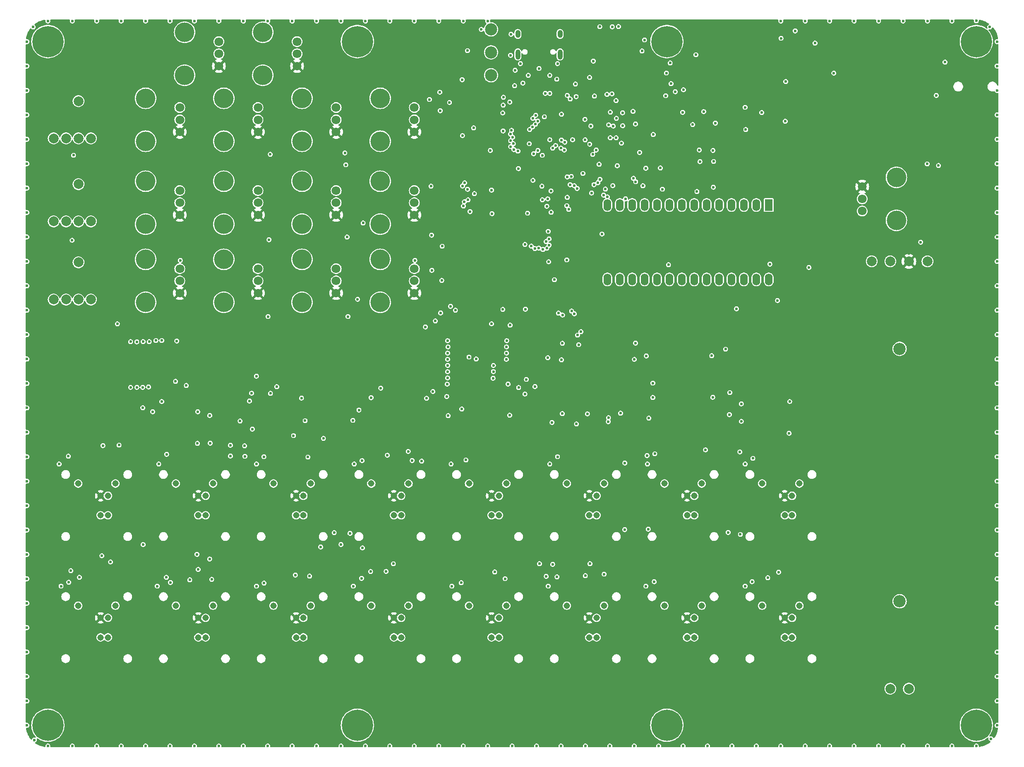
<source format=gbr>
%TF.GenerationSoftware,KiCad,Pcbnew,8.0.1-8.0.1-1~ubuntu22.04.1*%
%TF.CreationDate,2024-04-05T09:56:01+02:00*%
%TF.ProjectId,Sequencer,53657175-656e-4636-9572-2e6b69636164,rev?*%
%TF.SameCoordinates,Original*%
%TF.FileFunction,Copper,L2,Inr*%
%TF.FilePolarity,Positive*%
%FSLAX46Y46*%
G04 Gerber Fmt 4.6, Leading zero omitted, Abs format (unit mm)*
G04 Created by KiCad (PCBNEW 8.0.1-8.0.1-1~ubuntu22.04.1) date 2024-04-05 09:56:01*
%MOMM*%
%LPD*%
G01*
G04 APERTURE LIST*
%TA.AperFunction,WasherPad*%
%ADD10C,4.000000*%
%TD*%
%TA.AperFunction,ComponentPad*%
%ADD11C,1.800000*%
%TD*%
%TA.AperFunction,ComponentPad*%
%ADD12C,1.308000*%
%TD*%
%TA.AperFunction,ComponentPad*%
%ADD13C,0.800000*%
%TD*%
%TA.AperFunction,ComponentPad*%
%ADD14C,6.400000*%
%TD*%
%TA.AperFunction,ComponentPad*%
%ADD15C,2.006600*%
%TD*%
%TA.AperFunction,ComponentPad*%
%ADD16C,2.514600*%
%TD*%
%TA.AperFunction,ComponentPad*%
%ADD17C,2.000000*%
%TD*%
%TA.AperFunction,ComponentPad*%
%ADD18C,2.500000*%
%TD*%
%TA.AperFunction,ComponentPad*%
%ADD19O,1.000000X2.100000*%
%TD*%
%TA.AperFunction,ComponentPad*%
%ADD20O,1.000000X1.600000*%
%TD*%
%TA.AperFunction,ComponentPad*%
%ADD21R,1.600000X2.400000*%
%TD*%
%TA.AperFunction,ComponentPad*%
%ADD22O,1.600000X2.400000*%
%TD*%
%TA.AperFunction,ViaPad*%
%ADD23C,0.600000*%
%TD*%
G04 APERTURE END LIST*
D10*
%TO.N,*%
%TO.C,RV516*%
X278650000Y-82800000D03*
X278650000Y-91600000D03*
D11*
%TO.N,+3.3V*%
X271650000Y-84700000D03*
%TO.N,/Potar/Pitch_octave_pot*%
X271650000Y-87200000D03*
%TO.N,GND*%
X271650000Y-89700000D03*
%TD*%
D10*
%TO.N,*%
%TO.C,RV511*%
X133000000Y-61900000D03*
X133000000Y-53100000D03*
D11*
%TO.N,+3.3V*%
X140000000Y-60000000D03*
%TO.N,/Potar/Filter_Res_pot*%
X140000000Y-57500000D03*
%TO.N,GND*%
X140000000Y-55000000D03*
%TD*%
D12*
%TO.N,Net-(R422-Pad2)*%
%TO.C,S408*%
X251190000Y-145500000D03*
%TO.N,GND*%
X258810000Y-145500000D03*
%TO.N,Net-(R433-Pad2)*%
X255800000Y-152000000D03*
%TO.N,unconnected-(S408-PadL2)*%
X257300000Y-152000000D03*
%TO.N,Net-(R434-Pad2)*%
X257300000Y-148000000D03*
%TO.N,+3.3V*%
X255800000Y-148000000D03*
%TD*%
D13*
%TO.N,GND*%
%TO.C,H102*%
X165933333Y-55000000D03*
X166636277Y-53302944D03*
X166636277Y-56697056D03*
X168333333Y-52600000D03*
D14*
X168333333Y-55000000D03*
D13*
X168333333Y-57400000D03*
X170030389Y-53302944D03*
X170030389Y-56697056D03*
X170733333Y-55000000D03*
%TD*%
%TO.N,GND*%
%TO.C,H104*%
X292600000Y-55000000D03*
X293302944Y-53302944D03*
X293302944Y-56697056D03*
X295000000Y-52600000D03*
D14*
X295000000Y-55000000D03*
D13*
X295000000Y-57400000D03*
X296697056Y-53302944D03*
X296697056Y-56697056D03*
X297400000Y-55000000D03*
%TD*%
D15*
%TO.N,+3.3V*%
%TO.C,RV514*%
X281200000Y-100000000D03*
%TO.N,/Potar/Pitch_Main_pot*%
X285000000Y-100000000D03*
%TO.N,GND*%
X281200000Y-187500004D03*
%TO.N,N/C*%
X277400000Y-100000000D03*
X273600000Y-100000000D03*
X277400000Y-187500004D03*
D16*
X279299999Y-117900003D03*
X279299999Y-169600002D03*
%TD*%
D13*
%TO.N,GND*%
%TO.C,H107*%
X229266667Y-195000000D03*
X229969611Y-193302944D03*
X229969611Y-196697056D03*
X231666667Y-192600000D03*
D14*
X231666667Y-195000000D03*
D13*
X231666667Y-197400000D03*
X233363723Y-193302944D03*
X233363723Y-196697056D03*
X234066667Y-195000000D03*
%TD*%
D10*
%TO.N,*%
%TO.C,RV505*%
X125000000Y-92400000D03*
X125000000Y-83600000D03*
D11*
%TO.N,+3.3V*%
X132000000Y-90500000D03*
%TO.N,/Potar/Voice2_PW_pot*%
X132000000Y-88000000D03*
%TO.N,GND*%
X132000000Y-85500000D03*
%TD*%
D12*
%TO.N,Net-(R454-Pad2)*%
%TO.C,S416*%
X251190000Y-170500000D03*
%TO.N,GND*%
X258810000Y-170500000D03*
%TO.N,Net-(R465-Pad2)*%
X255800000Y-177000000D03*
%TO.N,unconnected-(S416-PadL2)*%
X257300000Y-177000000D03*
%TO.N,Net-(R466-Pad2)*%
X257300000Y-173000000D03*
%TO.N,+3.3V*%
X255800000Y-173000000D03*
%TD*%
%TO.N,Net-(R435-Pad2)*%
%TO.C,S409*%
X111190000Y-170500000D03*
%TO.N,GND*%
X118810000Y-170500000D03*
%TO.N,Net-(R443-Pad2)*%
X115800000Y-177000000D03*
%TO.N,unconnected-(S409-PadL2)*%
X117300000Y-177000000D03*
%TO.N,Net-(R444-Pad2)*%
X117300000Y-173000000D03*
%TO.N,+3.3V*%
X115800000Y-173000000D03*
%TD*%
D10*
%TO.N,*%
%TO.C,RV507*%
X157000000Y-92400000D03*
X157000000Y-83600000D03*
D11*
%TO.N,+3.3V*%
X164000000Y-90500000D03*
%TO.N,/Potar/Voice2_Decay_pot*%
X164000000Y-88000000D03*
%TO.N,GND*%
X164000000Y-85500000D03*
%TD*%
D10*
%TO.N,*%
%TO.C,RV512*%
X141000000Y-108400000D03*
X141000000Y-99600000D03*
D11*
%TO.N,+3.3V*%
X148000000Y-106500000D03*
%TO.N,/Potar/Voice3_Attack_pot*%
X148000000Y-104000000D03*
%TO.N,GND*%
X148000000Y-101500000D03*
%TD*%
D12*
%TO.N,Net-(R453-Pad2)*%
%TO.C,S415*%
X231190000Y-170500000D03*
%TO.N,GND*%
X238810000Y-170500000D03*
%TO.N,Net-(R463-Pad2)*%
X235800000Y-177000000D03*
%TO.N,unconnected-(S415-PadL2)*%
X237300000Y-177000000D03*
%TO.N,Net-(R464-Pad2)*%
X237300000Y-173000000D03*
%TO.N,+3.3V*%
X235800000Y-173000000D03*
%TD*%
D17*
%TO.N,Net-(U403-GPB7)*%
%TO.C,SW401*%
X113810000Y-91810000D03*
%TO.N,Net-(U403-GPB6)*%
X111270000Y-91810000D03*
%TO.N,Net-(U403-GPB5)*%
X108730000Y-91810000D03*
%TO.N,Net-(U403-GPB4)*%
X106190000Y-91810000D03*
%TO.N,GND*%
X111270000Y-84190000D03*
%TD*%
D12*
%TO.N,Net-(R403-Pad2)*%
%TO.C,S401*%
X111190000Y-145500000D03*
%TO.N,GND*%
X118810000Y-145500000D03*
%TO.N,Net-(R411-Pad2)*%
X115800000Y-152000000D03*
%TO.N,unconnected-(S401-PadL2)*%
X117300000Y-152000000D03*
%TO.N,Net-(R412-Pad2)*%
X117300000Y-148000000D03*
%TO.N,+3.3V*%
X115800000Y-148000000D03*
%TD*%
D17*
%TO.N,Net-(U403-GPA3)*%
%TO.C,SW402*%
X113810000Y-74810000D03*
%TO.N,Net-(U403-GPA2)*%
X111270000Y-74810000D03*
%TO.N,Net-(U403-GPA1)*%
X108730000Y-74810000D03*
%TO.N,Net-(U403-GPA0)*%
X106190000Y-74810000D03*
%TO.N,GND*%
X111270000Y-67190000D03*
%TD*%
D12*
%TO.N,Net-(R438-Pad2)*%
%TO.C,S412*%
X171190000Y-170500000D03*
%TO.N,GND*%
X178810000Y-170500000D03*
%TO.N,Net-(R449-Pad2)*%
X175800000Y-177000000D03*
%TO.N,unconnected-(S412-PadL2)*%
X177300000Y-177000000D03*
%TO.N,Net-(R450-Pad2)*%
X177300000Y-173000000D03*
%TO.N,+3.3V*%
X175800000Y-173000000D03*
%TD*%
D10*
%TO.N,*%
%TO.C,RV510*%
X125000000Y-108400000D03*
X125000000Y-99600000D03*
D11*
%TO.N,+3.3V*%
X132000000Y-106500000D03*
%TO.N,/Potar/Voice3_PW_pot*%
X132000000Y-104000000D03*
%TO.N,GND*%
X132000000Y-101500000D03*
%TD*%
D12*
%TO.N,Net-(R419-Pad2)*%
%TO.C,S405*%
X191190000Y-145500000D03*
%TO.N,GND*%
X198810000Y-145500000D03*
%TO.N,Net-(R427-Pad2)*%
X195800000Y-152000000D03*
%TO.N,unconnected-(S405-PadL2)*%
X197300000Y-152000000D03*
%TO.N,Net-(R428-Pad2)*%
X197300000Y-148000000D03*
%TO.N,+3.3V*%
X195800000Y-148000000D03*
%TD*%
%TO.N,Net-(R421-Pad2)*%
%TO.C,S407*%
X231190000Y-145500000D03*
%TO.N,GND*%
X238810000Y-145500000D03*
%TO.N,Net-(R431-Pad2)*%
X235800000Y-152000000D03*
%TO.N,unconnected-(S407-PadL2)*%
X237300000Y-152000000D03*
%TO.N,Net-(R432-Pad2)*%
X237300000Y-148000000D03*
%TO.N,+3.3V*%
X235800000Y-148000000D03*
%TD*%
%TO.N,Net-(R452-Pad2)*%
%TO.C,S414*%
X211190000Y-170500000D03*
%TO.N,GND*%
X218810000Y-170500000D03*
%TO.N,Net-(R461-Pad2)*%
X215800000Y-177000000D03*
%TO.N,unconnected-(S414-PadL2)*%
X217300000Y-177000000D03*
%TO.N,Net-(R462-Pad2)*%
X217300000Y-173000000D03*
%TO.N,+3.3V*%
X215800000Y-173000000D03*
%TD*%
D13*
%TO.N,GND*%
%TO.C,H101*%
X102600000Y-55000000D03*
X103302944Y-53302944D03*
X103302944Y-56697056D03*
X105000000Y-52600000D03*
D14*
X105000000Y-55000000D03*
D13*
X105000000Y-57400000D03*
X106697056Y-53302944D03*
X106697056Y-56697056D03*
X107400000Y-55000000D03*
%TD*%
D10*
%TO.N,*%
%TO.C,RV501*%
X125000000Y-75400000D03*
X125000000Y-66600000D03*
D11*
%TO.N,+3.3V*%
X132000000Y-73500000D03*
%TO.N,/Potar/Voice1_PW_pot*%
X132000000Y-71000000D03*
%TO.N,GND*%
X132000000Y-68500000D03*
%TD*%
D10*
%TO.N,*%
%TO.C,RV506*%
X141000000Y-92400000D03*
X141000000Y-83600000D03*
D11*
%TO.N,+3.3V*%
X148000000Y-90500000D03*
%TO.N,/Potar/Voice2_Attack_pot*%
X148000000Y-88000000D03*
%TO.N,GND*%
X148000000Y-85500000D03*
%TD*%
D12*
%TO.N,Net-(R405-Pad2)*%
%TO.C,S403*%
X151190000Y-145500000D03*
%TO.N,GND*%
X158810000Y-145500000D03*
%TO.N,Net-(R415-Pad2)*%
X155800000Y-152000000D03*
%TO.N,unconnected-(S403-PadL2)*%
X157300000Y-152000000D03*
%TO.N,Net-(R416-Pad2)*%
X157300000Y-148000000D03*
%TO.N,+3.3V*%
X155800000Y-148000000D03*
%TD*%
D13*
%TO.N,GND*%
%TO.C,H106*%
X165933333Y-195000000D03*
X166636277Y-193302944D03*
X166636277Y-196697056D03*
X168333333Y-192600000D03*
D14*
X168333333Y-195000000D03*
D13*
X168333333Y-197400000D03*
X170030389Y-193302944D03*
X170030389Y-196697056D03*
X170733333Y-195000000D03*
%TD*%
D10*
%TO.N,*%
%TO.C,RV502*%
X141000000Y-75400000D03*
X141000000Y-66600000D03*
D11*
%TO.N,+3.3V*%
X148000000Y-73500000D03*
%TO.N,/Potar/Voice1_Attack_pot*%
X148000000Y-71000000D03*
%TO.N,GND*%
X148000000Y-68500000D03*
%TD*%
D13*
%TO.N,GND*%
%TO.C,H105*%
X102600000Y-195000000D03*
X103302944Y-193302944D03*
X103302944Y-196697056D03*
X105000000Y-192600000D03*
D14*
X105000000Y-195000000D03*
D13*
X105000000Y-197400000D03*
X106697056Y-193302944D03*
X106697056Y-196697056D03*
X107400000Y-195000000D03*
%TD*%
D12*
%TO.N,Net-(R406-Pad2)*%
%TO.C,S404*%
X171190000Y-145500000D03*
%TO.N,GND*%
X178810000Y-145500000D03*
%TO.N,Net-(R417-Pad2)*%
X175800000Y-152000000D03*
%TO.N,unconnected-(S404-PadL2)*%
X177300000Y-152000000D03*
%TO.N,Net-(R418-Pad2)*%
X177300000Y-148000000D03*
%TO.N,+3.3V*%
X175800000Y-148000000D03*
%TD*%
%TO.N,Net-(R404-Pad2)*%
%TO.C,S402*%
X131190000Y-145500000D03*
%TO.N,GND*%
X138810000Y-145500000D03*
%TO.N,Net-(R413-Pad2)*%
X135800000Y-152000000D03*
%TO.N,unconnected-(S402-PadL2)*%
X137300000Y-152000000D03*
%TO.N,Net-(R414-Pad2)*%
X137300000Y-148000000D03*
%TO.N,+3.3V*%
X135800000Y-148000000D03*
%TD*%
%TO.N,Net-(R437-Pad2)*%
%TO.C,S411*%
X151190000Y-170500000D03*
%TO.N,GND*%
X158810000Y-170500000D03*
%TO.N,Net-(R447-Pad2)*%
X155800000Y-177000000D03*
%TO.N,unconnected-(S411-PadL2)*%
X157300000Y-177000000D03*
%TO.N,Net-(R448-Pad2)*%
X157300000Y-173000000D03*
%TO.N,+3.3V*%
X155800000Y-173000000D03*
%TD*%
%TO.N,Net-(R436-Pad2)*%
%TO.C,S410*%
X131190000Y-170500000D03*
%TO.N,GND*%
X138810000Y-170500000D03*
%TO.N,Net-(R445-Pad2)*%
X135800000Y-177000000D03*
%TO.N,unconnected-(S410-PadL2)*%
X137300000Y-177000000D03*
%TO.N,Net-(R446-Pad2)*%
X137300000Y-173000000D03*
%TO.N,+3.3V*%
X135800000Y-173000000D03*
%TD*%
D10*
%TO.N,*%
%TO.C,RV515*%
X173000000Y-108400000D03*
X173000000Y-99600000D03*
D11*
%TO.N,+3.3V*%
X180000000Y-106500000D03*
%TO.N,/Potar/Voice3_Release_pot*%
X180000000Y-104000000D03*
%TO.N,GND*%
X180000000Y-101500000D03*
%TD*%
D12*
%TO.N,Net-(R451-Pad2)*%
%TO.C,S413*%
X191190000Y-170500000D03*
%TO.N,GND*%
X198810000Y-170500000D03*
%TO.N,Net-(R459-Pad2)*%
X195800000Y-177000000D03*
%TO.N,unconnected-(S413-PadL2)*%
X197300000Y-177000000D03*
%TO.N,Net-(R460-Pad2)*%
X197300000Y-173000000D03*
%TO.N,+3.3V*%
X195800000Y-173000000D03*
%TD*%
D18*
%TO.N,VBUS*%
%TO.C,SW601*%
X195700000Y-61900000D03*
%TO.N,+5V*%
X195700000Y-57200000D03*
%TO.N,GND*%
X195700000Y-52500000D03*
%TD*%
D10*
%TO.N,*%
%TO.C,RV504*%
X173000000Y-75400000D03*
X173000000Y-66600000D03*
D11*
%TO.N,+3.3V*%
X180000000Y-73500000D03*
%TO.N,/Potar/Voice1_Release_pot*%
X180000000Y-71000000D03*
%TO.N,GND*%
X180000000Y-68500000D03*
%TD*%
D10*
%TO.N,*%
%TO.C,RV509*%
X149000000Y-61900000D03*
X149000000Y-53100000D03*
D11*
%TO.N,+3.3V*%
X156000000Y-60000000D03*
%TO.N,/Potar/Filter_Freq_pot*%
X156000000Y-57500000D03*
%TO.N,GND*%
X156000000Y-55000000D03*
%TD*%
D13*
%TO.N,GND*%
%TO.C,H103*%
X229266667Y-55000000D03*
X229969611Y-53302944D03*
X229969611Y-56697056D03*
X231666667Y-52600000D03*
D14*
X231666667Y-55000000D03*
D13*
X231666667Y-57400000D03*
X233363723Y-53302944D03*
X233363723Y-56697056D03*
X234066667Y-55000000D03*
%TD*%
D19*
%TO.N,GND*%
%TO.C,J601*%
X209820000Y-57630000D03*
D20*
X209820000Y-53450000D03*
D19*
X201180000Y-57630000D03*
D20*
X201180000Y-53450000D03*
%TD*%
D21*
%TO.N,Net-(U201-CAP_1A)*%
%TO.C,U201*%
X252520000Y-88460000D03*
D22*
%TO.N,Net-(U201-CAP_1B)*%
X249980000Y-88460000D03*
%TO.N,Net-(U201-CAP_2A)*%
X247440000Y-88460000D03*
%TO.N,Net-(U201-CAP_2B)*%
X244900000Y-88460000D03*
%TO.N,/MOS6581/{slash}Reset*%
X242360000Y-88460000D03*
%TO.N,/STM32-G474RE/NRST*%
X239820000Y-88460000D03*
%TO.N,/MOS6581/MOS6581_Read{slash}Write*%
X237280000Y-88460000D03*
%TO.N,GND*%
X234740000Y-88460000D03*
%TO.N,/MOS6581/A0*%
X232200000Y-88460000D03*
%TO.N,/MOS6581/A1*%
X229660000Y-88460000D03*
%TO.N,/MOS6581/A2*%
X227120000Y-88460000D03*
%TO.N,/MOS6581/A3*%
X224580000Y-88460000D03*
%TO.N,/MOS6581/A4*%
X222040000Y-88460000D03*
%TO.N,GND*%
X219500000Y-88460000D03*
%TO.N,/MOS6581/D0*%
X219500000Y-103700000D03*
%TO.N,/MOS6581/D1*%
X222040000Y-103700000D03*
%TO.N,/MOS6581/D2*%
X224580000Y-103700000D03*
%TO.N,/MOS6581/D3*%
X227120000Y-103700000D03*
%TO.N,/MOS6581/D4*%
X229660000Y-103700000D03*
%TO.N,/MOS6581/D5*%
X232200000Y-103700000D03*
%TO.N,/MOS6581/D6*%
X234740000Y-103700000D03*
%TO.N,/MOS6581/D7*%
X237280000Y-103700000D03*
%TO.N,unconnected-(U201-POT_Y-Pad23)*%
X239820000Y-103700000D03*
%TO.N,unconnected-(U201-POT_X-Pad24)*%
X242360000Y-103700000D03*
%TO.N,Net-(U201-VCC)*%
X244900000Y-103700000D03*
%TO.N,unconnected-(U201-EXT_IN-Pad26)*%
X247440000Y-103700000D03*
%TO.N,Net-(U201-AUDIO_OUT)*%
X249980000Y-103700000D03*
%TO.N,Net-(U201-VDD)*%
X252520000Y-103700000D03*
%TD*%
D10*
%TO.N,*%
%TO.C,RV513*%
X157000000Y-108400000D03*
X157000000Y-99600000D03*
D11*
%TO.N,+3.3V*%
X164000000Y-106500000D03*
%TO.N,/Potar/Voice3_Decay_pot*%
X164000000Y-104000000D03*
%TO.N,GND*%
X164000000Y-101500000D03*
%TD*%
D13*
%TO.N,GND*%
%TO.C,H108*%
X292600000Y-195000000D03*
X293302944Y-193302944D03*
X293302944Y-196697056D03*
X295000000Y-192600000D03*
D14*
X295000000Y-195000000D03*
D13*
X295000000Y-197400000D03*
X296697056Y-193302944D03*
X296697056Y-196697056D03*
X297400000Y-195000000D03*
%TD*%
D10*
%TO.N,*%
%TO.C,RV503*%
X157000000Y-75400000D03*
X157000000Y-66600000D03*
D11*
%TO.N,+3.3V*%
X164000000Y-73500000D03*
%TO.N,/Potar/Voice1_Decay_pot*%
X164000000Y-71000000D03*
%TO.N,GND*%
X164000000Y-68500000D03*
%TD*%
D17*
%TO.N,Net-(U403-GPB3)*%
%TO.C,SW403*%
X113810000Y-107810000D03*
%TO.N,Net-(U403-GPB2)*%
X111270000Y-107810000D03*
%TO.N,Net-(U403-GPB1)*%
X108730000Y-107810000D03*
%TO.N,Net-(U403-GPB0)*%
X106190000Y-107810000D03*
%TO.N,GND*%
X111270000Y-100190000D03*
%TD*%
D12*
%TO.N,Net-(R420-Pad2)*%
%TO.C,S406*%
X211190000Y-145500000D03*
%TO.N,GND*%
X218810000Y-145500000D03*
%TO.N,Net-(R429-Pad2)*%
X215800000Y-152000000D03*
%TO.N,unconnected-(S406-PadL2)*%
X217300000Y-152000000D03*
%TO.N,Net-(R430-Pad2)*%
X217300000Y-148000000D03*
%TO.N,+3.3V*%
X215800000Y-148000000D03*
%TD*%
D10*
%TO.N,*%
%TO.C,RV508*%
X173000000Y-92400000D03*
X173000000Y-83600000D03*
D11*
%TO.N,+3.3V*%
X180000000Y-90500000D03*
%TO.N,/Potar/Voice2_Release_pot*%
X180000000Y-88000000D03*
%TO.N,GND*%
X180000000Y-85500000D03*
%TD*%
D23*
%TO.N,GND*%
X214500000Y-82000000D03*
X216250000Y-86000000D03*
X100750000Y-165000000D03*
X100750000Y-180000000D03*
X100750000Y-170000000D03*
X100750000Y-145000000D03*
X100750000Y-150000000D03*
X100750000Y-160000000D03*
X100750000Y-155000000D03*
X100750000Y-175000000D03*
X100750000Y-185000000D03*
X100750000Y-190000000D03*
X100750000Y-65000000D03*
X100750000Y-60000000D03*
X100750000Y-110000000D03*
X100750000Y-130000000D03*
X100750000Y-115000000D03*
X100750000Y-95000000D03*
X100750000Y-125000000D03*
X100750000Y-120000000D03*
X100750000Y-100000000D03*
X100750000Y-195000000D03*
X102250000Y-198000000D03*
X100750000Y-80000000D03*
X100750000Y-90000000D03*
X100750000Y-75000000D03*
X100750000Y-135000000D03*
X100750000Y-140000000D03*
X100750000Y-85000000D03*
X100750000Y-105000000D03*
X100750000Y-70000000D03*
X299250000Y-85000000D03*
X299250000Y-70000000D03*
X299250000Y-80000000D03*
X299250000Y-105000000D03*
X299250000Y-100000000D03*
X299250000Y-90000000D03*
X299250000Y-95000000D03*
X299250000Y-75000000D03*
X299250000Y-65000000D03*
X299250000Y-60000000D03*
X299250000Y-185000000D03*
X299250000Y-190000000D03*
X299250000Y-140000000D03*
X299250000Y-120000000D03*
X299250000Y-135000000D03*
X299250000Y-155000000D03*
X299250000Y-125000000D03*
X299250000Y-130000000D03*
X299250000Y-150000000D03*
X299250000Y-55000000D03*
X297750000Y-52000000D03*
X299250000Y-170000000D03*
X299250000Y-160000000D03*
X299250000Y-175000000D03*
X299250000Y-115000000D03*
X299250000Y-110000000D03*
X299250000Y-165000000D03*
X299250000Y-145000000D03*
X299250000Y-180000000D03*
X298000000Y-197750000D03*
X299250000Y-195000000D03*
X295000000Y-199250000D03*
X290000000Y-199250000D03*
X285000000Y-199250000D03*
X280000000Y-199250000D03*
X275000000Y-199250000D03*
X270000000Y-199250000D03*
X265000000Y-199250000D03*
X260000000Y-199250000D03*
X255000000Y-199250000D03*
X250000000Y-199250000D03*
X245000000Y-199250000D03*
X240000000Y-199250000D03*
X235000000Y-199250000D03*
X230000000Y-199250000D03*
X225000000Y-199250000D03*
X220000000Y-199250000D03*
X215000000Y-199250000D03*
X210000000Y-199250000D03*
X205000000Y-199250000D03*
X200000000Y-199250000D03*
X195000000Y-199250000D03*
X190000000Y-199250000D03*
X185000000Y-199250000D03*
X180000000Y-199250000D03*
X175000000Y-199250000D03*
X170000000Y-199250000D03*
X165000000Y-199250000D03*
X160000000Y-199250000D03*
X155000000Y-199250000D03*
X150000000Y-199250000D03*
X145000000Y-199250000D03*
X140000000Y-199250000D03*
X135000000Y-199250000D03*
X130000000Y-199250000D03*
X125000000Y-199250000D03*
X120000000Y-199250000D03*
X115000000Y-199250000D03*
X110000000Y-199250000D03*
X105000000Y-199250000D03*
X295000000Y-50750000D03*
X290000000Y-50800000D03*
X285000000Y-50800000D03*
X280000000Y-50800000D03*
X275000000Y-50800000D03*
X270000000Y-50800000D03*
X265000000Y-50800000D03*
X260000000Y-50800000D03*
X255000000Y-50800000D03*
X195000000Y-50800000D03*
X190000000Y-50800000D03*
X185000000Y-50800000D03*
X180000000Y-50800000D03*
X175000000Y-50800000D03*
X170000000Y-50800000D03*
X165000000Y-50800000D03*
X160000000Y-50800000D03*
X155000000Y-50800000D03*
X150000000Y-50800000D03*
X145000000Y-50800000D03*
X140000000Y-50800000D03*
X135000000Y-50800000D03*
X130000000Y-50800000D03*
X125000000Y-50800000D03*
X120000000Y-50800000D03*
X115000000Y-50800000D03*
X110000000Y-50800000D03*
X102000000Y-52000000D03*
X100750000Y-55000000D03*
X105000000Y-50800000D03*
X257920000Y-52810000D03*
X255040000Y-54320000D03*
X260760000Y-101250000D03*
%TO.N,+3.3V*%
X255880000Y-103730000D03*
%TO.N,GND*%
X252750000Y-100560000D03*
X283630000Y-96070000D03*
X287270000Y-80380000D03*
X284950000Y-80050000D03*
X265850000Y-61460000D03*
X237620000Y-57700000D03*
X247680000Y-68460000D03*
X247820000Y-72990000D03*
X251090000Y-69520000D03*
X231570000Y-61430000D03*
X232340000Y-59380000D03*
X227090000Y-54660000D03*
X226590000Y-56930000D03*
X231440000Y-66090000D03*
X235060000Y-64860000D03*
X232530000Y-63610000D03*
X241610000Y-71690000D03*
X236980000Y-71980000D03*
X239210000Y-69340000D03*
X234900000Y-69480000D03*
X224750000Y-69290000D03*
X238440000Y-79570000D03*
X241130000Y-77280000D03*
X238330000Y-77200000D03*
X241240000Y-79540000D03*
X241210000Y-84820000D03*
X237830000Y-85700000D03*
X230770000Y-85220000D03*
X230340000Y-80880000D03*
X227360000Y-80930000D03*
X226770000Y-84530000D03*
X221530000Y-80420000D03*
X217820000Y-80130000D03*
X228890000Y-74030000D03*
X222380000Y-75800000D03*
X225250000Y-71870000D03*
X221290000Y-67070000D03*
X216850000Y-66150000D03*
X213110000Y-66270000D03*
X212950000Y-63680000D03*
X209140000Y-62690000D03*
X200640000Y-60870000D03*
X200510000Y-64040000D03*
X199550000Y-67390000D03*
X187200000Y-67460000D03*
X183080000Y-66850000D03*
X185210000Y-65360000D03*
X185310000Y-69140000D03*
X192130000Y-72680000D03*
X189840000Y-74250000D03*
X195570000Y-77290000D03*
X198150000Y-73290000D03*
X195910000Y-90230000D03*
X203180000Y-90130000D03*
X202630000Y-96530000D03*
X207410000Y-93860000D03*
X207500000Y-100080000D03*
X208660000Y-103760000D03*
X199590000Y-113060000D03*
X202720000Y-109790000D03*
X198120000Y-109830000D03*
X195810000Y-112780000D03*
X182280000Y-113420000D03*
X185370000Y-110570000D03*
X183570000Y-101830000D03*
X185600000Y-103900000D03*
X185690000Y-96900000D03*
X183550000Y-94640000D03*
X168400000Y-107760000D03*
X169510000Y-92150000D03*
X165780000Y-77790000D03*
X165960000Y-80230000D03*
X166240000Y-95010000D03*
X166430000Y-111300000D03*
X150040000Y-111300000D03*
X150270000Y-95560000D03*
X150520000Y-78070000D03*
X110250000Y-78270000D03*
X109980000Y-95680000D03*
X119220000Y-112790000D03*
X252330000Y-164790000D03*
X254540000Y-163640000D03*
X246720000Y-155910000D03*
X244230000Y-155500000D03*
X246620000Y-139020000D03*
X246900000Y-132760000D03*
X246900000Y-129170000D03*
X244550000Y-126870000D03*
X228810000Y-124930000D03*
X228810000Y-127880000D03*
X241060000Y-127830000D03*
X244460000Y-131380000D03*
X243680000Y-117980000D03*
X240870000Y-119320000D03*
X225270000Y-116740000D03*
X227480000Y-119370000D03*
X225040000Y-120060000D03*
X213620000Y-117060000D03*
X210310000Y-116790000D03*
X210120000Y-120150000D03*
X207320000Y-119730000D03*
X204670000Y-125640000D03*
X201340000Y-125830000D03*
X202930000Y-124170000D03*
X202620000Y-127170000D03*
X208190000Y-132980000D03*
X210280000Y-131180000D03*
X213190000Y-133290000D03*
X215410000Y-131230000D03*
X227620000Y-139770000D03*
X223090000Y-141280000D03*
X227860000Y-154830000D03*
X223030000Y-154920000D03*
X214980000Y-164370000D03*
X218850000Y-164050000D03*
X215940000Y-161910000D03*
X206990000Y-164500000D03*
X208300000Y-162040000D03*
X205610000Y-161910000D03*
X198550000Y-164980000D03*
X196440000Y-163610000D03*
X174230000Y-163490000D03*
X175700000Y-161920000D03*
X171040000Y-163510000D03*
X169380000Y-158670000D03*
X160830000Y-158480000D03*
X158570000Y-164450000D03*
X155640000Y-164230000D03*
X109720000Y-163340000D03*
X111450000Y-164700000D03*
X124500000Y-157990000D03*
X116060000Y-160280000D03*
X117840000Y-161550000D03*
X129250000Y-164700000D03*
X138530000Y-165120000D03*
X134040000Y-165210000D03*
X135770000Y-163080000D03*
X138110000Y-160950000D03*
X135530000Y-159990000D03*
X166840000Y-155690000D03*
X163590000Y-155550000D03*
X165000000Y-157980000D03*
X181490000Y-140900000D03*
X179560000Y-140770000D03*
X178740000Y-138910000D03*
X174480000Y-139700000D03*
X145330000Y-139920000D03*
X142350000Y-139860000D03*
X142350000Y-137660000D03*
X144350000Y-132680000D03*
X146850000Y-134350000D03*
X145280000Y-137770000D03*
X158230000Y-140080000D03*
X155280000Y-135680000D03*
X161390000Y-136250000D03*
X157650000Y-132630000D03*
%TO.N,+3.3V*%
X163150000Y-130350000D03*
%TO.N,GND*%
X168660000Y-130440000D03*
X167400000Y-132550000D03*
X171140000Y-127900000D03*
X173140000Y-125960000D03*
X183810000Y-126650000D03*
X182500000Y-128030000D03*
X151850000Y-125660000D03*
X150550000Y-127030000D03*
X147670000Y-123500000D03*
X131140000Y-124570000D03*
X133330000Y-125420000D03*
X146250000Y-128600000D03*
X138120000Y-131560000D03*
X138240000Y-137230000D03*
X135630000Y-137270000D03*
X135700000Y-130790000D03*
X124430000Y-129980000D03*
X116260000Y-137730000D03*
X119560000Y-137620000D03*
X126460000Y-130790000D03*
%TO.N,/GPIO_Expandeur/I2C_SDA*%
X192650000Y-119990000D03*
X191180000Y-119600000D03*
%TO.N,/STM32-G474RE/VCP_RX*%
X210780889Y-75581514D03*
X212380000Y-75100000D03*
%TO.N,/STM32-G474RE/SWDIO*%
X220450000Y-65700000D03*
%TO.N,/STM32-G474RE/SWCLK*%
X219430000Y-65800000D03*
X204245166Y-70701710D03*
%TO.N,/STM32-G474RE/SWDIO*%
X204820000Y-70090000D03*
%TO.N,/STM32-G474RE/NRST*%
X233410000Y-65260000D03*
%TO.N,+5V*%
X190870000Y-56850000D03*
%TO.N,+3.3V*%
X186270000Y-59800000D03*
X185160000Y-59800000D03*
X184180000Y-59800000D03*
X182930000Y-59810000D03*
%TO.N,GND*%
X217940000Y-51940000D03*
X220490000Y-51960000D03*
X221770000Y-51920000D03*
%TO.N,+3.3V*%
X223040000Y-51900000D03*
%TO.N,/Potar/Voice1_Decay_pot*%
X210113656Y-69873656D03*
X221336029Y-70713971D03*
%TO.N,+5V*%
X254330000Y-108030000D03*
%TO.N,GND*%
X245930000Y-109710000D03*
%TO.N,+3.3V*%
X251090000Y-107000000D03*
%TO.N,GND*%
X286825000Y-66025000D03*
%TO.N,/GPIO_Expandeur/I2C_SCL*%
X189700000Y-130225000D03*
%TO.N,/MOS6581/D6*%
X199724611Y-76500552D03*
%TO.N,+3.3V*%
X198925000Y-128950000D03*
%TO.N,/GPIO_Expandeur/B5*%
X199175000Y-125125000D03*
%TO.N,/GPIO_Expandeur/B12*%
X196175000Y-122575000D03*
X189590000Y-165810000D03*
%TO.N,/GPIO_Expandeur/B13*%
X196180000Y-121310000D03*
%TO.N,GND*%
X216146922Y-72300400D03*
X127400000Y-166500000D03*
X212100000Y-82600000D03*
X107300000Y-141500000D03*
X147700000Y-166500000D03*
X199700000Y-57800000D03*
X202200000Y-63500000D03*
X167500000Y-166500000D03*
X201300000Y-81000000D03*
X207400000Y-166500000D03*
X214898720Y-70925000D03*
X227400000Y-166500000D03*
X201200000Y-77425000D03*
X239600000Y-138600000D03*
X256700000Y-135200000D03*
X195800000Y-85400000D03*
X223200000Y-87200000D03*
X146700000Y-127000000D03*
X189800000Y-62800000D03*
X201700000Y-59500000D03*
X180100000Y-99800000D03*
X127700000Y-141500000D03*
X187530000Y-141500000D03*
X227700000Y-141500000D03*
X187700000Y-166500000D03*
X247700000Y-166500000D03*
X204300000Y-83400000D03*
X193700000Y-52500000D03*
X256800000Y-128700000D03*
X255900000Y-71300000D03*
X156900000Y-128000000D03*
X288600000Y-59200000D03*
X128300000Y-128700000D03*
X186625000Y-127675000D03*
X218400000Y-94400000D03*
X207700000Y-141500000D03*
X228000000Y-132100000D03*
X219500000Y-86800000D03*
X219775000Y-72050000D03*
X262000000Y-55300000D03*
X222200000Y-131100000D03*
X131400000Y-116300000D03*
X209300000Y-59500000D03*
X199800000Y-53500000D03*
X205500000Y-60500000D03*
X247700000Y-141500000D03*
X203300000Y-61900000D03*
X256000000Y-63180000D03*
X132100000Y-99800000D03*
X199500000Y-131500000D03*
X147700000Y-141500000D03*
X167700000Y-141500000D03*
X107700000Y-166500000D03*
X207700000Y-61900000D03*
%TO.N,+3.3V*%
X233700000Y-166500000D03*
X129600000Y-119800000D03*
X153700000Y-124900000D03*
X261100000Y-54200000D03*
X253700000Y-166500000D03*
X212600000Y-60800000D03*
X219700000Y-71000000D03*
X133700000Y-141500000D03*
X214000000Y-141500000D03*
X203100000Y-66700000D03*
X113750000Y-141500000D03*
X213700000Y-166500000D03*
X213100000Y-81600000D03*
X257010000Y-63040000D03*
X201900000Y-78700000D03*
X220800000Y-134500000D03*
X173700000Y-166500000D03*
X257000000Y-71300000D03*
X153700000Y-166500000D03*
X134300000Y-117900000D03*
X113700000Y-166500000D03*
X193700000Y-166500000D03*
X281200000Y-98400000D03*
X133700000Y-166500000D03*
X193900000Y-141500000D03*
X186700000Y-126405000D03*
X233700000Y-141500000D03*
X205100000Y-81600000D03*
X127000000Y-128700000D03*
X253700000Y-141500000D03*
X153700000Y-141500000D03*
X146600000Y-125800000D03*
X173700000Y-141500000D03*
X244310000Y-107730000D03*
%TO.N,/STM32-G474RE/Tap_Tempo*%
X220720000Y-72300000D03*
X222650000Y-72222433D03*
%TO.N,/STM32-G474RE/BTN_1*%
X226100000Y-77700000D03*
X217200000Y-77200000D03*
%TO.N,/STM32-G474RE/BTN_2*%
X220118464Y-69435735D03*
X222600000Y-69570000D03*
%TO.N,/Potar/Voice1_PW_pot*%
X211300000Y-82700000D03*
X211300000Y-86900000D03*
%TO.N,/Potar/Voice1_Attack_pot*%
X216500000Y-78100000D03*
X207300000Y-87204054D03*
X213315687Y-85065687D03*
X190050000Y-88658529D03*
X189859462Y-84559461D03*
X207100000Y-88700000D03*
%TO.N,/Potar/Voice1_Decay_pot*%
X220628242Y-84499049D03*
X190325266Y-83909052D03*
X190233247Y-87803724D03*
X216750000Y-84300000D03*
%TO.N,/Potar/Voice1_Release_pot*%
X206200000Y-87400000D03*
X191003802Y-87400861D03*
X190885915Y-85230000D03*
X206100000Y-84600000D03*
%TO.N,/Potar/Voice2_PW_pot*%
X192284265Y-86135735D03*
X191391373Y-89800000D03*
%TO.N,/Potar/Voice2_Attack_pot*%
X207950000Y-85575000D03*
X208000000Y-89948232D03*
%TO.N,/Potar/Voice2_Decay_pot*%
X211900000Y-84300000D03*
X211600000Y-89348232D03*
%TO.N,/Potar/Voice2_Release_pot*%
X211310000Y-66000000D03*
X183400000Y-84600000D03*
%TO.N,/Potar/Voice3_PW_pot*%
X218719265Y-86429265D03*
X212743138Y-110738236D03*
%TO.N,/Potar/Filter_Res_pot*%
X215900000Y-76000000D03*
X212750000Y-84500000D03*
%TO.N,/Potar/Voice3_Attack_pot*%
X184300000Y-112200000D03*
X211910000Y-66750000D03*
%TO.N,/Potar/Voice3_Decay_pot*%
X219101191Y-85200000D03*
X212177451Y-110172549D03*
%TO.N,/Potar/Pitch_Main_pot*%
X218000000Y-83200000D03*
X224850000Y-83000000D03*
%TO.N,/Potar/Voice3_Release_pot*%
X211200000Y-88600000D03*
X211200000Y-99700000D03*
%TO.N,/Potar/Pitch_octave_pot*%
X225300000Y-83700000D03*
X217575000Y-83900000D03*
%TO.N,/STM32-G474RE/VCP_TX*%
X214960491Y-75113442D03*
X216640000Y-58990000D03*
X221301191Y-74700000D03*
X215874265Y-62334265D03*
%TO.N,/GPIO_Expandeur/I2C_SCL*%
X208299001Y-76809560D03*
X219696753Y-132816859D03*
%TO.N,/GPIO_Expandeur/I2C_SDA*%
X186925000Y-131600000D03*
X207700000Y-75100000D03*
X219723553Y-132017305D03*
%TO.N,/STM32-G474RE/LED1*%
X198110000Y-69600000D03*
X204410000Y-77950000D03*
%TO.N,/STM32-G474RE/LED2*%
X205300000Y-77272039D03*
X198190000Y-68000000D03*
%TO.N,/GPIO_Expandeur/B8*%
X109280000Y-165700000D03*
X186800000Y-120055000D03*
%TO.N,/STM32-G474RE/LED3*%
X206180000Y-78280000D03*
X198220000Y-66400000D03*
%TO.N,/GPIO_Expandeur/B9*%
X186825000Y-121300000D03*
X130090000Y-165750000D03*
%TO.N,/GPIO_Expandeur/B10*%
X186800000Y-122595000D03*
X149257273Y-165875000D03*
%TO.N,/GPIO_Expandeur/B11*%
X169200000Y-164900000D03*
X186725000Y-125135000D03*
%TO.N,/GPIO_Expandeur/B13*%
X209200000Y-164600000D03*
%TO.N,/GPIO_Expandeur/B14*%
X229100000Y-165600000D03*
X198825000Y-120055000D03*
%TO.N,/GPIO_Expandeur/B15*%
X198875000Y-117515000D03*
X249100000Y-165600000D03*
%TO.N,/GPIO_Expandeur/B0*%
X186800000Y-116245000D03*
X109200000Y-139900000D03*
%TO.N,/GPIO_Expandeur/B1*%
X129300000Y-139500000D03*
X186875000Y-117515000D03*
%TO.N,/GPIO_Expandeur/B4*%
X196100000Y-123925000D03*
X190575000Y-140675000D03*
%TO.N,/GPIO_Expandeur/B2*%
X186800000Y-118785000D03*
X149200000Y-140000000D03*
%TO.N,/GPIO_Expandeur/B3*%
X186815000Y-123865000D03*
X169300000Y-140800000D03*
%TO.N,/GPIO_Expandeur/B7*%
X249270000Y-140330000D03*
X198900000Y-116245000D03*
%TO.N,/GPIO_Expandeur/B6*%
X229200000Y-139400000D03*
X198875000Y-118785000D03*
%TO.N,/GPIO_Expandeur/B5*%
X209300000Y-140000000D03*
%TO.N,Net-(U403-GPB6)*%
X124400000Y-125800000D03*
%TO.N,Net-(U403-GPB4)*%
X121925000Y-125800000D03*
%TO.N,Net-(U403-GPB5)*%
X123200000Y-125800000D03*
%TO.N,Net-(U403-GPB7)*%
X125625000Y-125725000D03*
%TO.N,Net-(U403-GPA2)*%
X123200000Y-116475000D03*
%TO.N,Net-(U403-GPA3)*%
X121925000Y-116450000D03*
%TO.N,Net-(U403-GPA1)*%
X124500000Y-116425000D03*
%TO.N,Net-(U403-GPA0)*%
X125735000Y-116450000D03*
%TO.N,/MOS6581/{slash}Reset*%
X206800000Y-65600000D03*
%TO.N,/GPIO_Expandeur/INTB_1*%
X210000000Y-76800000D03*
X128300000Y-116200000D03*
X188400000Y-110000000D03*
X210317710Y-111000000D03*
%TO.N,/MOS6581/MOS6581_Read{slash}Write*%
X207702862Y-65600000D03*
%TO.N,/GPIO_Expandeur/INTB_2*%
X213400000Y-115100000D03*
X210695860Y-77194693D03*
%TO.N,/GPIO_Expandeur/INTA_2*%
X214100000Y-114400000D03*
X210100000Y-75161520D03*
%TO.N,/GPIO_Expandeur/INTA_1*%
X209495000Y-110600000D03*
X187400000Y-109200000D03*
X208900000Y-76281541D03*
X127100000Y-116200000D03*
%TO.N,/MOS6581/D4*%
X200252254Y-75899222D03*
X207110784Y-97300000D03*
%TO.N,/MOS6581/D1*%
X204672541Y-97375291D03*
X199656174Y-73925000D03*
%TO.N,/MOS6581/A4*%
X203593651Y-72998716D03*
X220101191Y-74700000D03*
%TO.N,/MOS6581/D2*%
X200095902Y-74592287D03*
X205466992Y-97281208D03*
%TO.N,/MOS6581/A0*%
X206600000Y-70400000D03*
%TO.N,/MOS6581/A1*%
X205249927Y-71278926D03*
%TO.N,/MOS6581/D0*%
X199900000Y-73163825D03*
X203934719Y-96880307D03*
%TO.N,/MOS6581/D6*%
X207600682Y-96667541D03*
%TO.N,/MOS6581/A2*%
X204778131Y-71925000D03*
%TO.N,/MOS6581/D7*%
X206954876Y-95940661D03*
X200375019Y-77099222D03*
%TO.N,/MOS6581/D3*%
X199723171Y-75299159D03*
X206313235Y-97561765D03*
%TO.N,/MOS6581/A3*%
X204198287Y-72474866D03*
%TO.N,/MOS6581/D5*%
X203537125Y-75906976D03*
X232000000Y-100700000D03*
X207557800Y-95414841D03*
%TD*%
%TA.AperFunction,Conductor*%
%TO.N,+3.3V*%
G36*
X109462341Y-50520185D02*
G01*
X109508096Y-50572989D01*
X109518040Y-50642147D01*
X109515116Y-50655587D01*
X109494353Y-50800000D01*
X109514834Y-50942456D01*
X109563720Y-51049500D01*
X109574623Y-51073373D01*
X109668872Y-51182143D01*
X109789947Y-51259953D01*
X109789950Y-51259954D01*
X109789949Y-51259954D01*
X109928036Y-51300499D01*
X109928038Y-51300500D01*
X109928039Y-51300500D01*
X110071962Y-51300500D01*
X110071962Y-51300499D01*
X110182671Y-51267993D01*
X110210050Y-51259954D01*
X110210050Y-51259953D01*
X110210053Y-51259953D01*
X110331128Y-51182143D01*
X110425377Y-51073373D01*
X110485165Y-50942457D01*
X110505647Y-50800000D01*
X110485165Y-50657543D01*
X110483903Y-50648765D01*
X110485720Y-50648503D01*
X110485722Y-50589562D01*
X110523498Y-50530785D01*
X110587055Y-50501762D01*
X110604698Y-50500500D01*
X114395302Y-50500500D01*
X114462341Y-50520185D01*
X114508096Y-50572989D01*
X114518040Y-50642147D01*
X114515116Y-50655587D01*
X114494353Y-50800000D01*
X114514834Y-50942456D01*
X114563720Y-51049500D01*
X114574623Y-51073373D01*
X114668872Y-51182143D01*
X114789947Y-51259953D01*
X114789950Y-51259954D01*
X114789949Y-51259954D01*
X114928036Y-51300499D01*
X114928038Y-51300500D01*
X114928039Y-51300500D01*
X115071962Y-51300500D01*
X115071962Y-51300499D01*
X115182671Y-51267993D01*
X115210050Y-51259954D01*
X115210050Y-51259953D01*
X115210053Y-51259953D01*
X115331128Y-51182143D01*
X115425377Y-51073373D01*
X115485165Y-50942457D01*
X115505647Y-50800000D01*
X115485165Y-50657543D01*
X115483903Y-50648765D01*
X115485720Y-50648503D01*
X115485722Y-50589562D01*
X115523498Y-50530785D01*
X115587055Y-50501762D01*
X115604698Y-50500500D01*
X119395302Y-50500500D01*
X119462341Y-50520185D01*
X119508096Y-50572989D01*
X119518040Y-50642147D01*
X119515116Y-50655587D01*
X119494353Y-50800000D01*
X119514834Y-50942456D01*
X119563720Y-51049500D01*
X119574623Y-51073373D01*
X119668872Y-51182143D01*
X119789947Y-51259953D01*
X119789950Y-51259954D01*
X119789949Y-51259954D01*
X119928036Y-51300499D01*
X119928038Y-51300500D01*
X119928039Y-51300500D01*
X120071962Y-51300500D01*
X120071962Y-51300499D01*
X120182671Y-51267993D01*
X120210050Y-51259954D01*
X120210050Y-51259953D01*
X120210053Y-51259953D01*
X120331128Y-51182143D01*
X120425377Y-51073373D01*
X120485165Y-50942457D01*
X120505647Y-50800000D01*
X120485165Y-50657543D01*
X120483903Y-50648765D01*
X120485720Y-50648503D01*
X120485722Y-50589562D01*
X120523498Y-50530785D01*
X120587055Y-50501762D01*
X120604698Y-50500500D01*
X124395302Y-50500500D01*
X124462341Y-50520185D01*
X124508096Y-50572989D01*
X124518040Y-50642147D01*
X124515116Y-50655587D01*
X124494353Y-50800000D01*
X124514834Y-50942456D01*
X124563720Y-51049500D01*
X124574623Y-51073373D01*
X124668872Y-51182143D01*
X124789947Y-51259953D01*
X124789950Y-51259954D01*
X124789949Y-51259954D01*
X124928036Y-51300499D01*
X124928038Y-51300500D01*
X124928039Y-51300500D01*
X125071962Y-51300500D01*
X125071962Y-51300499D01*
X125182671Y-51267993D01*
X125210050Y-51259954D01*
X125210050Y-51259953D01*
X125210053Y-51259953D01*
X125331128Y-51182143D01*
X125425377Y-51073373D01*
X125485165Y-50942457D01*
X125505647Y-50800000D01*
X125485165Y-50657543D01*
X125483903Y-50648765D01*
X125485720Y-50648503D01*
X125485722Y-50589562D01*
X125523498Y-50530785D01*
X125587055Y-50501762D01*
X125604698Y-50500500D01*
X129395302Y-50500500D01*
X129462341Y-50520185D01*
X129508096Y-50572989D01*
X129518040Y-50642147D01*
X129515116Y-50655587D01*
X129494353Y-50800000D01*
X129514834Y-50942456D01*
X129563720Y-51049500D01*
X129574623Y-51073373D01*
X129668872Y-51182143D01*
X129789947Y-51259953D01*
X129789950Y-51259954D01*
X129789949Y-51259954D01*
X129928036Y-51300499D01*
X129928038Y-51300500D01*
X129928039Y-51300500D01*
X130071962Y-51300500D01*
X130071962Y-51300499D01*
X130182671Y-51267993D01*
X130210050Y-51259954D01*
X130210050Y-51259953D01*
X130210053Y-51259953D01*
X130331128Y-51182143D01*
X130425377Y-51073373D01*
X130485165Y-50942457D01*
X130505647Y-50800000D01*
X130485165Y-50657543D01*
X130483903Y-50648765D01*
X130485720Y-50648503D01*
X130485722Y-50589562D01*
X130523498Y-50530785D01*
X130587055Y-50501762D01*
X130604698Y-50500500D01*
X134395302Y-50500500D01*
X134462341Y-50520185D01*
X134508096Y-50572989D01*
X134518040Y-50642147D01*
X134515116Y-50655587D01*
X134494353Y-50800000D01*
X134514834Y-50942456D01*
X134563720Y-51049500D01*
X134574623Y-51073373D01*
X134668872Y-51182143D01*
X134789947Y-51259953D01*
X134789950Y-51259954D01*
X134789949Y-51259954D01*
X134928036Y-51300499D01*
X134928038Y-51300500D01*
X134928039Y-51300500D01*
X135071962Y-51300500D01*
X135071962Y-51300499D01*
X135182671Y-51267993D01*
X135210050Y-51259954D01*
X135210050Y-51259953D01*
X135210053Y-51259953D01*
X135331128Y-51182143D01*
X135425377Y-51073373D01*
X135485165Y-50942457D01*
X135505647Y-50800000D01*
X135485165Y-50657543D01*
X135483903Y-50648765D01*
X135485720Y-50648503D01*
X135485722Y-50589562D01*
X135523498Y-50530785D01*
X135587055Y-50501762D01*
X135604698Y-50500500D01*
X139395302Y-50500500D01*
X139462341Y-50520185D01*
X139508096Y-50572989D01*
X139518040Y-50642147D01*
X139515116Y-50655587D01*
X139494353Y-50800000D01*
X139514834Y-50942456D01*
X139563720Y-51049500D01*
X139574623Y-51073373D01*
X139668872Y-51182143D01*
X139789947Y-51259953D01*
X139789950Y-51259954D01*
X139789949Y-51259954D01*
X139928036Y-51300499D01*
X139928038Y-51300500D01*
X139928039Y-51300500D01*
X140071962Y-51300500D01*
X140071962Y-51300499D01*
X140182671Y-51267993D01*
X140210050Y-51259954D01*
X140210050Y-51259953D01*
X140210053Y-51259953D01*
X140331128Y-51182143D01*
X140425377Y-51073373D01*
X140485165Y-50942457D01*
X140505647Y-50800000D01*
X140485165Y-50657543D01*
X140483903Y-50648765D01*
X140485720Y-50648503D01*
X140485722Y-50589562D01*
X140523498Y-50530785D01*
X140587055Y-50501762D01*
X140604698Y-50500500D01*
X144395302Y-50500500D01*
X144462341Y-50520185D01*
X144508096Y-50572989D01*
X144518040Y-50642147D01*
X144515116Y-50655587D01*
X144494353Y-50800000D01*
X144514834Y-50942456D01*
X144563720Y-51049500D01*
X144574623Y-51073373D01*
X144668872Y-51182143D01*
X144789947Y-51259953D01*
X144789950Y-51259954D01*
X144789949Y-51259954D01*
X144928036Y-51300499D01*
X144928038Y-51300500D01*
X144928039Y-51300500D01*
X145071962Y-51300500D01*
X145071962Y-51300499D01*
X145182671Y-51267993D01*
X145210050Y-51259954D01*
X145210050Y-51259953D01*
X145210053Y-51259953D01*
X145331128Y-51182143D01*
X145425377Y-51073373D01*
X145485165Y-50942457D01*
X145505647Y-50800000D01*
X145485165Y-50657543D01*
X145483903Y-50648765D01*
X145485720Y-50648503D01*
X145485722Y-50589562D01*
X145523498Y-50530785D01*
X145587055Y-50501762D01*
X145604698Y-50500500D01*
X149395302Y-50500500D01*
X149462341Y-50520185D01*
X149508096Y-50572989D01*
X149518040Y-50642147D01*
X149515116Y-50655587D01*
X149494353Y-50800000D01*
X149494353Y-50803627D01*
X149493331Y-50807106D01*
X149493091Y-50808778D01*
X149492850Y-50808743D01*
X149474668Y-50870666D01*
X149421864Y-50916421D01*
X149352706Y-50926365D01*
X149346164Y-50925245D01*
X149287839Y-50913644D01*
X149000000Y-50894778D01*
X148712161Y-50913644D01*
X148712155Y-50913645D01*
X148712150Y-50913646D01*
X148429254Y-50969917D01*
X148429239Y-50969921D01*
X148156094Y-51062642D01*
X147897393Y-51190219D01*
X147897386Y-51190223D01*
X147657547Y-51350478D01*
X147440672Y-51540672D01*
X147250478Y-51757547D01*
X147090223Y-51997386D01*
X147090219Y-51997393D01*
X146962642Y-52256094D01*
X146869921Y-52529239D01*
X146869917Y-52529254D01*
X146821360Y-52773371D01*
X146813644Y-52812161D01*
X146803957Y-52959953D01*
X146794778Y-53100000D01*
X146813644Y-53387837D01*
X146813646Y-53387849D01*
X146869917Y-53670745D01*
X146869921Y-53670760D01*
X146962642Y-53943905D01*
X147090219Y-54202606D01*
X147090223Y-54202613D01*
X147250478Y-54442452D01*
X147440672Y-54659327D01*
X147657547Y-54849521D01*
X147783038Y-54933371D01*
X147897389Y-55009778D01*
X148156098Y-55137359D01*
X148429247Y-55230081D01*
X148712161Y-55286356D01*
X149000000Y-55305222D01*
X149287839Y-55286356D01*
X149570753Y-55230081D01*
X149843902Y-55137359D01*
X150102611Y-55009778D01*
X150117245Y-55000000D01*
X154894785Y-55000000D01*
X154913602Y-55203082D01*
X154969417Y-55399247D01*
X154969422Y-55399260D01*
X155060327Y-55581821D01*
X155183237Y-55744581D01*
X155333958Y-55881980D01*
X155333960Y-55881982D01*
X155433141Y-55943392D01*
X155507363Y-55989348D01*
X155697544Y-56063024D01*
X155898024Y-56100500D01*
X155898026Y-56100500D01*
X156101974Y-56100500D01*
X156101976Y-56100500D01*
X156302456Y-56063024D01*
X156492637Y-55989348D01*
X156666041Y-55881981D01*
X156816764Y-55744579D01*
X156939673Y-55581821D01*
X157030582Y-55399250D01*
X157086397Y-55203083D01*
X157105215Y-55000000D01*
X164927839Y-55000000D01*
X164944387Y-55305221D01*
X164947802Y-55368196D01*
X164947803Y-55368213D01*
X165007455Y-55732068D01*
X165007461Y-55732094D01*
X165106101Y-56087365D01*
X165106103Y-56087371D01*
X165242588Y-56429926D01*
X165242594Y-56429938D01*
X165415306Y-56755708D01*
X165415309Y-56755713D01*
X165415311Y-56755716D01*
X165479237Y-56850000D01*
X165622242Y-57060916D01*
X165857133Y-57337450D01*
X165860960Y-57341956D01*
X166128663Y-57595538D01*
X166422214Y-57818690D01*
X166738171Y-58008795D01*
X166738173Y-58008796D01*
X166738175Y-58008797D01*
X166738179Y-58008799D01*
X166922271Y-58093969D01*
X167072830Y-58163625D01*
X167422267Y-58281364D01*
X167782385Y-58360632D01*
X168148963Y-58400500D01*
X168148969Y-58400500D01*
X168517697Y-58400500D01*
X168517703Y-58400500D01*
X168884281Y-58360632D01*
X169244399Y-58281364D01*
X169593836Y-58163625D01*
X169928495Y-58008795D01*
X170244452Y-57818690D01*
X170538003Y-57595538D01*
X170805706Y-57341956D01*
X171044423Y-57060917D01*
X171187429Y-56850000D01*
X190364353Y-56850000D01*
X190384834Y-56992456D01*
X190421370Y-57072457D01*
X190444623Y-57123373D01*
X190538872Y-57232143D01*
X190659947Y-57309953D01*
X190659950Y-57309954D01*
X190659949Y-57309954D01*
X190798036Y-57350499D01*
X190798038Y-57350500D01*
X190798039Y-57350500D01*
X190941962Y-57350500D01*
X190941962Y-57350499D01*
X191053138Y-57317856D01*
X191080050Y-57309954D01*
X191080050Y-57309953D01*
X191080053Y-57309953D01*
X191201128Y-57232143D01*
X191228976Y-57200005D01*
X194244529Y-57200005D01*
X194264379Y-57439559D01*
X194323389Y-57672589D01*
X194419951Y-57892729D01*
X194537973Y-58073373D01*
X194551429Y-58093969D01*
X194714236Y-58270825D01*
X194714239Y-58270827D01*
X194714242Y-58270830D01*
X194903924Y-58418466D01*
X194903930Y-58418470D01*
X194903933Y-58418472D01*
X195115344Y-58532882D01*
X195115347Y-58532883D01*
X195342699Y-58610933D01*
X195342701Y-58610933D01*
X195342703Y-58610934D01*
X195579808Y-58650500D01*
X195579809Y-58650500D01*
X195820191Y-58650500D01*
X195820192Y-58650500D01*
X196057297Y-58610934D01*
X196284656Y-58532882D01*
X196496067Y-58418472D01*
X196519158Y-58400500D01*
X196570380Y-58360632D01*
X196685764Y-58270825D01*
X196848571Y-58093969D01*
X196980049Y-57892728D01*
X197020723Y-57800000D01*
X199194353Y-57800000D01*
X199214834Y-57942456D01*
X199274622Y-58073371D01*
X199274623Y-58073373D01*
X199368872Y-58182143D01*
X199489947Y-58259953D01*
X199489950Y-58259954D01*
X199489949Y-58259954D01*
X199628036Y-58300499D01*
X199628038Y-58300500D01*
X199628039Y-58300500D01*
X199771962Y-58300500D01*
X199771962Y-58300499D01*
X199910053Y-58259953D01*
X199927104Y-58248995D01*
X200479499Y-58248995D01*
X200506418Y-58384322D01*
X200506421Y-58384332D01*
X200559221Y-58511804D01*
X200559228Y-58511817D01*
X200635885Y-58626541D01*
X200635888Y-58626545D01*
X200733454Y-58724111D01*
X200733458Y-58724114D01*
X200848182Y-58800771D01*
X200848195Y-58800778D01*
X200961348Y-58847647D01*
X200975672Y-58853580D01*
X200975676Y-58853580D01*
X200975677Y-58853581D01*
X201111004Y-58880500D01*
X201111007Y-58880500D01*
X201248994Y-58880500D01*
X201265186Y-58877278D01*
X201316227Y-58867126D01*
X201385817Y-58873353D01*
X201440995Y-58916215D01*
X201464240Y-58982104D01*
X201448173Y-59050102D01*
X201407459Y-59093057D01*
X201368876Y-59117853D01*
X201368874Y-59117855D01*
X201274623Y-59226626D01*
X201274622Y-59226628D01*
X201214834Y-59357543D01*
X201194353Y-59500000D01*
X201214834Y-59642456D01*
X201274622Y-59773371D01*
X201274623Y-59773373D01*
X201368872Y-59882143D01*
X201489947Y-59959953D01*
X201489950Y-59959954D01*
X201489949Y-59959954D01*
X201593025Y-59990219D01*
X201626353Y-60000005D01*
X201628036Y-60000499D01*
X201628038Y-60000500D01*
X201628039Y-60000500D01*
X201771962Y-60000500D01*
X201771962Y-60000499D01*
X201910053Y-59959953D01*
X202031128Y-59882143D01*
X202125377Y-59773373D01*
X202185165Y-59642457D01*
X202205647Y-59500000D01*
X202185165Y-59357543D01*
X202125377Y-59226627D01*
X202031128Y-59117857D01*
X201910053Y-59040047D01*
X201910051Y-59040046D01*
X201910049Y-59040045D01*
X201910050Y-59040045D01*
X201771963Y-58999500D01*
X201771961Y-58999500D01*
X201628039Y-58999500D01*
X201623172Y-58999500D01*
X201556133Y-58979815D01*
X201510378Y-58927011D01*
X201500434Y-58857853D01*
X201529459Y-58794297D01*
X201554281Y-58772398D01*
X201589046Y-58749167D01*
X201626542Y-58724114D01*
X201724114Y-58626542D01*
X201800775Y-58511811D01*
X201810017Y-58489500D01*
X201839438Y-58418470D01*
X201853580Y-58384328D01*
X201874061Y-58281364D01*
X201880500Y-58248995D01*
X201880500Y-57450244D01*
X201900185Y-57383205D01*
X201952989Y-57337450D01*
X202022147Y-57327506D01*
X202085703Y-57356531D01*
X202111887Y-57388244D01*
X202149482Y-57453361D01*
X202149484Y-57453363D01*
X202149485Y-57453365D01*
X202256635Y-57560515D01*
X202387865Y-57636281D01*
X202534234Y-57675500D01*
X202534236Y-57675500D01*
X202685764Y-57675500D01*
X202685766Y-57675500D01*
X202832135Y-57636281D01*
X202963365Y-57560515D01*
X203070515Y-57453365D01*
X203146281Y-57322135D01*
X203185500Y-57175766D01*
X207814500Y-57175766D01*
X207820995Y-57200005D01*
X207853719Y-57322136D01*
X207888978Y-57383205D01*
X207929485Y-57453365D01*
X208036635Y-57560515D01*
X208167865Y-57636281D01*
X208314234Y-57675500D01*
X208314236Y-57675500D01*
X208465764Y-57675500D01*
X208465766Y-57675500D01*
X208612135Y-57636281D01*
X208743365Y-57560515D01*
X208850515Y-57453365D01*
X208888113Y-57388244D01*
X208938680Y-57340028D01*
X209007287Y-57326806D01*
X209072152Y-57352774D01*
X209112680Y-57409688D01*
X209119500Y-57450244D01*
X209119500Y-58248993D01*
X209119500Y-58248995D01*
X209119499Y-58248995D01*
X209146418Y-58384322D01*
X209146421Y-58384332D01*
X209199221Y-58511804D01*
X209199228Y-58511817D01*
X209275885Y-58626541D01*
X209275888Y-58626545D01*
X209373454Y-58724111D01*
X209373458Y-58724114D01*
X209445719Y-58772398D01*
X209490524Y-58826010D01*
X209499231Y-58895335D01*
X209469076Y-58958363D01*
X209409633Y-58995082D01*
X209376828Y-58999500D01*
X209228036Y-58999500D01*
X209089949Y-59040045D01*
X208968873Y-59117856D01*
X208874623Y-59226626D01*
X208874622Y-59226628D01*
X208814834Y-59357543D01*
X208794353Y-59500000D01*
X208814834Y-59642456D01*
X208874622Y-59773371D01*
X208874623Y-59773373D01*
X208968872Y-59882143D01*
X209089947Y-59959953D01*
X209089950Y-59959954D01*
X209089949Y-59959954D01*
X209193025Y-59990219D01*
X209226353Y-60000005D01*
X209228036Y-60000499D01*
X209228038Y-60000500D01*
X209228039Y-60000500D01*
X209371962Y-60000500D01*
X209371962Y-60000499D01*
X209510053Y-59959953D01*
X209631128Y-59882143D01*
X209725377Y-59773373D01*
X209785165Y-59642457D01*
X209805647Y-59500000D01*
X209785165Y-59357543D01*
X209725377Y-59226627D01*
X209631128Y-59117857D01*
X209631122Y-59117853D01*
X209592541Y-59093058D01*
X209546786Y-59040254D01*
X209539561Y-58990000D01*
X216134353Y-58990000D01*
X216154834Y-59132456D01*
X216185681Y-59200000D01*
X216214623Y-59263373D01*
X216308872Y-59372143D01*
X216429947Y-59449953D01*
X216429950Y-59449954D01*
X216429949Y-59449954D01*
X216568036Y-59490499D01*
X216568038Y-59490500D01*
X216568039Y-59490500D01*
X216711962Y-59490500D01*
X216711962Y-59490499D01*
X216850053Y-59449953D01*
X216958902Y-59380000D01*
X231834353Y-59380000D01*
X231854834Y-59522456D01*
X231914622Y-59653371D01*
X231914623Y-59653373D01*
X232008872Y-59762143D01*
X232129947Y-59839953D01*
X232129950Y-59839954D01*
X232129949Y-59839954D01*
X232268036Y-59880499D01*
X232268038Y-59880500D01*
X232268039Y-59880500D01*
X232411962Y-59880500D01*
X232411962Y-59880499D01*
X232550053Y-59839953D01*
X232671128Y-59762143D01*
X232765377Y-59653373D01*
X232825165Y-59522457D01*
X232845647Y-59380000D01*
X232825165Y-59237543D01*
X232808019Y-59200000D01*
X288094353Y-59200000D01*
X288114834Y-59342456D01*
X288142772Y-59403630D01*
X288174623Y-59473373D01*
X288268872Y-59582143D01*
X288389947Y-59659953D01*
X288389950Y-59659954D01*
X288389949Y-59659954D01*
X288497107Y-59691417D01*
X288508551Y-59694778D01*
X288528036Y-59700499D01*
X288528038Y-59700500D01*
X288528039Y-59700500D01*
X288671962Y-59700500D01*
X288671962Y-59700499D01*
X288810053Y-59659953D01*
X288931128Y-59582143D01*
X289025377Y-59473373D01*
X289085165Y-59342457D01*
X289105647Y-59200000D01*
X289085165Y-59057543D01*
X289025377Y-58926627D01*
X288931128Y-58817857D01*
X288810053Y-58740047D01*
X288810051Y-58740046D01*
X288810049Y-58740045D01*
X288810050Y-58740045D01*
X288671963Y-58699500D01*
X288671961Y-58699500D01*
X288528039Y-58699500D01*
X288528036Y-58699500D01*
X288389949Y-58740045D01*
X288268873Y-58817856D01*
X288174623Y-58926626D01*
X288174622Y-58926628D01*
X288114834Y-59057543D01*
X288094353Y-59200000D01*
X232808019Y-59200000D01*
X232765377Y-59106627D01*
X232671128Y-58997857D01*
X232550053Y-58920047D01*
X232550051Y-58920046D01*
X232550049Y-58920045D01*
X232550050Y-58920045D01*
X232411963Y-58879500D01*
X232411961Y-58879500D01*
X232268039Y-58879500D01*
X232268036Y-58879500D01*
X232129949Y-58920045D01*
X232008873Y-58997856D01*
X231914623Y-59106626D01*
X231914622Y-59106628D01*
X231854834Y-59237543D01*
X231834353Y-59380000D01*
X216958902Y-59380000D01*
X216971128Y-59372143D01*
X217065377Y-59263373D01*
X217125165Y-59132457D01*
X217145647Y-58990000D01*
X217125165Y-58847543D01*
X217065377Y-58716627D01*
X216971128Y-58607857D01*
X216850053Y-58530047D01*
X216850051Y-58530046D01*
X216850049Y-58530045D01*
X216850050Y-58530045D01*
X216711963Y-58489500D01*
X216711961Y-58489500D01*
X216568039Y-58489500D01*
X216568036Y-58489500D01*
X216429949Y-58530045D01*
X216308873Y-58607856D01*
X216214623Y-58716626D01*
X216214622Y-58716628D01*
X216154834Y-58847543D01*
X216134353Y-58990000D01*
X209539561Y-58990000D01*
X209536843Y-58971095D01*
X209565869Y-58907540D01*
X209624647Y-58869766D01*
X209683772Y-58867126D01*
X209729675Y-58876256D01*
X209751006Y-58880500D01*
X209751007Y-58880500D01*
X209888995Y-58880500D01*
X210002846Y-58857853D01*
X210024328Y-58853580D01*
X210151811Y-58800775D01*
X210266542Y-58724114D01*
X210364114Y-58626542D01*
X210440775Y-58511811D01*
X210450017Y-58489500D01*
X210479438Y-58418470D01*
X210493580Y-58384328D01*
X210514061Y-58281364D01*
X210520500Y-58248995D01*
X210520500Y-57011004D01*
X210504387Y-56930000D01*
X226084353Y-56930000D01*
X226104834Y-57072456D01*
X226163085Y-57200005D01*
X226164623Y-57203373D01*
X226258872Y-57312143D01*
X226379947Y-57389953D01*
X226379950Y-57389954D01*
X226379949Y-57389954D01*
X226518036Y-57430499D01*
X226518038Y-57430500D01*
X226518039Y-57430500D01*
X226661962Y-57430500D01*
X226661962Y-57430499D01*
X226800053Y-57389953D01*
X226921128Y-57312143D01*
X227015377Y-57203373D01*
X227075165Y-57072457D01*
X227095647Y-56930000D01*
X227075165Y-56787543D01*
X227015377Y-56656627D01*
X226921128Y-56547857D01*
X226800053Y-56470047D01*
X226800051Y-56470046D01*
X226800049Y-56470045D01*
X226800050Y-56470045D01*
X226661963Y-56429500D01*
X226661961Y-56429500D01*
X226518039Y-56429500D01*
X226518036Y-56429500D01*
X226379949Y-56470045D01*
X226258873Y-56547856D01*
X226164623Y-56656626D01*
X226164622Y-56656628D01*
X226104834Y-56787543D01*
X226084353Y-56930000D01*
X210504387Y-56930000D01*
X210493581Y-56875677D01*
X210493580Y-56875676D01*
X210493580Y-56875672D01*
X210489844Y-56866652D01*
X210440778Y-56748195D01*
X210440771Y-56748182D01*
X210364114Y-56633458D01*
X210364111Y-56633454D01*
X210266545Y-56535888D01*
X210266541Y-56535885D01*
X210151817Y-56459228D01*
X210151804Y-56459221D01*
X210024332Y-56406421D01*
X210024322Y-56406418D01*
X209888995Y-56379500D01*
X209888993Y-56379500D01*
X209751007Y-56379500D01*
X209751005Y-56379500D01*
X209615677Y-56406418D01*
X209615667Y-56406421D01*
X209488195Y-56459221D01*
X209488182Y-56459228D01*
X209373458Y-56535885D01*
X209373454Y-56535888D01*
X209275888Y-56633454D01*
X209275885Y-56633458D01*
X209199228Y-56748182D01*
X209199223Y-56748192D01*
X209150155Y-56866653D01*
X209106314Y-56921056D01*
X209040019Y-56943121D01*
X208972320Y-56925842D01*
X208928207Y-56881201D01*
X208874133Y-56787543D01*
X208850515Y-56746635D01*
X208743365Y-56639485D01*
X208677750Y-56601602D01*
X208612136Y-56563719D01*
X208508267Y-56535888D01*
X208465766Y-56524500D01*
X208314234Y-56524500D01*
X208167863Y-56563719D01*
X208036635Y-56639485D01*
X208036632Y-56639487D01*
X207929487Y-56746632D01*
X207929485Y-56746635D01*
X207853719Y-56877863D01*
X207818045Y-57011004D01*
X207814500Y-57024234D01*
X207814500Y-57175766D01*
X203185500Y-57175766D01*
X203185500Y-57024234D01*
X203146281Y-56877865D01*
X203070515Y-56746635D01*
X202963365Y-56639485D01*
X202897750Y-56601602D01*
X202832136Y-56563719D01*
X202728267Y-56535888D01*
X202685766Y-56524500D01*
X202534234Y-56524500D01*
X202387863Y-56563719D01*
X202256635Y-56639485D01*
X202256632Y-56639487D01*
X202149487Y-56746632D01*
X202149485Y-56746635D01*
X202071792Y-56881201D01*
X202021224Y-56929416D01*
X201952617Y-56942638D01*
X201887752Y-56916670D01*
X201849844Y-56866652D01*
X201800778Y-56748195D01*
X201800771Y-56748182D01*
X201724114Y-56633458D01*
X201724111Y-56633454D01*
X201626545Y-56535888D01*
X201626541Y-56535885D01*
X201511817Y-56459228D01*
X201511804Y-56459221D01*
X201384332Y-56406421D01*
X201384322Y-56406418D01*
X201248995Y-56379500D01*
X201248993Y-56379500D01*
X201111007Y-56379500D01*
X201111005Y-56379500D01*
X200975677Y-56406418D01*
X200975667Y-56406421D01*
X200848195Y-56459221D01*
X200848182Y-56459228D01*
X200733458Y-56535885D01*
X200733454Y-56535888D01*
X200635888Y-56633454D01*
X200635885Y-56633458D01*
X200559228Y-56748182D01*
X200559221Y-56748195D01*
X200506421Y-56875667D01*
X200506418Y-56875677D01*
X200479500Y-57011004D01*
X200479500Y-57011007D01*
X200479500Y-58248993D01*
X200479500Y-58248995D01*
X200479499Y-58248995D01*
X199927104Y-58248995D01*
X200031128Y-58182143D01*
X200125377Y-58073373D01*
X200185165Y-57942457D01*
X200205647Y-57800000D01*
X200185165Y-57657543D01*
X200125377Y-57526627D01*
X200031128Y-57417857D01*
X199910053Y-57340047D01*
X199910051Y-57340046D01*
X199910049Y-57340045D01*
X199910050Y-57340045D01*
X199771963Y-57299500D01*
X199771961Y-57299500D01*
X199628039Y-57299500D01*
X199628036Y-57299500D01*
X199489949Y-57340045D01*
X199368873Y-57417856D01*
X199274623Y-57526626D01*
X199274622Y-57526628D01*
X199214834Y-57657543D01*
X199194353Y-57800000D01*
X197020723Y-57800000D01*
X197076610Y-57672591D01*
X197135620Y-57439563D01*
X197145350Y-57322136D01*
X197155471Y-57200005D01*
X197155471Y-57199994D01*
X197135620Y-56960440D01*
X197135620Y-56960437D01*
X197076610Y-56727409D01*
X196980049Y-56507272D01*
X196848571Y-56306031D01*
X196685764Y-56129175D01*
X196685759Y-56129171D01*
X196685757Y-56129169D01*
X196496075Y-55981533D01*
X196496069Y-55981529D01*
X196284657Y-55867118D01*
X196284652Y-55867116D01*
X196057300Y-55789066D01*
X195879468Y-55759391D01*
X195820192Y-55749500D01*
X195579808Y-55749500D01*
X195532387Y-55757413D01*
X195342699Y-55789066D01*
X195115347Y-55867116D01*
X195115342Y-55867118D01*
X194903930Y-55981529D01*
X194903924Y-55981533D01*
X194714242Y-56129169D01*
X194714239Y-56129172D01*
X194551430Y-56306029D01*
X194551427Y-56306033D01*
X194419951Y-56507270D01*
X194323389Y-56727410D01*
X194264379Y-56960440D01*
X194244529Y-57199994D01*
X194244529Y-57200005D01*
X191228976Y-57200005D01*
X191295377Y-57123373D01*
X191355165Y-56992457D01*
X191375647Y-56850000D01*
X191355165Y-56707543D01*
X191295377Y-56576627D01*
X191201128Y-56467857D01*
X191080053Y-56390047D01*
X191080051Y-56390046D01*
X191080049Y-56390045D01*
X191080050Y-56390045D01*
X190941963Y-56349500D01*
X190941961Y-56349500D01*
X190798039Y-56349500D01*
X190798036Y-56349500D01*
X190659949Y-56390045D01*
X190538873Y-56467856D01*
X190444623Y-56576626D01*
X190444622Y-56576628D01*
X190384834Y-56707543D01*
X190364353Y-56850000D01*
X171187429Y-56850000D01*
X171251355Y-56755716D01*
X171424076Y-56429930D01*
X171560560Y-56087379D01*
X171659208Y-55732081D01*
X171698070Y-55495036D01*
X171718862Y-55368213D01*
X171718862Y-55368210D01*
X171718864Y-55368199D01*
X171738827Y-55000000D01*
X171720393Y-54660000D01*
X226584353Y-54660000D01*
X226604834Y-54802456D01*
X226657537Y-54917857D01*
X226664623Y-54933373D01*
X226758872Y-55042143D01*
X226879947Y-55119953D01*
X226879950Y-55119954D01*
X226879949Y-55119954D01*
X226956586Y-55142456D01*
X227007968Y-55157543D01*
X227018036Y-55160499D01*
X227018038Y-55160500D01*
X227018039Y-55160500D01*
X227161962Y-55160500D01*
X227161962Y-55160499D01*
X227300053Y-55119953D01*
X227421128Y-55042143D01*
X227457645Y-55000000D01*
X228261173Y-55000000D01*
X228277721Y-55305221D01*
X228281136Y-55368196D01*
X228281137Y-55368213D01*
X228340789Y-55732068D01*
X228340795Y-55732094D01*
X228439435Y-56087365D01*
X228439437Y-56087371D01*
X228575922Y-56429926D01*
X228575928Y-56429938D01*
X228748640Y-56755708D01*
X228748643Y-56755713D01*
X228748645Y-56755716D01*
X228812571Y-56850000D01*
X228955576Y-57060916D01*
X229190467Y-57337450D01*
X229194294Y-57341956D01*
X229461997Y-57595538D01*
X229755548Y-57818690D01*
X230071505Y-58008795D01*
X230071507Y-58008796D01*
X230071509Y-58008797D01*
X230071513Y-58008799D01*
X230255605Y-58093969D01*
X230406164Y-58163625D01*
X230755601Y-58281364D01*
X231115719Y-58360632D01*
X231482297Y-58400500D01*
X231482303Y-58400500D01*
X231851031Y-58400500D01*
X231851037Y-58400500D01*
X232217615Y-58360632D01*
X232577733Y-58281364D01*
X232927170Y-58163625D01*
X233261829Y-58008795D01*
X233577786Y-57818690D01*
X233733920Y-57700000D01*
X237114353Y-57700000D01*
X237134834Y-57842456D01*
X237180504Y-57942457D01*
X237194623Y-57973373D01*
X237288872Y-58082143D01*
X237409947Y-58159953D01*
X237409950Y-58159954D01*
X237409949Y-58159954D01*
X237548036Y-58200499D01*
X237548038Y-58200500D01*
X237548039Y-58200500D01*
X237691962Y-58200500D01*
X237691962Y-58200499D01*
X237830053Y-58159953D01*
X237951128Y-58082143D01*
X238045377Y-57973373D01*
X238105165Y-57842457D01*
X238125647Y-57700000D01*
X238105165Y-57557543D01*
X238045377Y-57426627D01*
X237951128Y-57317857D01*
X237830053Y-57240047D01*
X237830051Y-57240046D01*
X237830049Y-57240045D01*
X237830050Y-57240045D01*
X237691963Y-57199500D01*
X237691961Y-57199500D01*
X237548039Y-57199500D01*
X237548036Y-57199500D01*
X237409949Y-57240045D01*
X237288873Y-57317856D01*
X237194623Y-57426626D01*
X237194622Y-57426628D01*
X237134834Y-57557543D01*
X237114353Y-57700000D01*
X233733920Y-57700000D01*
X233871337Y-57595538D01*
X234139040Y-57341956D01*
X234377757Y-57060917D01*
X234584689Y-56755716D01*
X234757410Y-56429930D01*
X234893894Y-56087379D01*
X234992542Y-55732081D01*
X235031404Y-55495036D01*
X235052196Y-55368213D01*
X235052196Y-55368210D01*
X235052198Y-55368199D01*
X235055896Y-55300000D01*
X261494353Y-55300000D01*
X261514834Y-55442456D01*
X261541671Y-55501220D01*
X261574623Y-55573373D01*
X261668872Y-55682143D01*
X261789947Y-55759953D01*
X261789950Y-55759954D01*
X261789949Y-55759954D01*
X261928036Y-55800499D01*
X261928038Y-55800500D01*
X261928039Y-55800500D01*
X262071962Y-55800500D01*
X262071962Y-55800499D01*
X262210053Y-55759953D01*
X262331128Y-55682143D01*
X262425377Y-55573373D01*
X262485165Y-55442457D01*
X262505647Y-55300000D01*
X262485165Y-55157543D01*
X262425377Y-55026627D01*
X262331128Y-54917857D01*
X262210053Y-54840047D01*
X262210051Y-54840046D01*
X262210049Y-54840045D01*
X262210050Y-54840045D01*
X262071963Y-54799500D01*
X262071961Y-54799500D01*
X261928039Y-54799500D01*
X261928036Y-54799500D01*
X261789949Y-54840045D01*
X261668873Y-54917856D01*
X261574623Y-55026626D01*
X261574622Y-55026628D01*
X261514834Y-55157543D01*
X261494353Y-55300000D01*
X235055896Y-55300000D01*
X235072161Y-55000000D01*
X235052198Y-54631801D01*
X235047107Y-54600750D01*
X235001080Y-54320000D01*
X254534353Y-54320000D01*
X254554834Y-54462456D01*
X254614622Y-54593371D01*
X254614623Y-54593373D01*
X254708872Y-54702143D01*
X254829947Y-54779953D01*
X254829950Y-54779954D01*
X254829949Y-54779954D01*
X254968036Y-54820499D01*
X254968038Y-54820500D01*
X254968039Y-54820500D01*
X255111962Y-54820500D01*
X255111962Y-54820499D01*
X255250053Y-54779953D01*
X255371128Y-54702143D01*
X255465377Y-54593373D01*
X255525165Y-54462457D01*
X255545647Y-54320000D01*
X255525165Y-54177543D01*
X255465377Y-54046627D01*
X255371128Y-53937857D01*
X255250053Y-53860047D01*
X255250051Y-53860046D01*
X255250049Y-53860045D01*
X255250050Y-53860045D01*
X255111963Y-53819500D01*
X255111961Y-53819500D01*
X254968039Y-53819500D01*
X254968036Y-53819500D01*
X254829949Y-53860045D01*
X254708873Y-53937856D01*
X254614623Y-54046626D01*
X254614622Y-54046628D01*
X254554834Y-54177543D01*
X254534353Y-54320000D01*
X235001080Y-54320000D01*
X234992544Y-54267931D01*
X234992543Y-54267930D01*
X234992542Y-54267919D01*
X234962440Y-54159500D01*
X234893898Y-53912634D01*
X234893896Y-53912628D01*
X234893895Y-53912627D01*
X234893894Y-53912621D01*
X234757410Y-53570070D01*
X234664047Y-53393969D01*
X234584693Y-53244291D01*
X234584691Y-53244288D01*
X234584689Y-53244284D01*
X234377757Y-52939083D01*
X234268113Y-52810000D01*
X257414353Y-52810000D01*
X257434834Y-52952456D01*
X257474836Y-53040047D01*
X257494623Y-53083373D01*
X257588872Y-53192143D01*
X257709947Y-53269953D01*
X257709950Y-53269954D01*
X257709949Y-53269954D01*
X257817107Y-53301417D01*
X257835342Y-53306772D01*
X257848036Y-53310499D01*
X257848038Y-53310500D01*
X257848039Y-53310500D01*
X257991962Y-53310500D01*
X257991962Y-53310499D01*
X258130053Y-53269953D01*
X258251128Y-53192143D01*
X258345377Y-53083373D01*
X258405165Y-52952457D01*
X258425647Y-52810000D01*
X258405165Y-52667543D01*
X258345377Y-52536627D01*
X258251128Y-52427857D01*
X258130053Y-52350047D01*
X258130051Y-52350046D01*
X258130049Y-52350045D01*
X258130050Y-52350045D01*
X257991963Y-52309500D01*
X257991961Y-52309500D01*
X257848039Y-52309500D01*
X257848036Y-52309500D01*
X257709949Y-52350045D01*
X257588873Y-52427856D01*
X257494623Y-52536626D01*
X257494622Y-52536628D01*
X257434834Y-52667543D01*
X257414353Y-52810000D01*
X234268113Y-52810000D01*
X234139040Y-52658044D01*
X233871337Y-52404462D01*
X233577786Y-52181310D01*
X233261829Y-51991205D01*
X233261828Y-51991204D01*
X233261824Y-51991202D01*
X233261820Y-51991200D01*
X232927180Y-51836379D01*
X232927175Y-51836377D01*
X232927170Y-51836375D01*
X232693214Y-51757546D01*
X232577732Y-51718635D01*
X232217613Y-51639367D01*
X231851038Y-51599500D01*
X231851037Y-51599500D01*
X231482297Y-51599500D01*
X231482295Y-51599500D01*
X231115720Y-51639367D01*
X230755601Y-51718635D01*
X230521413Y-51797543D01*
X230406164Y-51836375D01*
X230406161Y-51836376D01*
X230406153Y-51836379D01*
X230071513Y-51991200D01*
X230071509Y-51991202D01*
X229877761Y-52107777D01*
X229755548Y-52181310D01*
X229686011Y-52234171D01*
X229461997Y-52404461D01*
X229461997Y-52404462D01*
X229194293Y-52658044D01*
X228955576Y-52939083D01*
X228748646Y-53244282D01*
X228748640Y-53244291D01*
X228575928Y-53570061D01*
X228575922Y-53570073D01*
X228439437Y-53912628D01*
X228439435Y-53912634D01*
X228340795Y-54267905D01*
X228340789Y-54267931D01*
X228281137Y-54631786D01*
X228281136Y-54631803D01*
X228264746Y-54934108D01*
X228261173Y-55000000D01*
X227457645Y-55000000D01*
X227515377Y-54933373D01*
X227575165Y-54802457D01*
X227595647Y-54660000D01*
X227575165Y-54517543D01*
X227515377Y-54386627D01*
X227421128Y-54277857D01*
X227300053Y-54200047D01*
X227300051Y-54200046D01*
X227300049Y-54200045D01*
X227300050Y-54200045D01*
X227161963Y-54159500D01*
X227161961Y-54159500D01*
X227018039Y-54159500D01*
X227018036Y-54159500D01*
X226879949Y-54200045D01*
X226758873Y-54277856D01*
X226664623Y-54386626D01*
X226664622Y-54386628D01*
X226604834Y-54517543D01*
X226584353Y-54660000D01*
X171720393Y-54660000D01*
X171718864Y-54631801D01*
X171713773Y-54600750D01*
X171659210Y-54267931D01*
X171659209Y-54267930D01*
X171659208Y-54267919D01*
X171629106Y-54159500D01*
X171560564Y-53912634D01*
X171560562Y-53912628D01*
X171560561Y-53912627D01*
X171560560Y-53912621D01*
X171424076Y-53570070D01*
X171330713Y-53393969D01*
X171251359Y-53244291D01*
X171251357Y-53244288D01*
X171251355Y-53244284D01*
X171044423Y-52939083D01*
X170805706Y-52658044D01*
X170538003Y-52404462D01*
X170244452Y-52181310D01*
X169928495Y-51991205D01*
X169928494Y-51991204D01*
X169928490Y-51991202D01*
X169928486Y-51991200D01*
X169593846Y-51836379D01*
X169593841Y-51836377D01*
X169593836Y-51836375D01*
X169359880Y-51757546D01*
X169244398Y-51718635D01*
X168884279Y-51639367D01*
X168517704Y-51599500D01*
X168517703Y-51599500D01*
X168148963Y-51599500D01*
X168148961Y-51599500D01*
X167782386Y-51639367D01*
X167422267Y-51718635D01*
X167188079Y-51797543D01*
X167072830Y-51836375D01*
X167072827Y-51836376D01*
X167072819Y-51836379D01*
X166738179Y-51991200D01*
X166738175Y-51991202D01*
X166544427Y-52107777D01*
X166422214Y-52181310D01*
X166352677Y-52234171D01*
X166128663Y-52404461D01*
X166128663Y-52404462D01*
X165860959Y-52658044D01*
X165622242Y-52939083D01*
X165415312Y-53244282D01*
X165415306Y-53244291D01*
X165242594Y-53570061D01*
X165242588Y-53570073D01*
X165106103Y-53912628D01*
X165106101Y-53912634D01*
X165007461Y-54267905D01*
X165007455Y-54267931D01*
X164947803Y-54631786D01*
X164947802Y-54631803D01*
X164931412Y-54934108D01*
X164927839Y-55000000D01*
X157105215Y-55000000D01*
X157097603Y-54917857D01*
X157086397Y-54796917D01*
X157066398Y-54726628D01*
X157030582Y-54600750D01*
X156939673Y-54418179D01*
X156826202Y-54267919D01*
X156816762Y-54255418D01*
X156666041Y-54118019D01*
X156666039Y-54118017D01*
X156492642Y-54010655D01*
X156492635Y-54010651D01*
X156347231Y-53954322D01*
X156302456Y-53936976D01*
X156101976Y-53899500D01*
X155898024Y-53899500D01*
X155697544Y-53936976D01*
X155697541Y-53936976D01*
X155697541Y-53936977D01*
X155507364Y-54010651D01*
X155507357Y-54010655D01*
X155333960Y-54118017D01*
X155333958Y-54118019D01*
X155183237Y-54255418D01*
X155060327Y-54418178D01*
X154969422Y-54600739D01*
X154969417Y-54600752D01*
X154913602Y-54796917D01*
X154894785Y-54999999D01*
X154894785Y-55000000D01*
X150117245Y-55000000D01*
X150342454Y-54849520D01*
X150559327Y-54659327D01*
X150749520Y-54442454D01*
X150909778Y-54202611D01*
X151037359Y-53943902D01*
X151130081Y-53670753D01*
X151186356Y-53387839D01*
X151205222Y-53100000D01*
X151186356Y-52812161D01*
X151130081Y-52529247D01*
X151037359Y-52256098D01*
X150964215Y-52107777D01*
X150909780Y-51997393D01*
X150909776Y-51997386D01*
X150749521Y-51757547D01*
X150559327Y-51540672D01*
X150345811Y-51353423D01*
X150308387Y-51294421D01*
X150308803Y-51224553D01*
X150333854Y-51178996D01*
X150425377Y-51073373D01*
X150485165Y-50942457D01*
X150505647Y-50800000D01*
X150485165Y-50657543D01*
X150483903Y-50648765D01*
X150485720Y-50648503D01*
X150485722Y-50589562D01*
X150523498Y-50530785D01*
X150587055Y-50501762D01*
X150604698Y-50500500D01*
X154395302Y-50500500D01*
X154462341Y-50520185D01*
X154508096Y-50572989D01*
X154518040Y-50642147D01*
X154515116Y-50655587D01*
X154494353Y-50800000D01*
X154514834Y-50942456D01*
X154563720Y-51049500D01*
X154574623Y-51073373D01*
X154668872Y-51182143D01*
X154789947Y-51259953D01*
X154789950Y-51259954D01*
X154789949Y-51259954D01*
X154928036Y-51300499D01*
X154928038Y-51300500D01*
X154928039Y-51300500D01*
X155071962Y-51300500D01*
X155071962Y-51300499D01*
X155182671Y-51267993D01*
X155210050Y-51259954D01*
X155210050Y-51259953D01*
X155210053Y-51259953D01*
X155331128Y-51182143D01*
X155425377Y-51073373D01*
X155485165Y-50942457D01*
X155505647Y-50800000D01*
X155485165Y-50657543D01*
X155483903Y-50648765D01*
X155485720Y-50648503D01*
X155485722Y-50589562D01*
X155523498Y-50530785D01*
X155587055Y-50501762D01*
X155604698Y-50500500D01*
X159395302Y-50500500D01*
X159462341Y-50520185D01*
X159508096Y-50572989D01*
X159518040Y-50642147D01*
X159515116Y-50655587D01*
X159494353Y-50800000D01*
X159514834Y-50942456D01*
X159563720Y-51049500D01*
X159574623Y-51073373D01*
X159668872Y-51182143D01*
X159789947Y-51259953D01*
X159789950Y-51259954D01*
X159789949Y-51259954D01*
X159928036Y-51300499D01*
X159928038Y-51300500D01*
X159928039Y-51300500D01*
X160071962Y-51300500D01*
X160071962Y-51300499D01*
X160182671Y-51267993D01*
X160210050Y-51259954D01*
X160210050Y-51259953D01*
X160210053Y-51259953D01*
X160331128Y-51182143D01*
X160425377Y-51073373D01*
X160485165Y-50942457D01*
X160505647Y-50800000D01*
X160485165Y-50657543D01*
X160483903Y-50648765D01*
X160485720Y-50648503D01*
X160485722Y-50589562D01*
X160523498Y-50530785D01*
X160587055Y-50501762D01*
X160604698Y-50500500D01*
X164395302Y-50500500D01*
X164462341Y-50520185D01*
X164508096Y-50572989D01*
X164518040Y-50642147D01*
X164515116Y-50655587D01*
X164494353Y-50800000D01*
X164514834Y-50942456D01*
X164563720Y-51049500D01*
X164574623Y-51073373D01*
X164668872Y-51182143D01*
X164789947Y-51259953D01*
X164789950Y-51259954D01*
X164789949Y-51259954D01*
X164928036Y-51300499D01*
X164928038Y-51300500D01*
X164928039Y-51300500D01*
X165071962Y-51300500D01*
X165071962Y-51300499D01*
X165182671Y-51267993D01*
X165210050Y-51259954D01*
X165210050Y-51259953D01*
X165210053Y-51259953D01*
X165331128Y-51182143D01*
X165425377Y-51073373D01*
X165485165Y-50942457D01*
X165505647Y-50800000D01*
X165485165Y-50657543D01*
X165483903Y-50648765D01*
X165485720Y-50648503D01*
X165485722Y-50589562D01*
X165523498Y-50530785D01*
X165587055Y-50501762D01*
X165604698Y-50500500D01*
X169395302Y-50500500D01*
X169462341Y-50520185D01*
X169508096Y-50572989D01*
X169518040Y-50642147D01*
X169515116Y-50655587D01*
X169494353Y-50800000D01*
X169514834Y-50942456D01*
X169563720Y-51049500D01*
X169574623Y-51073373D01*
X169668872Y-51182143D01*
X169789947Y-51259953D01*
X169789950Y-51259954D01*
X169789949Y-51259954D01*
X169928036Y-51300499D01*
X169928038Y-51300500D01*
X169928039Y-51300500D01*
X170071962Y-51300500D01*
X170071962Y-51300499D01*
X170182671Y-51267993D01*
X170210050Y-51259954D01*
X170210050Y-51259953D01*
X170210053Y-51259953D01*
X170331128Y-51182143D01*
X170425377Y-51073373D01*
X170485165Y-50942457D01*
X170505647Y-50800000D01*
X170485165Y-50657543D01*
X170483903Y-50648765D01*
X170485720Y-50648503D01*
X170485722Y-50589562D01*
X170523498Y-50530785D01*
X170587055Y-50501762D01*
X170604698Y-50500500D01*
X174395302Y-50500500D01*
X174462341Y-50520185D01*
X174508096Y-50572989D01*
X174518040Y-50642147D01*
X174515116Y-50655587D01*
X174494353Y-50800000D01*
X174514834Y-50942456D01*
X174563720Y-51049500D01*
X174574623Y-51073373D01*
X174668872Y-51182143D01*
X174789947Y-51259953D01*
X174789950Y-51259954D01*
X174789949Y-51259954D01*
X174928036Y-51300499D01*
X174928038Y-51300500D01*
X174928039Y-51300500D01*
X175071962Y-51300500D01*
X175071962Y-51300499D01*
X175182671Y-51267993D01*
X175210050Y-51259954D01*
X175210050Y-51259953D01*
X175210053Y-51259953D01*
X175331128Y-51182143D01*
X175425377Y-51073373D01*
X175485165Y-50942457D01*
X175505647Y-50800000D01*
X175485165Y-50657543D01*
X175483903Y-50648765D01*
X175485720Y-50648503D01*
X175485722Y-50589562D01*
X175523498Y-50530785D01*
X175587055Y-50501762D01*
X175604698Y-50500500D01*
X179395302Y-50500500D01*
X179462341Y-50520185D01*
X179508096Y-50572989D01*
X179518040Y-50642147D01*
X179515116Y-50655587D01*
X179494353Y-50800000D01*
X179514834Y-50942456D01*
X179563720Y-51049500D01*
X179574623Y-51073373D01*
X179668872Y-51182143D01*
X179789947Y-51259953D01*
X179789950Y-51259954D01*
X179789949Y-51259954D01*
X179928036Y-51300499D01*
X179928038Y-51300500D01*
X179928039Y-51300500D01*
X180071962Y-51300500D01*
X180071962Y-51300499D01*
X180182671Y-51267993D01*
X180210050Y-51259954D01*
X180210050Y-51259953D01*
X180210053Y-51259953D01*
X180331128Y-51182143D01*
X180425377Y-51073373D01*
X180485165Y-50942457D01*
X180505647Y-50800000D01*
X180485165Y-50657543D01*
X180483903Y-50648765D01*
X180485720Y-50648503D01*
X180485722Y-50589562D01*
X180523498Y-50530785D01*
X180587055Y-50501762D01*
X180604698Y-50500500D01*
X184395302Y-50500500D01*
X184462341Y-50520185D01*
X184508096Y-50572989D01*
X184518040Y-50642147D01*
X184515116Y-50655587D01*
X184494353Y-50800000D01*
X184514834Y-50942456D01*
X184563720Y-51049500D01*
X184574623Y-51073373D01*
X184668872Y-51182143D01*
X184789947Y-51259953D01*
X184789950Y-51259954D01*
X184789949Y-51259954D01*
X184928036Y-51300499D01*
X184928038Y-51300500D01*
X184928039Y-51300500D01*
X185071962Y-51300500D01*
X185071962Y-51300499D01*
X185182671Y-51267993D01*
X185210050Y-51259954D01*
X185210050Y-51259953D01*
X185210053Y-51259953D01*
X185331128Y-51182143D01*
X185425377Y-51073373D01*
X185485165Y-50942457D01*
X185505647Y-50800000D01*
X185485165Y-50657543D01*
X185483903Y-50648765D01*
X185485720Y-50648503D01*
X185485722Y-50589562D01*
X185523498Y-50530785D01*
X185587055Y-50501762D01*
X185604698Y-50500500D01*
X189395302Y-50500500D01*
X189462341Y-50520185D01*
X189508096Y-50572989D01*
X189518040Y-50642147D01*
X189515116Y-50655587D01*
X189494353Y-50800000D01*
X189514834Y-50942456D01*
X189563720Y-51049500D01*
X189574623Y-51073373D01*
X189668872Y-51182143D01*
X189789947Y-51259953D01*
X189789950Y-51259954D01*
X189789949Y-51259954D01*
X189928036Y-51300499D01*
X189928038Y-51300500D01*
X189928039Y-51300500D01*
X190071962Y-51300500D01*
X190071962Y-51300499D01*
X190182671Y-51267993D01*
X190210050Y-51259954D01*
X190210050Y-51259953D01*
X190210053Y-51259953D01*
X190331128Y-51182143D01*
X190425377Y-51073373D01*
X190485165Y-50942457D01*
X190505647Y-50800000D01*
X190485165Y-50657543D01*
X190483903Y-50648765D01*
X190485720Y-50648503D01*
X190485722Y-50589562D01*
X190523498Y-50530785D01*
X190587055Y-50501762D01*
X190604698Y-50500500D01*
X194395302Y-50500500D01*
X194462341Y-50520185D01*
X194508096Y-50572989D01*
X194518040Y-50642147D01*
X194515116Y-50655587D01*
X194494353Y-50800000D01*
X194514834Y-50942456D01*
X194563720Y-51049500D01*
X194574623Y-51073373D01*
X194668872Y-51182143D01*
X194712147Y-51209954D01*
X194720293Y-51215189D01*
X194766048Y-51267993D01*
X194775992Y-51337152D01*
X194746967Y-51400708D01*
X194729420Y-51417355D01*
X194714243Y-51429168D01*
X194714239Y-51429172D01*
X194714236Y-51429174D01*
X194714236Y-51429175D01*
X194686320Y-51459500D01*
X194551430Y-51606029D01*
X194551427Y-51606033D01*
X194419951Y-51807270D01*
X194323389Y-52027409D01*
X194297895Y-52128086D01*
X194262355Y-52188241D01*
X194199935Y-52219633D01*
X194130451Y-52212295D01*
X194083976Y-52178847D01*
X194031129Y-52117858D01*
X194031128Y-52117857D01*
X193910053Y-52040047D01*
X193910051Y-52040046D01*
X193910049Y-52040045D01*
X193910050Y-52040045D01*
X193771963Y-51999500D01*
X193771961Y-51999500D01*
X193628039Y-51999500D01*
X193628036Y-51999500D01*
X193489949Y-52040045D01*
X193368873Y-52117856D01*
X193274623Y-52226626D01*
X193274622Y-52226628D01*
X193214834Y-52357543D01*
X193194353Y-52500000D01*
X193214834Y-52642456D01*
X193259180Y-52739559D01*
X193274623Y-52773373D01*
X193368872Y-52882143D01*
X193489947Y-52959953D01*
X193489950Y-52959954D01*
X193489949Y-52959954D01*
X193597107Y-52991417D01*
X193624633Y-52999500D01*
X193628036Y-53000499D01*
X193628038Y-53000500D01*
X193628039Y-53000500D01*
X193771962Y-53000500D01*
X193771962Y-53000499D01*
X193910053Y-52959953D01*
X194031128Y-52882143D01*
X194083978Y-52821149D01*
X194142753Y-52783377D01*
X194212623Y-52783377D01*
X194271401Y-52821150D01*
X194297895Y-52871914D01*
X194323389Y-52972589D01*
X194419951Y-53192729D01*
X194547423Y-53387837D01*
X194551429Y-53393969D01*
X194714236Y-53570825D01*
X194714239Y-53570827D01*
X194714242Y-53570830D01*
X194903924Y-53718466D01*
X194903930Y-53718470D01*
X194903933Y-53718472D01*
X195115344Y-53832882D01*
X195115347Y-53832883D01*
X195342699Y-53910933D01*
X195342701Y-53910933D01*
X195342703Y-53910934D01*
X195579808Y-53950500D01*
X195579809Y-53950500D01*
X195820191Y-53950500D01*
X195820192Y-53950500D01*
X196057297Y-53910934D01*
X196284656Y-53832882D01*
X196496067Y-53718472D01*
X196685764Y-53570825D01*
X196750963Y-53500000D01*
X199294353Y-53500000D01*
X199314834Y-53642456D01*
X199349549Y-53718470D01*
X199374623Y-53773373D01*
X199468872Y-53882143D01*
X199589947Y-53959953D01*
X199589950Y-53959954D01*
X199589949Y-53959954D01*
X199728036Y-54000499D01*
X199728038Y-54000500D01*
X199728039Y-54000500D01*
X199871962Y-54000500D01*
X199871962Y-54000499D01*
X200010053Y-53959953D01*
X200131128Y-53882143D01*
X200225377Y-53773373D01*
X200242706Y-53735427D01*
X200288461Y-53682625D01*
X200355500Y-53662940D01*
X200422540Y-53682625D01*
X200468294Y-53735429D01*
X200479500Y-53786940D01*
X200479500Y-53818993D01*
X200479500Y-53818995D01*
X200479499Y-53818995D01*
X200506418Y-53954322D01*
X200506421Y-53954332D01*
X200559221Y-54081804D01*
X200559228Y-54081817D01*
X200635885Y-54196541D01*
X200635888Y-54196545D01*
X200733454Y-54294111D01*
X200733458Y-54294114D01*
X200848182Y-54370771D01*
X200848195Y-54370778D01*
X200962630Y-54418178D01*
X200975672Y-54423580D01*
X200975676Y-54423580D01*
X200975677Y-54423581D01*
X201111004Y-54450500D01*
X201111007Y-54450500D01*
X201248995Y-54450500D01*
X201340041Y-54432389D01*
X201384328Y-54423580D01*
X201511811Y-54370775D01*
X201626542Y-54294114D01*
X201724114Y-54196542D01*
X201800775Y-54081811D01*
X201853580Y-53954328D01*
X201877737Y-53832883D01*
X201880500Y-53818995D01*
X209119499Y-53818995D01*
X209146418Y-53954322D01*
X209146421Y-53954332D01*
X209199221Y-54081804D01*
X209199228Y-54081817D01*
X209275885Y-54196541D01*
X209275888Y-54196545D01*
X209373454Y-54294111D01*
X209373458Y-54294114D01*
X209488182Y-54370771D01*
X209488195Y-54370778D01*
X209602630Y-54418178D01*
X209615672Y-54423580D01*
X209615676Y-54423580D01*
X209615677Y-54423581D01*
X209751004Y-54450500D01*
X209751007Y-54450500D01*
X209888995Y-54450500D01*
X209980041Y-54432389D01*
X210024328Y-54423580D01*
X210151811Y-54370775D01*
X210266542Y-54294114D01*
X210364114Y-54196542D01*
X210440775Y-54081811D01*
X210493580Y-53954328D01*
X210517737Y-53832883D01*
X210520500Y-53818995D01*
X210520500Y-53081004D01*
X210493581Y-52945677D01*
X210493580Y-52945676D01*
X210493580Y-52945672D01*
X210463029Y-52871914D01*
X210440778Y-52818195D01*
X210440771Y-52818182D01*
X210364114Y-52703458D01*
X210364111Y-52703454D01*
X210266545Y-52605888D01*
X210266541Y-52605885D01*
X210151817Y-52529228D01*
X210151804Y-52529221D01*
X210024332Y-52476421D01*
X210024322Y-52476418D01*
X209888995Y-52449500D01*
X209888993Y-52449500D01*
X209751007Y-52449500D01*
X209751005Y-52449500D01*
X209615677Y-52476418D01*
X209615667Y-52476421D01*
X209488195Y-52529221D01*
X209488182Y-52529228D01*
X209373458Y-52605885D01*
X209373454Y-52605888D01*
X209275888Y-52703454D01*
X209275885Y-52703458D01*
X209199228Y-52818182D01*
X209199221Y-52818195D01*
X209146421Y-52945667D01*
X209146418Y-52945677D01*
X209119500Y-53081004D01*
X209119500Y-53081007D01*
X209119500Y-53818993D01*
X209119500Y-53818995D01*
X209119499Y-53818995D01*
X201880500Y-53818995D01*
X201880500Y-53081004D01*
X201853581Y-52945677D01*
X201853580Y-52945676D01*
X201853580Y-52945672D01*
X201823029Y-52871914D01*
X201800778Y-52818195D01*
X201800771Y-52818182D01*
X201724114Y-52703458D01*
X201724111Y-52703454D01*
X201626545Y-52605888D01*
X201626541Y-52605885D01*
X201511817Y-52529228D01*
X201511804Y-52529221D01*
X201384332Y-52476421D01*
X201384322Y-52476418D01*
X201248995Y-52449500D01*
X201248993Y-52449500D01*
X201111007Y-52449500D01*
X201111005Y-52449500D01*
X200975677Y-52476418D01*
X200975667Y-52476421D01*
X200848195Y-52529221D01*
X200848182Y-52529228D01*
X200733458Y-52605885D01*
X200733454Y-52605888D01*
X200635888Y-52703454D01*
X200635885Y-52703458D01*
X200559228Y-52818182D01*
X200559221Y-52818195D01*
X200506421Y-52945667D01*
X200506418Y-52945677D01*
X200479500Y-53081004D01*
X200479500Y-53213059D01*
X200459815Y-53280098D01*
X200407011Y-53325853D01*
X200337853Y-53335797D01*
X200274297Y-53306772D01*
X200242706Y-53264571D01*
X200225377Y-53226628D01*
X200225376Y-53226626D01*
X200196004Y-53192729D01*
X200131128Y-53117857D01*
X200010053Y-53040047D01*
X200010051Y-53040046D01*
X200010049Y-53040045D01*
X200010050Y-53040045D01*
X199871963Y-52999500D01*
X199871961Y-52999500D01*
X199728039Y-52999500D01*
X199728036Y-52999500D01*
X199589949Y-53040045D01*
X199468873Y-53117856D01*
X199374623Y-53226626D01*
X199374622Y-53226628D01*
X199314834Y-53357543D01*
X199294353Y-53500000D01*
X196750963Y-53500000D01*
X196848571Y-53393969D01*
X196980049Y-53192728D01*
X197076610Y-52972591D01*
X197135620Y-52739563D01*
X197148665Y-52582134D01*
X197155471Y-52500005D01*
X197155471Y-52499994D01*
X197140161Y-52315239D01*
X197135620Y-52260437D01*
X197076610Y-52027409D01*
X197038269Y-51940000D01*
X217434353Y-51940000D01*
X217454834Y-52082456D01*
X217482235Y-52142454D01*
X217514623Y-52213373D01*
X217608872Y-52322143D01*
X217729947Y-52399953D01*
X217729950Y-52399954D01*
X217729949Y-52399954D01*
X217868036Y-52440499D01*
X217868038Y-52440500D01*
X217868039Y-52440500D01*
X218011962Y-52440500D01*
X218011962Y-52440499D01*
X218150053Y-52399953D01*
X218271128Y-52322143D01*
X218365377Y-52213373D01*
X218425165Y-52082457D01*
X218442771Y-51960000D01*
X219984353Y-51960000D01*
X220004834Y-52102456D01*
X220046354Y-52193371D01*
X220064623Y-52233373D01*
X220158872Y-52342143D01*
X220279947Y-52419953D01*
X220279950Y-52419954D01*
X220279949Y-52419954D01*
X220349921Y-52440499D01*
X220416179Y-52459954D01*
X220418036Y-52460499D01*
X220418038Y-52460500D01*
X220418039Y-52460500D01*
X220561962Y-52460500D01*
X220561962Y-52460499D01*
X220673138Y-52427856D01*
X220700050Y-52419954D01*
X220700050Y-52419953D01*
X220700053Y-52419953D01*
X220821128Y-52342143D01*
X220915377Y-52233373D01*
X220975165Y-52102457D01*
X220995647Y-51960000D01*
X220989896Y-51920000D01*
X221264353Y-51920000D01*
X221284834Y-52062456D01*
X221321370Y-52142457D01*
X221344623Y-52193373D01*
X221438872Y-52302143D01*
X221559947Y-52379953D01*
X221559950Y-52379954D01*
X221559949Y-52379954D01*
X221643418Y-52404462D01*
X221696179Y-52419954D01*
X221698036Y-52420499D01*
X221698038Y-52420500D01*
X221698039Y-52420500D01*
X221841962Y-52420500D01*
X221841962Y-52420499D01*
X221949121Y-52389035D01*
X221980050Y-52379954D01*
X221980050Y-52379953D01*
X221980053Y-52379953D01*
X222101128Y-52302143D01*
X222195377Y-52193373D01*
X222255165Y-52062457D01*
X222275647Y-51920000D01*
X222255165Y-51777543D01*
X222195377Y-51646627D01*
X222101128Y-51537857D01*
X221980053Y-51460047D01*
X221980051Y-51460046D01*
X221980049Y-51460045D01*
X221980050Y-51460045D01*
X221841963Y-51419500D01*
X221841961Y-51419500D01*
X221698039Y-51419500D01*
X221698036Y-51419500D01*
X221559949Y-51460045D01*
X221438873Y-51537856D01*
X221344623Y-51646626D01*
X221344622Y-51646628D01*
X221284834Y-51777543D01*
X221264353Y-51920000D01*
X220989896Y-51920000D01*
X220975165Y-51817543D01*
X220915377Y-51686627D01*
X220821128Y-51577857D01*
X220700053Y-51500047D01*
X220700051Y-51500046D01*
X220700049Y-51500045D01*
X220700050Y-51500045D01*
X220561963Y-51459500D01*
X220561961Y-51459500D01*
X220418039Y-51459500D01*
X220418036Y-51459500D01*
X220279949Y-51500045D01*
X220158873Y-51577856D01*
X220064623Y-51686626D01*
X220064622Y-51686628D01*
X220004834Y-51817543D01*
X219984353Y-51960000D01*
X218442771Y-51960000D01*
X218445647Y-51940000D01*
X218425165Y-51797543D01*
X218365377Y-51666627D01*
X218271128Y-51557857D01*
X218150053Y-51480047D01*
X218150051Y-51480046D01*
X218150049Y-51480045D01*
X218150050Y-51480045D01*
X218011963Y-51439500D01*
X218011961Y-51439500D01*
X217868039Y-51439500D01*
X217868036Y-51439500D01*
X217729949Y-51480045D01*
X217608873Y-51557856D01*
X217514623Y-51666626D01*
X217514622Y-51666628D01*
X217454834Y-51797543D01*
X217434353Y-51940000D01*
X197038269Y-51940000D01*
X196980049Y-51807272D01*
X196848571Y-51606031D01*
X196685764Y-51429175D01*
X196685759Y-51429171D01*
X196685757Y-51429169D01*
X196496075Y-51281533D01*
X196496069Y-51281529D01*
X196284657Y-51167118D01*
X196284652Y-51167116D01*
X196057300Y-51089066D01*
X195879468Y-51059391D01*
X195820192Y-51049500D01*
X195612878Y-51049500D01*
X195545839Y-51029815D01*
X195500084Y-50977011D01*
X195490140Y-50907853D01*
X195492020Y-50894778D01*
X195505647Y-50800000D01*
X195485165Y-50657543D01*
X195483903Y-50648765D01*
X195485720Y-50648503D01*
X195485722Y-50589562D01*
X195523498Y-50530785D01*
X195587055Y-50501762D01*
X195604698Y-50500500D01*
X254395302Y-50500500D01*
X254462341Y-50520185D01*
X254508096Y-50572989D01*
X254518040Y-50642147D01*
X254515116Y-50655587D01*
X254494353Y-50800000D01*
X254514834Y-50942456D01*
X254563720Y-51049500D01*
X254574623Y-51073373D01*
X254668872Y-51182143D01*
X254789947Y-51259953D01*
X254789950Y-51259954D01*
X254789949Y-51259954D01*
X254928036Y-51300499D01*
X254928038Y-51300500D01*
X254928039Y-51300500D01*
X255071962Y-51300500D01*
X255071962Y-51300499D01*
X255182671Y-51267993D01*
X255210050Y-51259954D01*
X255210050Y-51259953D01*
X255210053Y-51259953D01*
X255331128Y-51182143D01*
X255425377Y-51073373D01*
X255485165Y-50942457D01*
X255505647Y-50800000D01*
X255485165Y-50657543D01*
X255483903Y-50648765D01*
X255485720Y-50648503D01*
X255485722Y-50589562D01*
X255523498Y-50530785D01*
X255587055Y-50501762D01*
X255604698Y-50500500D01*
X259395302Y-50500500D01*
X259462341Y-50520185D01*
X259508096Y-50572989D01*
X259518040Y-50642147D01*
X259515116Y-50655587D01*
X259494353Y-50800000D01*
X259514834Y-50942456D01*
X259563720Y-51049500D01*
X259574623Y-51073373D01*
X259668872Y-51182143D01*
X259789947Y-51259953D01*
X259789950Y-51259954D01*
X259789949Y-51259954D01*
X259928036Y-51300499D01*
X259928038Y-51300500D01*
X259928039Y-51300500D01*
X260071962Y-51300500D01*
X260071962Y-51300499D01*
X260182671Y-51267993D01*
X260210050Y-51259954D01*
X260210050Y-51259953D01*
X260210053Y-51259953D01*
X260331128Y-51182143D01*
X260425377Y-51073373D01*
X260485165Y-50942457D01*
X260505647Y-50800000D01*
X260485165Y-50657543D01*
X260483903Y-50648765D01*
X260485720Y-50648503D01*
X260485722Y-50589562D01*
X260523498Y-50530785D01*
X260587055Y-50501762D01*
X260604698Y-50500500D01*
X264395302Y-50500500D01*
X264462341Y-50520185D01*
X264508096Y-50572989D01*
X264518040Y-50642147D01*
X264515116Y-50655587D01*
X264494353Y-50800000D01*
X264514834Y-50942456D01*
X264563720Y-51049500D01*
X264574623Y-51073373D01*
X264668872Y-51182143D01*
X264789947Y-51259953D01*
X264789950Y-51259954D01*
X264789949Y-51259954D01*
X264928036Y-51300499D01*
X264928038Y-51300500D01*
X264928039Y-51300500D01*
X265071962Y-51300500D01*
X265071962Y-51300499D01*
X265182671Y-51267993D01*
X265210050Y-51259954D01*
X265210050Y-51259953D01*
X265210053Y-51259953D01*
X265331128Y-51182143D01*
X265425377Y-51073373D01*
X265485165Y-50942457D01*
X265505647Y-50800000D01*
X265485165Y-50657543D01*
X265483903Y-50648765D01*
X265485720Y-50648503D01*
X265485722Y-50589562D01*
X265523498Y-50530785D01*
X265587055Y-50501762D01*
X265604698Y-50500500D01*
X269395302Y-50500500D01*
X269462341Y-50520185D01*
X269508096Y-50572989D01*
X269518040Y-50642147D01*
X269515116Y-50655587D01*
X269494353Y-50800000D01*
X269514834Y-50942456D01*
X269563720Y-51049500D01*
X269574623Y-51073373D01*
X269668872Y-51182143D01*
X269789947Y-51259953D01*
X269789950Y-51259954D01*
X269789949Y-51259954D01*
X269928036Y-51300499D01*
X269928038Y-51300500D01*
X269928039Y-51300500D01*
X270071962Y-51300500D01*
X270071962Y-51300499D01*
X270182671Y-51267993D01*
X270210050Y-51259954D01*
X270210050Y-51259953D01*
X270210053Y-51259953D01*
X270331128Y-51182143D01*
X270425377Y-51073373D01*
X270485165Y-50942457D01*
X270505647Y-50800000D01*
X270485165Y-50657543D01*
X270483903Y-50648765D01*
X270485720Y-50648503D01*
X270485722Y-50589562D01*
X270523498Y-50530785D01*
X270587055Y-50501762D01*
X270604698Y-50500500D01*
X274395302Y-50500500D01*
X274462341Y-50520185D01*
X274508096Y-50572989D01*
X274518040Y-50642147D01*
X274515116Y-50655587D01*
X274494353Y-50800000D01*
X274514834Y-50942456D01*
X274563720Y-51049500D01*
X274574623Y-51073373D01*
X274668872Y-51182143D01*
X274789947Y-51259953D01*
X274789950Y-51259954D01*
X274789949Y-51259954D01*
X274928036Y-51300499D01*
X274928038Y-51300500D01*
X274928039Y-51300500D01*
X275071962Y-51300500D01*
X275071962Y-51300499D01*
X275182671Y-51267993D01*
X275210050Y-51259954D01*
X275210050Y-51259953D01*
X275210053Y-51259953D01*
X275331128Y-51182143D01*
X275425377Y-51073373D01*
X275485165Y-50942457D01*
X275505647Y-50800000D01*
X275485165Y-50657543D01*
X275483903Y-50648765D01*
X275485720Y-50648503D01*
X275485722Y-50589562D01*
X275523498Y-50530785D01*
X275587055Y-50501762D01*
X275604698Y-50500500D01*
X279395302Y-50500500D01*
X279462341Y-50520185D01*
X279508096Y-50572989D01*
X279518040Y-50642147D01*
X279515116Y-50655587D01*
X279494353Y-50800000D01*
X279514834Y-50942456D01*
X279563720Y-51049500D01*
X279574623Y-51073373D01*
X279668872Y-51182143D01*
X279789947Y-51259953D01*
X279789950Y-51259954D01*
X279789949Y-51259954D01*
X279928036Y-51300499D01*
X279928038Y-51300500D01*
X279928039Y-51300500D01*
X280071962Y-51300500D01*
X280071962Y-51300499D01*
X280182671Y-51267993D01*
X280210050Y-51259954D01*
X280210050Y-51259953D01*
X280210053Y-51259953D01*
X280331128Y-51182143D01*
X280425377Y-51073373D01*
X280485165Y-50942457D01*
X280505647Y-50800000D01*
X280485165Y-50657543D01*
X280483903Y-50648765D01*
X280485720Y-50648503D01*
X280485722Y-50589562D01*
X280523498Y-50530785D01*
X280587055Y-50501762D01*
X280604698Y-50500500D01*
X284395302Y-50500500D01*
X284462341Y-50520185D01*
X284508096Y-50572989D01*
X284518040Y-50642147D01*
X284515116Y-50655587D01*
X284494353Y-50800000D01*
X284514834Y-50942456D01*
X284563720Y-51049500D01*
X284574623Y-51073373D01*
X284668872Y-51182143D01*
X284789947Y-51259953D01*
X284789950Y-51259954D01*
X284789949Y-51259954D01*
X284928036Y-51300499D01*
X284928038Y-51300500D01*
X284928039Y-51300500D01*
X285071962Y-51300500D01*
X285071962Y-51300499D01*
X285182671Y-51267993D01*
X285210050Y-51259954D01*
X285210050Y-51259953D01*
X285210053Y-51259953D01*
X285331128Y-51182143D01*
X285425377Y-51073373D01*
X285485165Y-50942457D01*
X285505647Y-50800000D01*
X285485165Y-50657543D01*
X285483903Y-50648765D01*
X285485720Y-50648503D01*
X285485722Y-50589562D01*
X285523498Y-50530785D01*
X285587055Y-50501762D01*
X285604698Y-50500500D01*
X289395302Y-50500500D01*
X289462341Y-50520185D01*
X289508096Y-50572989D01*
X289518040Y-50642147D01*
X289515116Y-50655587D01*
X289494353Y-50800000D01*
X289514834Y-50942456D01*
X289563720Y-51049500D01*
X289574623Y-51073373D01*
X289668872Y-51182143D01*
X289789947Y-51259953D01*
X289789950Y-51259954D01*
X289789949Y-51259954D01*
X289928036Y-51300499D01*
X289928038Y-51300500D01*
X289928039Y-51300500D01*
X290071962Y-51300500D01*
X290071962Y-51300499D01*
X290182671Y-51267993D01*
X290210050Y-51259954D01*
X290210050Y-51259953D01*
X290210053Y-51259953D01*
X290331128Y-51182143D01*
X290425377Y-51073373D01*
X290485165Y-50942457D01*
X290505647Y-50800000D01*
X290485165Y-50657543D01*
X290483903Y-50648765D01*
X290485720Y-50648503D01*
X290485722Y-50589562D01*
X290523498Y-50530785D01*
X290587055Y-50501762D01*
X290604698Y-50500500D01*
X294387122Y-50500500D01*
X294454161Y-50520185D01*
X294499916Y-50572989D01*
X294509859Y-50642146D01*
X294507646Y-50657543D01*
X294494353Y-50750000D01*
X294514834Y-50892456D01*
X294550210Y-50969917D01*
X294574623Y-51023373D01*
X294668872Y-51132143D01*
X294789947Y-51209953D01*
X294789950Y-51209954D01*
X294789949Y-51209954D01*
X294928036Y-51250499D01*
X294928038Y-51250500D01*
X294928039Y-51250500D01*
X295071962Y-51250500D01*
X295071962Y-51250499D01*
X295210053Y-51209953D01*
X295331128Y-51132143D01*
X295425377Y-51023373D01*
X295485165Y-50892457D01*
X295505647Y-50750000D01*
X295497064Y-50690306D01*
X295507007Y-50621152D01*
X295552762Y-50568347D01*
X295619801Y-50548662D01*
X295635988Y-50549723D01*
X295775960Y-50568151D01*
X295786612Y-50570029D01*
X296159284Y-50652648D01*
X296169710Y-50655442D01*
X296533765Y-50770227D01*
X296543911Y-50773920D01*
X296896578Y-50920000D01*
X296906369Y-50924566D01*
X297244942Y-51100816D01*
X297254309Y-51106223D01*
X297559261Y-51300499D01*
X297576238Y-51311314D01*
X297585105Y-51317523D01*
X297588708Y-51320288D01*
X297629908Y-51376719D01*
X297634058Y-51446465D01*
X297599843Y-51507383D01*
X297548155Y-51537636D01*
X297539949Y-51540045D01*
X297418873Y-51617856D01*
X297324623Y-51726626D01*
X297324622Y-51726628D01*
X297264834Y-51857543D01*
X297244353Y-52000000D01*
X297264834Y-52142454D01*
X297275136Y-52165012D01*
X297285079Y-52234171D01*
X297256054Y-52297726D01*
X297197275Y-52335500D01*
X297127406Y-52335500D01*
X297087299Y-52315239D01*
X296911119Y-52181310D01*
X296595162Y-51991205D01*
X296595161Y-51991204D01*
X296595157Y-51991202D01*
X296595153Y-51991200D01*
X296260513Y-51836379D01*
X296260508Y-51836377D01*
X296260503Y-51836375D01*
X296026547Y-51757546D01*
X295911065Y-51718635D01*
X295550946Y-51639367D01*
X295184371Y-51599500D01*
X295184370Y-51599500D01*
X294815630Y-51599500D01*
X294815628Y-51599500D01*
X294449053Y-51639367D01*
X294088934Y-51718635D01*
X293854746Y-51797543D01*
X293739497Y-51836375D01*
X293739494Y-51836376D01*
X293739486Y-51836379D01*
X293404846Y-51991200D01*
X293404842Y-51991202D01*
X293211094Y-52107777D01*
X293088881Y-52181310D01*
X293019344Y-52234171D01*
X292795330Y-52404461D01*
X292795330Y-52404462D01*
X292527626Y-52658044D01*
X292288909Y-52939083D01*
X292081979Y-53244282D01*
X292081973Y-53244291D01*
X291909261Y-53570061D01*
X291909255Y-53570073D01*
X291772770Y-53912628D01*
X291772768Y-53912634D01*
X291674128Y-54267905D01*
X291674122Y-54267931D01*
X291614470Y-54631786D01*
X291614469Y-54631803D01*
X291598079Y-54934108D01*
X291594506Y-55000000D01*
X291611054Y-55305221D01*
X291614469Y-55368196D01*
X291614470Y-55368213D01*
X291674122Y-55732068D01*
X291674128Y-55732094D01*
X291772768Y-56087365D01*
X291772770Y-56087371D01*
X291909255Y-56429926D01*
X291909261Y-56429938D01*
X292081973Y-56755708D01*
X292081976Y-56755713D01*
X292081978Y-56755716D01*
X292145904Y-56850000D01*
X292288909Y-57060916D01*
X292523800Y-57337450D01*
X292527627Y-57341956D01*
X292795330Y-57595538D01*
X293088881Y-57818690D01*
X293404838Y-58008795D01*
X293404840Y-58008796D01*
X293404842Y-58008797D01*
X293404846Y-58008799D01*
X293588938Y-58093969D01*
X293739497Y-58163625D01*
X294088934Y-58281364D01*
X294449052Y-58360632D01*
X294815630Y-58400500D01*
X294815636Y-58400500D01*
X295184364Y-58400500D01*
X295184370Y-58400500D01*
X295550948Y-58360632D01*
X295911066Y-58281364D01*
X296260503Y-58163625D01*
X296595162Y-58008795D01*
X296911119Y-57818690D01*
X297204670Y-57595538D01*
X297472373Y-57341956D01*
X297711090Y-57060917D01*
X297918022Y-56755716D01*
X298090743Y-56429930D01*
X298227227Y-56087379D01*
X298325875Y-55732081D01*
X298364737Y-55495036D01*
X298385529Y-55368213D01*
X298385529Y-55368210D01*
X298385531Y-55368199D01*
X298405494Y-55000000D01*
X298385531Y-54631801D01*
X298380440Y-54600750D01*
X298325877Y-54267931D01*
X298325876Y-54267930D01*
X298325875Y-54267919D01*
X298295773Y-54159500D01*
X298227231Y-53912634D01*
X298227229Y-53912628D01*
X298227228Y-53912627D01*
X298227227Y-53912621D01*
X298090743Y-53570070D01*
X297997380Y-53393969D01*
X297918026Y-53244291D01*
X297918024Y-53244288D01*
X297918022Y-53244284D01*
X297711090Y-52939083D01*
X297494244Y-52683793D01*
X297465847Y-52619956D01*
X297476471Y-52550899D01*
X297522744Y-52498548D01*
X297589974Y-52479524D01*
X297623685Y-52484540D01*
X297650756Y-52492489D01*
X297678038Y-52500500D01*
X297678039Y-52500500D01*
X297821962Y-52500500D01*
X297821962Y-52500499D01*
X297958190Y-52460500D01*
X297960050Y-52459954D01*
X297960050Y-52459953D01*
X297960053Y-52459953D01*
X298081128Y-52382143D01*
X298175377Y-52273373D01*
X298235165Y-52142457D01*
X298235165Y-52142455D01*
X298238375Y-52135427D01*
X298284129Y-52082623D01*
X298351169Y-52062938D01*
X298418208Y-52082622D01*
X298442545Y-52103115D01*
X298443117Y-52103739D01*
X298450103Y-52112060D01*
X298573880Y-52273369D01*
X298682476Y-52414894D01*
X298688681Y-52423755D01*
X298893775Y-52745689D01*
X298899183Y-52755057D01*
X299075430Y-53093623D01*
X299080002Y-53103427D01*
X299226075Y-53456078D01*
X299229775Y-53466244D01*
X299344554Y-53830278D01*
X299347353Y-53840725D01*
X299427013Y-54200047D01*
X299429971Y-54213387D01*
X299431849Y-54224041D01*
X299449658Y-54359315D01*
X299438892Y-54428350D01*
X299392512Y-54480606D01*
X299326719Y-54499500D01*
X299178036Y-54499500D01*
X299039949Y-54540045D01*
X298918873Y-54617856D01*
X298824623Y-54726626D01*
X298824622Y-54726628D01*
X298764834Y-54857543D01*
X298744353Y-55000000D01*
X298764834Y-55142456D01*
X298804852Y-55230081D01*
X298824623Y-55273373D01*
X298918872Y-55382143D01*
X299039947Y-55459953D01*
X299039950Y-55459954D01*
X299039949Y-55459954D01*
X299178036Y-55500499D01*
X299178038Y-55500500D01*
X299178039Y-55500500D01*
X299321962Y-55500500D01*
X299321962Y-55500499D01*
X299340563Y-55495037D01*
X299410432Y-55495036D01*
X299469211Y-55532809D01*
X299498237Y-55596364D01*
X299499500Y-55614014D01*
X299499500Y-59385985D01*
X299479815Y-59453024D01*
X299427011Y-59498779D01*
X299357853Y-59508723D01*
X299340567Y-59504963D01*
X299321961Y-59499500D01*
X299178039Y-59499500D01*
X299178036Y-59499500D01*
X299039949Y-59540045D01*
X298918873Y-59617856D01*
X298824623Y-59726626D01*
X298824622Y-59726628D01*
X298764834Y-59857543D01*
X298744353Y-60000000D01*
X298764834Y-60142456D01*
X298803275Y-60226628D01*
X298824623Y-60273373D01*
X298918872Y-60382143D01*
X299039947Y-60459953D01*
X299039950Y-60459954D01*
X299039949Y-60459954D01*
X299134977Y-60487856D01*
X299176336Y-60500000D01*
X299178036Y-60500499D01*
X299178038Y-60500500D01*
X299178039Y-60500500D01*
X299321962Y-60500500D01*
X299321962Y-60500499D01*
X299340563Y-60495037D01*
X299410432Y-60495036D01*
X299469211Y-60532809D01*
X299498237Y-60596364D01*
X299499500Y-60614014D01*
X299499500Y-63858027D01*
X299479815Y-63925066D01*
X299427011Y-63970821D01*
X299357853Y-63980765D01*
X299294297Y-63951740D01*
X299260939Y-63905479D01*
X299186635Y-63726092D01*
X299186628Y-63726079D01*
X299077139Y-63562218D01*
X299077136Y-63562214D01*
X298937785Y-63422863D01*
X298937781Y-63422860D01*
X298773920Y-63313371D01*
X298773907Y-63313364D01*
X298591839Y-63237950D01*
X298591829Y-63237947D01*
X298398543Y-63199500D01*
X298398541Y-63199500D01*
X298201459Y-63199500D01*
X298201457Y-63199500D01*
X298008170Y-63237947D01*
X298008160Y-63237950D01*
X297826092Y-63313364D01*
X297826079Y-63313371D01*
X297662218Y-63422860D01*
X297662214Y-63422863D01*
X297522863Y-63562214D01*
X297522860Y-63562218D01*
X297413371Y-63726079D01*
X297413364Y-63726092D01*
X297337950Y-63908160D01*
X297337947Y-63908170D01*
X297299500Y-64101456D01*
X297299500Y-64101459D01*
X297299500Y-64298541D01*
X297299500Y-64298543D01*
X297299499Y-64298543D01*
X297337947Y-64491829D01*
X297337950Y-64491839D01*
X297413364Y-64673907D01*
X297413371Y-64673920D01*
X297522860Y-64837781D01*
X297522863Y-64837785D01*
X297662214Y-64977136D01*
X297662218Y-64977139D01*
X297826079Y-65086628D01*
X297826092Y-65086635D01*
X297965701Y-65144462D01*
X298008165Y-65162051D01*
X298008169Y-65162051D01*
X298008170Y-65162052D01*
X298201456Y-65200500D01*
X298201459Y-65200500D01*
X298398543Y-65200500D01*
X298560585Y-65168267D01*
X298591835Y-65162051D01*
X298634299Y-65144461D01*
X298703766Y-65136993D01*
X298766245Y-65168267D01*
X298794544Y-65207511D01*
X298813284Y-65248544D01*
X298824623Y-65273373D01*
X298918872Y-65382143D01*
X299039947Y-65459953D01*
X299039950Y-65459954D01*
X299039949Y-65459954D01*
X299088468Y-65474200D01*
X299174633Y-65499500D01*
X299178036Y-65500499D01*
X299178038Y-65500500D01*
X299178039Y-65500500D01*
X299321962Y-65500500D01*
X299321962Y-65500499D01*
X299340563Y-65495037D01*
X299410432Y-65495036D01*
X299469211Y-65532809D01*
X299498237Y-65596364D01*
X299499500Y-65614014D01*
X299499500Y-69385985D01*
X299479815Y-69453024D01*
X299427011Y-69498779D01*
X299357853Y-69508723D01*
X299340567Y-69504963D01*
X299321961Y-69499500D01*
X299178039Y-69499500D01*
X299178036Y-69499500D01*
X299039949Y-69540045D01*
X298918873Y-69617856D01*
X298824623Y-69726626D01*
X298824622Y-69726628D01*
X298764834Y-69857543D01*
X298744353Y-70000000D01*
X298764834Y-70142456D01*
X298824622Y-70273371D01*
X298824623Y-70273373D01*
X298918872Y-70382143D01*
X299039947Y-70459953D01*
X299039950Y-70459954D01*
X299039949Y-70459954D01*
X299178036Y-70500499D01*
X299178038Y-70500500D01*
X299178039Y-70500500D01*
X299321962Y-70500500D01*
X299321962Y-70500499D01*
X299340563Y-70495037D01*
X299410432Y-70495036D01*
X299469211Y-70532809D01*
X299498237Y-70596364D01*
X299499500Y-70614014D01*
X299499500Y-74385985D01*
X299479815Y-74453024D01*
X299427011Y-74498779D01*
X299357853Y-74508723D01*
X299340567Y-74504963D01*
X299321961Y-74499500D01*
X299178039Y-74499500D01*
X299178036Y-74499500D01*
X299039949Y-74540045D01*
X298918873Y-74617856D01*
X298824623Y-74726626D01*
X298824622Y-74726628D01*
X298764834Y-74857543D01*
X298744353Y-75000000D01*
X298764834Y-75142456D01*
X298810504Y-75242457D01*
X298824623Y-75273373D01*
X298918872Y-75382143D01*
X299039947Y-75459953D01*
X299039950Y-75459954D01*
X299039949Y-75459954D01*
X299115520Y-75482143D01*
X299174633Y-75499500D01*
X299178036Y-75500499D01*
X299178038Y-75500500D01*
X299178039Y-75500500D01*
X299321962Y-75500500D01*
X299321962Y-75500499D01*
X299340563Y-75495037D01*
X299410432Y-75495036D01*
X299469211Y-75532809D01*
X299498237Y-75596364D01*
X299499500Y-75614014D01*
X299499500Y-79385985D01*
X299479815Y-79453024D01*
X299427011Y-79498779D01*
X299357853Y-79508723D01*
X299340567Y-79504963D01*
X299321961Y-79499500D01*
X299178039Y-79499500D01*
X299178036Y-79499500D01*
X299039949Y-79540045D01*
X298918873Y-79617856D01*
X298824623Y-79726626D01*
X298824622Y-79726628D01*
X298764834Y-79857543D01*
X298744353Y-80000000D01*
X298764834Y-80142456D01*
X298787669Y-80192456D01*
X298824623Y-80273373D01*
X298918872Y-80382143D01*
X299039947Y-80459953D01*
X299039950Y-80459954D01*
X299039949Y-80459954D01*
X299146625Y-80491276D01*
X299174633Y-80499500D01*
X299178036Y-80500499D01*
X299178038Y-80500500D01*
X299178039Y-80500500D01*
X299321962Y-80500500D01*
X299321962Y-80500499D01*
X299340563Y-80495037D01*
X299410432Y-80495036D01*
X299469211Y-80532809D01*
X299498237Y-80596364D01*
X299499500Y-80614014D01*
X299499500Y-84385985D01*
X299479815Y-84453024D01*
X299427011Y-84498779D01*
X299357853Y-84508723D01*
X299340567Y-84504963D01*
X299321961Y-84499500D01*
X299178039Y-84499500D01*
X299178036Y-84499500D01*
X299039949Y-84540045D01*
X298918873Y-84617856D01*
X298824623Y-84726626D01*
X298824622Y-84726628D01*
X298764834Y-84857543D01*
X298744353Y-85000000D01*
X298764834Y-85142456D01*
X298822738Y-85269245D01*
X298824623Y-85273373D01*
X298918872Y-85382143D01*
X299039947Y-85459953D01*
X299039950Y-85459954D01*
X299039949Y-85459954D01*
X299146625Y-85491276D01*
X299176336Y-85500000D01*
X299178036Y-85500499D01*
X299178038Y-85500500D01*
X299178039Y-85500500D01*
X299321962Y-85500500D01*
X299321962Y-85500499D01*
X299340563Y-85495037D01*
X299410432Y-85495036D01*
X299469211Y-85532809D01*
X299498237Y-85596364D01*
X299499500Y-85614014D01*
X299499500Y-89385985D01*
X299479815Y-89453024D01*
X299427011Y-89498779D01*
X299357853Y-89508723D01*
X299340567Y-89504963D01*
X299321961Y-89499500D01*
X299178039Y-89499500D01*
X299178036Y-89499500D01*
X299039949Y-89540045D01*
X298918873Y-89617856D01*
X298824623Y-89726626D01*
X298824622Y-89726628D01*
X298764834Y-89857543D01*
X298744353Y-90000000D01*
X298764834Y-90142456D01*
X298824204Y-90272456D01*
X298824623Y-90273373D01*
X298918872Y-90382143D01*
X299039947Y-90459953D01*
X299039950Y-90459954D01*
X299039949Y-90459954D01*
X299143025Y-90490219D01*
X299176353Y-90500005D01*
X299178036Y-90500499D01*
X299178038Y-90500500D01*
X299178039Y-90500500D01*
X299321962Y-90500500D01*
X299321962Y-90500499D01*
X299340563Y-90495037D01*
X299410432Y-90495036D01*
X299469211Y-90532809D01*
X299498237Y-90596364D01*
X299499500Y-90614014D01*
X299499500Y-94385985D01*
X299479815Y-94453024D01*
X299427011Y-94498779D01*
X299357853Y-94508723D01*
X299340567Y-94504963D01*
X299321961Y-94499500D01*
X299178039Y-94499500D01*
X299178036Y-94499500D01*
X299039949Y-94540045D01*
X298918873Y-94617856D01*
X298824623Y-94726626D01*
X298824622Y-94726628D01*
X298764834Y-94857543D01*
X298744353Y-95000000D01*
X298764834Y-95142456D01*
X298824171Y-95272384D01*
X298824623Y-95273373D01*
X298918872Y-95382143D01*
X299039947Y-95459953D01*
X299039950Y-95459954D01*
X299039949Y-95459954D01*
X299178036Y-95500499D01*
X299178038Y-95500500D01*
X299178039Y-95500500D01*
X299321962Y-95500500D01*
X299321962Y-95500499D01*
X299340563Y-95495037D01*
X299410432Y-95495036D01*
X299469211Y-95532809D01*
X299498237Y-95596364D01*
X299499500Y-95614014D01*
X299499500Y-99385985D01*
X299479815Y-99453024D01*
X299427011Y-99498779D01*
X299357853Y-99508723D01*
X299340567Y-99504963D01*
X299321961Y-99499500D01*
X299178039Y-99499500D01*
X299178036Y-99499500D01*
X299039949Y-99540045D01*
X298918873Y-99617856D01*
X298824623Y-99726626D01*
X298824622Y-99726628D01*
X298764834Y-99857543D01*
X298744353Y-100000000D01*
X298764834Y-100142456D01*
X298815412Y-100253205D01*
X298824623Y-100273373D01*
X298918872Y-100382143D01*
X299039947Y-100459953D01*
X299039950Y-100459954D01*
X299039949Y-100459954D01*
X299178036Y-100500499D01*
X299178038Y-100500500D01*
X299178039Y-100500500D01*
X299321962Y-100500500D01*
X299321962Y-100500499D01*
X299340563Y-100495037D01*
X299410432Y-100495036D01*
X299469211Y-100532809D01*
X299498237Y-100596364D01*
X299499500Y-100614014D01*
X299499500Y-104385985D01*
X299479815Y-104453024D01*
X299427011Y-104498779D01*
X299357853Y-104508723D01*
X299340567Y-104504963D01*
X299321961Y-104499500D01*
X299178039Y-104499500D01*
X299178036Y-104499500D01*
X299039949Y-104540045D01*
X298918873Y-104617856D01*
X298824623Y-104726626D01*
X298824622Y-104726628D01*
X298764834Y-104857543D01*
X298744353Y-105000000D01*
X298764834Y-105142456D01*
X298797290Y-105213523D01*
X298824623Y-105273373D01*
X298918872Y-105382143D01*
X299039947Y-105459953D01*
X299039950Y-105459954D01*
X299039949Y-105459954D01*
X299178036Y-105500499D01*
X299178038Y-105500500D01*
X299178039Y-105500500D01*
X299321962Y-105500500D01*
X299321962Y-105500499D01*
X299340563Y-105495037D01*
X299410432Y-105495036D01*
X299469211Y-105532809D01*
X299498237Y-105596364D01*
X299499500Y-105614014D01*
X299499500Y-109385985D01*
X299479815Y-109453024D01*
X299427011Y-109498779D01*
X299357853Y-109508723D01*
X299340567Y-109504963D01*
X299321961Y-109499500D01*
X299178039Y-109499500D01*
X299178036Y-109499500D01*
X299039949Y-109540045D01*
X298918873Y-109617856D01*
X298824623Y-109726626D01*
X298824622Y-109726628D01*
X298764834Y-109857543D01*
X298744353Y-110000000D01*
X298764834Y-110142456D01*
X298796660Y-110212143D01*
X298824623Y-110273373D01*
X298918872Y-110382143D01*
X299039947Y-110459953D01*
X299039950Y-110459954D01*
X299039949Y-110459954D01*
X299146625Y-110491276D01*
X299174633Y-110499500D01*
X299178036Y-110500499D01*
X299178038Y-110500500D01*
X299178039Y-110500500D01*
X299321962Y-110500500D01*
X299321962Y-110500499D01*
X299340563Y-110495037D01*
X299410432Y-110495036D01*
X299469211Y-110532809D01*
X299498237Y-110596364D01*
X299499500Y-110614014D01*
X299499500Y-114385985D01*
X299479815Y-114453024D01*
X299427011Y-114498779D01*
X299357853Y-114508723D01*
X299340567Y-114504963D01*
X299321961Y-114499500D01*
X299178039Y-114499500D01*
X299178036Y-114499500D01*
X299039949Y-114540045D01*
X298918873Y-114617856D01*
X298824623Y-114726626D01*
X298824622Y-114726628D01*
X298764834Y-114857543D01*
X298744353Y-115000000D01*
X298764834Y-115142456D01*
X298810504Y-115242457D01*
X298824623Y-115273373D01*
X298918872Y-115382143D01*
X299039947Y-115459953D01*
X299039950Y-115459954D01*
X299039949Y-115459954D01*
X299178036Y-115500499D01*
X299178038Y-115500500D01*
X299178039Y-115500500D01*
X299321962Y-115500500D01*
X299321962Y-115500499D01*
X299340563Y-115495037D01*
X299410432Y-115495036D01*
X299469211Y-115532809D01*
X299498237Y-115596364D01*
X299499500Y-115614014D01*
X299499500Y-119385985D01*
X299479815Y-119453024D01*
X299427011Y-119498779D01*
X299357853Y-119508723D01*
X299340567Y-119504963D01*
X299321961Y-119499500D01*
X299178039Y-119499500D01*
X299178036Y-119499500D01*
X299039949Y-119540045D01*
X298918873Y-119617856D01*
X298824623Y-119726626D01*
X298824622Y-119726628D01*
X298764834Y-119857543D01*
X298744353Y-120000000D01*
X298764834Y-120142456D01*
X298786526Y-120189953D01*
X298824623Y-120273373D01*
X298918872Y-120382143D01*
X299039947Y-120459953D01*
X299039950Y-120459954D01*
X299039949Y-120459954D01*
X299178036Y-120500499D01*
X299178038Y-120500500D01*
X299178039Y-120500500D01*
X299321962Y-120500500D01*
X299321962Y-120500499D01*
X299340563Y-120495037D01*
X299410432Y-120495036D01*
X299469211Y-120532809D01*
X299498237Y-120596364D01*
X299499500Y-120614014D01*
X299499500Y-124385985D01*
X299479815Y-124453024D01*
X299427011Y-124498779D01*
X299357853Y-124508723D01*
X299340567Y-124504963D01*
X299321961Y-124499500D01*
X299178039Y-124499500D01*
X299178036Y-124499500D01*
X299039949Y-124540045D01*
X298918873Y-124617856D01*
X298824623Y-124726626D01*
X298824622Y-124726628D01*
X298764834Y-124857543D01*
X298744353Y-125000000D01*
X298764834Y-125142456D01*
X298821921Y-125267456D01*
X298824623Y-125273373D01*
X298918872Y-125382143D01*
X299039947Y-125459953D01*
X299039950Y-125459954D01*
X299039949Y-125459954D01*
X299146625Y-125491276D01*
X299176496Y-125500047D01*
X299178036Y-125500499D01*
X299178038Y-125500500D01*
X299178039Y-125500500D01*
X299321962Y-125500500D01*
X299321962Y-125500499D01*
X299340563Y-125495037D01*
X299410432Y-125495036D01*
X299469211Y-125532809D01*
X299498237Y-125596364D01*
X299499500Y-125614014D01*
X299499500Y-129385985D01*
X299479815Y-129453024D01*
X299427011Y-129498779D01*
X299357853Y-129508723D01*
X299340567Y-129504963D01*
X299321961Y-129499500D01*
X299178039Y-129499500D01*
X299178036Y-129499500D01*
X299039949Y-129540045D01*
X298918873Y-129617856D01*
X298824623Y-129726626D01*
X298824622Y-129726628D01*
X298764834Y-129857543D01*
X298744353Y-130000000D01*
X298764834Y-130142456D01*
X298815488Y-130253371D01*
X298824623Y-130273373D01*
X298918872Y-130382143D01*
X299039947Y-130459953D01*
X299039950Y-130459954D01*
X299039949Y-130459954D01*
X299109921Y-130480499D01*
X299170788Y-130498371D01*
X299178036Y-130500499D01*
X299178038Y-130500500D01*
X299178039Y-130500500D01*
X299321962Y-130500500D01*
X299321962Y-130500499D01*
X299340563Y-130495037D01*
X299410432Y-130495036D01*
X299469211Y-130532809D01*
X299498237Y-130596364D01*
X299499500Y-130614014D01*
X299499500Y-134385985D01*
X299479815Y-134453024D01*
X299427011Y-134498779D01*
X299357853Y-134508723D01*
X299340567Y-134504963D01*
X299321961Y-134499500D01*
X299178039Y-134499500D01*
X299178036Y-134499500D01*
X299039949Y-134540045D01*
X298918873Y-134617856D01*
X298824623Y-134726626D01*
X298824622Y-134726628D01*
X298764834Y-134857543D01*
X298744353Y-135000000D01*
X298764834Y-135142456D01*
X298824622Y-135273371D01*
X298824623Y-135273373D01*
X298918872Y-135382143D01*
X299039947Y-135459953D01*
X299039950Y-135459954D01*
X299039949Y-135459954D01*
X299178036Y-135500499D01*
X299178038Y-135500500D01*
X299178039Y-135500500D01*
X299321962Y-135500500D01*
X299321962Y-135500499D01*
X299340563Y-135495037D01*
X299410432Y-135495036D01*
X299469211Y-135532809D01*
X299498237Y-135596364D01*
X299499500Y-135614014D01*
X299499500Y-139385985D01*
X299479815Y-139453024D01*
X299427011Y-139498779D01*
X299357853Y-139508723D01*
X299340567Y-139504963D01*
X299321961Y-139499500D01*
X299178039Y-139499500D01*
X299178036Y-139499500D01*
X299039949Y-139540045D01*
X298918873Y-139617856D01*
X298824623Y-139726626D01*
X298824622Y-139726628D01*
X298764834Y-139857543D01*
X298744353Y-140000000D01*
X298764834Y-140142456D01*
X298822854Y-140269500D01*
X298824623Y-140273373D01*
X298918872Y-140382143D01*
X299039947Y-140459953D01*
X299039950Y-140459954D01*
X299039949Y-140459954D01*
X299178036Y-140500499D01*
X299178038Y-140500500D01*
X299178039Y-140500500D01*
X299321962Y-140500500D01*
X299321962Y-140500499D01*
X299340563Y-140495037D01*
X299410432Y-140495036D01*
X299469211Y-140532809D01*
X299498237Y-140596364D01*
X299499500Y-140614014D01*
X299499500Y-144385985D01*
X299479815Y-144453024D01*
X299427011Y-144498779D01*
X299357853Y-144508723D01*
X299340567Y-144504963D01*
X299321961Y-144499500D01*
X299178039Y-144499500D01*
X299178036Y-144499500D01*
X299039949Y-144540045D01*
X298918873Y-144617856D01*
X298824623Y-144726626D01*
X298824622Y-144726628D01*
X298764834Y-144857543D01*
X298744353Y-145000000D01*
X298764834Y-145142456D01*
X298824622Y-145273371D01*
X298824623Y-145273373D01*
X298918872Y-145382143D01*
X299039947Y-145459953D01*
X299039950Y-145459954D01*
X299039949Y-145459954D01*
X299146625Y-145491276D01*
X299176336Y-145500000D01*
X299178036Y-145500499D01*
X299178038Y-145500500D01*
X299178039Y-145500500D01*
X299321962Y-145500500D01*
X299321962Y-145500499D01*
X299340563Y-145495037D01*
X299410432Y-145495036D01*
X299469211Y-145532809D01*
X299498237Y-145596364D01*
X299499500Y-145614014D01*
X299499500Y-149385985D01*
X299479815Y-149453024D01*
X299427011Y-149498779D01*
X299357853Y-149508723D01*
X299340567Y-149504963D01*
X299321961Y-149499500D01*
X299178039Y-149499500D01*
X299178036Y-149499500D01*
X299039949Y-149540045D01*
X298918873Y-149617856D01*
X298824623Y-149726626D01*
X298824622Y-149726628D01*
X298764834Y-149857543D01*
X298744353Y-150000000D01*
X298764834Y-150142456D01*
X298824622Y-150273371D01*
X298824623Y-150273373D01*
X298918872Y-150382143D01*
X299039947Y-150459953D01*
X299039950Y-150459954D01*
X299039949Y-150459954D01*
X299178036Y-150500499D01*
X299178038Y-150500500D01*
X299178039Y-150500500D01*
X299321962Y-150500500D01*
X299321962Y-150500499D01*
X299340563Y-150495037D01*
X299410432Y-150495036D01*
X299469211Y-150532809D01*
X299498237Y-150596364D01*
X299499500Y-150614014D01*
X299499500Y-154385985D01*
X299479815Y-154453024D01*
X299427011Y-154498779D01*
X299357853Y-154508723D01*
X299340567Y-154504963D01*
X299321961Y-154499500D01*
X299178039Y-154499500D01*
X299178036Y-154499500D01*
X299039949Y-154540045D01*
X298918873Y-154617856D01*
X298824623Y-154726626D01*
X298824622Y-154726628D01*
X298764834Y-154857543D01*
X298744353Y-155000000D01*
X298764834Y-155142456D01*
X298804836Y-155230047D01*
X298824623Y-155273373D01*
X298918872Y-155382143D01*
X299039947Y-155459953D01*
X299039950Y-155459954D01*
X299039949Y-155459954D01*
X299146625Y-155491276D01*
X299176336Y-155500000D01*
X299178036Y-155500499D01*
X299178038Y-155500500D01*
X299178039Y-155500500D01*
X299321962Y-155500500D01*
X299321962Y-155500499D01*
X299340563Y-155495037D01*
X299410432Y-155495036D01*
X299469211Y-155532809D01*
X299498237Y-155596364D01*
X299499500Y-155614014D01*
X299499500Y-159385985D01*
X299479815Y-159453024D01*
X299427011Y-159498779D01*
X299357853Y-159508723D01*
X299340567Y-159504963D01*
X299321961Y-159499500D01*
X299178039Y-159499500D01*
X299178036Y-159499500D01*
X299039949Y-159540045D01*
X298918873Y-159617856D01*
X298824623Y-159726626D01*
X298824622Y-159726628D01*
X298764834Y-159857543D01*
X298744353Y-160000000D01*
X298764834Y-160142456D01*
X298820055Y-160263371D01*
X298824623Y-160273373D01*
X298918872Y-160382143D01*
X299039947Y-160459953D01*
X299039950Y-160459954D01*
X299039949Y-160459954D01*
X299178036Y-160500499D01*
X299178038Y-160500500D01*
X299178039Y-160500500D01*
X299321962Y-160500500D01*
X299321962Y-160500499D01*
X299340563Y-160495037D01*
X299410432Y-160495036D01*
X299469211Y-160532809D01*
X299498237Y-160596364D01*
X299499500Y-160614014D01*
X299499500Y-164385985D01*
X299479815Y-164453024D01*
X299427011Y-164498779D01*
X299357853Y-164508723D01*
X299340567Y-164504963D01*
X299321961Y-164499500D01*
X299178039Y-164499500D01*
X299178036Y-164499500D01*
X299039949Y-164540045D01*
X298918873Y-164617856D01*
X298824623Y-164726626D01*
X298824622Y-164726628D01*
X298764834Y-164857543D01*
X298744353Y-165000000D01*
X298764834Y-165142456D01*
X298795681Y-165210000D01*
X298824623Y-165273373D01*
X298918872Y-165382143D01*
X299039947Y-165459953D01*
X299039950Y-165459954D01*
X299039949Y-165459954D01*
X299178036Y-165500499D01*
X299178038Y-165500500D01*
X299178039Y-165500500D01*
X299321962Y-165500500D01*
X299321962Y-165500499D01*
X299340563Y-165495037D01*
X299410432Y-165495036D01*
X299469211Y-165532809D01*
X299498237Y-165596364D01*
X299499500Y-165614014D01*
X299499500Y-169385985D01*
X299479815Y-169453024D01*
X299427011Y-169498779D01*
X299357853Y-169508723D01*
X299340567Y-169504963D01*
X299321961Y-169499500D01*
X299178039Y-169499500D01*
X299178036Y-169499500D01*
X299039949Y-169540045D01*
X298918873Y-169617856D01*
X298824623Y-169726626D01*
X298824622Y-169726628D01*
X298764834Y-169857543D01*
X298744353Y-170000000D01*
X298764834Y-170142456D01*
X298824622Y-170273371D01*
X298824623Y-170273373D01*
X298918872Y-170382143D01*
X299039947Y-170459953D01*
X299039950Y-170459954D01*
X299039949Y-170459954D01*
X299146625Y-170491276D01*
X299176336Y-170500000D01*
X299178036Y-170500499D01*
X299178038Y-170500500D01*
X299178039Y-170500500D01*
X299321962Y-170500500D01*
X299321962Y-170500499D01*
X299340563Y-170495037D01*
X299410432Y-170495036D01*
X299469211Y-170532809D01*
X299498237Y-170596364D01*
X299499500Y-170614014D01*
X299499500Y-174385985D01*
X299479815Y-174453024D01*
X299427011Y-174498779D01*
X299357853Y-174508723D01*
X299340567Y-174504963D01*
X299321961Y-174499500D01*
X299178039Y-174499500D01*
X299178036Y-174499500D01*
X299039949Y-174540045D01*
X298918873Y-174617856D01*
X298824623Y-174726626D01*
X298824622Y-174726628D01*
X298764834Y-174857543D01*
X298744353Y-175000000D01*
X298764834Y-175142456D01*
X298824622Y-175273371D01*
X298824623Y-175273373D01*
X298918872Y-175382143D01*
X299039947Y-175459953D01*
X299039950Y-175459954D01*
X299039949Y-175459954D01*
X299178036Y-175500499D01*
X299178038Y-175500500D01*
X299178039Y-175500500D01*
X299321962Y-175500500D01*
X299321962Y-175500499D01*
X299340563Y-175495037D01*
X299410432Y-175495036D01*
X299469211Y-175532809D01*
X299498237Y-175596364D01*
X299499500Y-175614014D01*
X299499500Y-179385985D01*
X299479815Y-179453024D01*
X299427011Y-179498779D01*
X299357853Y-179508723D01*
X299340567Y-179504963D01*
X299321961Y-179499500D01*
X299178039Y-179499500D01*
X299178036Y-179499500D01*
X299039949Y-179540045D01*
X298918873Y-179617856D01*
X298824623Y-179726626D01*
X298824622Y-179726628D01*
X298764834Y-179857543D01*
X298744353Y-180000000D01*
X298764834Y-180142456D01*
X298824622Y-180273371D01*
X298824623Y-180273373D01*
X298918872Y-180382143D01*
X299039947Y-180459953D01*
X299039950Y-180459954D01*
X299039949Y-180459954D01*
X299178036Y-180500499D01*
X299178038Y-180500500D01*
X299178039Y-180500500D01*
X299321962Y-180500500D01*
X299321962Y-180500499D01*
X299340563Y-180495037D01*
X299410432Y-180495036D01*
X299469211Y-180532809D01*
X299498237Y-180596364D01*
X299499500Y-180614014D01*
X299499500Y-184385985D01*
X299479815Y-184453024D01*
X299427011Y-184498779D01*
X299357853Y-184508723D01*
X299340567Y-184504963D01*
X299321961Y-184499500D01*
X299178039Y-184499500D01*
X299178036Y-184499500D01*
X299039949Y-184540045D01*
X298918873Y-184617856D01*
X298824623Y-184726626D01*
X298824622Y-184726628D01*
X298764834Y-184857543D01*
X298744353Y-185000000D01*
X298764834Y-185142456D01*
X298824622Y-185273371D01*
X298824623Y-185273373D01*
X298918872Y-185382143D01*
X299039947Y-185459953D01*
X299039950Y-185459954D01*
X299039949Y-185459954D01*
X299178036Y-185500499D01*
X299178038Y-185500500D01*
X299178039Y-185500500D01*
X299321962Y-185500500D01*
X299321962Y-185500499D01*
X299340563Y-185495037D01*
X299410432Y-185495036D01*
X299469211Y-185532809D01*
X299498237Y-185596364D01*
X299499500Y-185614014D01*
X299499500Y-189385985D01*
X299479815Y-189453024D01*
X299427011Y-189498779D01*
X299357853Y-189508723D01*
X299340567Y-189504963D01*
X299321961Y-189499500D01*
X299178039Y-189499500D01*
X299178036Y-189499500D01*
X299039949Y-189540045D01*
X298918873Y-189617856D01*
X298824623Y-189726626D01*
X298824622Y-189726628D01*
X298764834Y-189857543D01*
X298744353Y-190000000D01*
X298764834Y-190142456D01*
X298824622Y-190273371D01*
X298824623Y-190273373D01*
X298918872Y-190382143D01*
X299039947Y-190459953D01*
X299039950Y-190459954D01*
X299039949Y-190459954D01*
X299178036Y-190500499D01*
X299178038Y-190500500D01*
X299178039Y-190500500D01*
X299321962Y-190500500D01*
X299321962Y-190500499D01*
X299340563Y-190495037D01*
X299410432Y-190495036D01*
X299469211Y-190532809D01*
X299498237Y-190596364D01*
X299499500Y-190614014D01*
X299499500Y-194385985D01*
X299479815Y-194453024D01*
X299427011Y-194498779D01*
X299357853Y-194508723D01*
X299340567Y-194504963D01*
X299321961Y-194499500D01*
X299178039Y-194499500D01*
X299178036Y-194499500D01*
X299039949Y-194540045D01*
X298918873Y-194617856D01*
X298824623Y-194726626D01*
X298824622Y-194726628D01*
X298764834Y-194857543D01*
X298744353Y-195000000D01*
X298764834Y-195142456D01*
X298803674Y-195227502D01*
X298824623Y-195273373D01*
X298918872Y-195382143D01*
X299039947Y-195459953D01*
X299039950Y-195459954D01*
X299039949Y-195459954D01*
X299178036Y-195500499D01*
X299178038Y-195500500D01*
X299326719Y-195500500D01*
X299393758Y-195520185D01*
X299439513Y-195572989D01*
X299449658Y-195640685D01*
X299431849Y-195775958D01*
X299429971Y-195786612D01*
X299347354Y-196159273D01*
X299344554Y-196169721D01*
X299229775Y-196533755D01*
X299226075Y-196543921D01*
X299080002Y-196896572D01*
X299075430Y-196906376D01*
X298899183Y-197244942D01*
X298893775Y-197254310D01*
X298688685Y-197576238D01*
X298682480Y-197585100D01*
X298677876Y-197591100D01*
X298621447Y-197632302D01*
X298551701Y-197636457D01*
X298490781Y-197602244D01*
X298466706Y-197567124D01*
X298425379Y-197476630D01*
X298425376Y-197476626D01*
X298331128Y-197367857D01*
X298210053Y-197290047D01*
X298210051Y-197290046D01*
X298210049Y-197290045D01*
X298210050Y-197290045D01*
X298071963Y-197249500D01*
X298071961Y-197249500D01*
X297928039Y-197249500D01*
X297928036Y-197249500D01*
X297823531Y-197280185D01*
X297753661Y-197280185D01*
X297694884Y-197242410D01*
X297665859Y-197178854D01*
X297675803Y-197109696D01*
X297694090Y-197080931D01*
X297711090Y-197060917D01*
X297751589Y-197001185D01*
X297918022Y-196755716D01*
X298090743Y-196429930D01*
X298227227Y-196087379D01*
X298325875Y-195732081D01*
X298363841Y-195500499D01*
X298385529Y-195368213D01*
X298385529Y-195368210D01*
X298385531Y-195368199D01*
X298405494Y-195000000D01*
X298385531Y-194631801D01*
X298370488Y-194540045D01*
X298325877Y-194267931D01*
X298325876Y-194267930D01*
X298325875Y-194267919D01*
X298227227Y-193912621D01*
X298090743Y-193570070D01*
X297918022Y-193244284D01*
X297711090Y-192939083D01*
X297472373Y-192658044D01*
X297204670Y-192404462D01*
X296911119Y-192181310D01*
X296595162Y-191991205D01*
X296595161Y-191991204D01*
X296595157Y-191991202D01*
X296595153Y-191991200D01*
X296260513Y-191836379D01*
X296260508Y-191836377D01*
X296260503Y-191836375D01*
X296090172Y-191778983D01*
X295911065Y-191718635D01*
X295550946Y-191639367D01*
X295184371Y-191599500D01*
X295184370Y-191599500D01*
X294815630Y-191599500D01*
X294815628Y-191599500D01*
X294449053Y-191639367D01*
X294088934Y-191718635D01*
X293818812Y-191809650D01*
X293739497Y-191836375D01*
X293739494Y-191836376D01*
X293739486Y-191836379D01*
X293404846Y-191991200D01*
X293404842Y-191991202D01*
X293169538Y-192132779D01*
X293088881Y-192181310D01*
X292988410Y-192257685D01*
X292795330Y-192404461D01*
X292795330Y-192404462D01*
X292527626Y-192658044D01*
X292288909Y-192939083D01*
X292081979Y-193244282D01*
X292081973Y-193244291D01*
X291909261Y-193570061D01*
X291909255Y-193570073D01*
X291772770Y-193912628D01*
X291772768Y-193912634D01*
X291674128Y-194267905D01*
X291674122Y-194267931D01*
X291614470Y-194631786D01*
X291614469Y-194631803D01*
X291594506Y-194999997D01*
X291594506Y-195000002D01*
X291614469Y-195368196D01*
X291614470Y-195368213D01*
X291674122Y-195732068D01*
X291674128Y-195732094D01*
X291772768Y-196087365D01*
X291772770Y-196087371D01*
X291909255Y-196429926D01*
X291909261Y-196429938D01*
X292081973Y-196755708D01*
X292081979Y-196755717D01*
X292248410Y-197001185D01*
X292288910Y-197060917D01*
X292527627Y-197341956D01*
X292795330Y-197595538D01*
X293088881Y-197818690D01*
X293404838Y-198008795D01*
X293404840Y-198008796D01*
X293404842Y-198008797D01*
X293404846Y-198008799D01*
X293644373Y-198119616D01*
X293739497Y-198163625D01*
X294088934Y-198281364D01*
X294449052Y-198360632D01*
X294815630Y-198400500D01*
X294815636Y-198400500D01*
X295184364Y-198400500D01*
X295184370Y-198400500D01*
X295550948Y-198360632D01*
X295911066Y-198281364D01*
X296260503Y-198163625D01*
X296595162Y-198008795D01*
X296911119Y-197818690D01*
X297204670Y-197595538D01*
X297307009Y-197498596D01*
X297369211Y-197466788D01*
X297438742Y-197473657D01*
X297493521Y-197517027D01*
X297516157Y-197583128D01*
X297515017Y-197606269D01*
X297494353Y-197749999D01*
X297514834Y-197892456D01*
X297535205Y-197937061D01*
X297574623Y-198023373D01*
X297668872Y-198132143D01*
X297789947Y-198209953D01*
X297789950Y-198209954D01*
X297789948Y-198209954D01*
X297852288Y-198228258D01*
X297911066Y-198266031D01*
X297940092Y-198329587D01*
X297930149Y-198398745D01*
X297901135Y-198438650D01*
X297896225Y-198443150D01*
X297887930Y-198450111D01*
X297585105Y-198682476D01*
X297576244Y-198688681D01*
X297254310Y-198893775D01*
X297244942Y-198899183D01*
X296906376Y-199075430D01*
X296896572Y-199080002D01*
X296543921Y-199226075D01*
X296533755Y-199229775D01*
X296169721Y-199344554D01*
X296159272Y-199347354D01*
X295786610Y-199429971D01*
X295775957Y-199431849D01*
X295635987Y-199450276D01*
X295566952Y-199439510D01*
X295514696Y-199393130D01*
X295495811Y-199325861D01*
X295497062Y-199309705D01*
X295505647Y-199250000D01*
X295485165Y-199107543D01*
X295425377Y-198976627D01*
X295331128Y-198867857D01*
X295210053Y-198790047D01*
X295210051Y-198790046D01*
X295210049Y-198790045D01*
X295210050Y-198790045D01*
X295071963Y-198749500D01*
X295071961Y-198749500D01*
X294928039Y-198749500D01*
X294928036Y-198749500D01*
X294789949Y-198790045D01*
X294668873Y-198867856D01*
X294574623Y-198976626D01*
X294574622Y-198976628D01*
X294514834Y-199107543D01*
X294494353Y-199249999D01*
X294509860Y-199357853D01*
X294499916Y-199427011D01*
X294454161Y-199479815D01*
X294387122Y-199499500D01*
X290612878Y-199499500D01*
X290545839Y-199479815D01*
X290500084Y-199427011D01*
X290490140Y-199357853D01*
X290505647Y-199250000D01*
X290485165Y-199107543D01*
X290425377Y-198976627D01*
X290331128Y-198867857D01*
X290210053Y-198790047D01*
X290210051Y-198790046D01*
X290210049Y-198790045D01*
X290210050Y-198790045D01*
X290071963Y-198749500D01*
X290071961Y-198749500D01*
X289928039Y-198749500D01*
X289928036Y-198749500D01*
X289789949Y-198790045D01*
X289668873Y-198867856D01*
X289574623Y-198976626D01*
X289574622Y-198976628D01*
X289514834Y-199107543D01*
X289494353Y-199249999D01*
X289509860Y-199357853D01*
X289499916Y-199427011D01*
X289454161Y-199479815D01*
X289387122Y-199499500D01*
X285612878Y-199499500D01*
X285545839Y-199479815D01*
X285500084Y-199427011D01*
X285490140Y-199357853D01*
X285505647Y-199250000D01*
X285485165Y-199107543D01*
X285425377Y-198976627D01*
X285331128Y-198867857D01*
X285210053Y-198790047D01*
X285210051Y-198790046D01*
X285210049Y-198790045D01*
X285210050Y-198790045D01*
X285071963Y-198749500D01*
X285071961Y-198749500D01*
X284928039Y-198749500D01*
X284928036Y-198749500D01*
X284789949Y-198790045D01*
X284668873Y-198867856D01*
X284574623Y-198976626D01*
X284574622Y-198976628D01*
X284514834Y-199107543D01*
X284494353Y-199249999D01*
X284509860Y-199357853D01*
X284499916Y-199427011D01*
X284454161Y-199479815D01*
X284387122Y-199499500D01*
X280612878Y-199499500D01*
X280545839Y-199479815D01*
X280500084Y-199427011D01*
X280490140Y-199357853D01*
X280505647Y-199250000D01*
X280485165Y-199107543D01*
X280425377Y-198976627D01*
X280331128Y-198867857D01*
X280210053Y-198790047D01*
X280210051Y-198790046D01*
X280210049Y-198790045D01*
X280210050Y-198790045D01*
X280071963Y-198749500D01*
X280071961Y-198749500D01*
X279928039Y-198749500D01*
X279928036Y-198749500D01*
X279789949Y-198790045D01*
X279668873Y-198867856D01*
X279574623Y-198976626D01*
X279574622Y-198976628D01*
X279514834Y-199107543D01*
X279494353Y-199249999D01*
X279509860Y-199357853D01*
X279499916Y-199427011D01*
X279454161Y-199479815D01*
X279387122Y-199499500D01*
X275612878Y-199499500D01*
X275545839Y-199479815D01*
X275500084Y-199427011D01*
X275490140Y-199357853D01*
X275505647Y-199250000D01*
X275485165Y-199107543D01*
X275425377Y-198976627D01*
X275331128Y-198867857D01*
X275210053Y-198790047D01*
X275210051Y-198790046D01*
X275210049Y-198790045D01*
X275210050Y-198790045D01*
X275071963Y-198749500D01*
X275071961Y-198749500D01*
X274928039Y-198749500D01*
X274928036Y-198749500D01*
X274789949Y-198790045D01*
X274668873Y-198867856D01*
X274574623Y-198976626D01*
X274574622Y-198976628D01*
X274514834Y-199107543D01*
X274494353Y-199249999D01*
X274509860Y-199357853D01*
X274499916Y-199427011D01*
X274454161Y-199479815D01*
X274387122Y-199499500D01*
X270612878Y-199499500D01*
X270545839Y-199479815D01*
X270500084Y-199427011D01*
X270490140Y-199357853D01*
X270505647Y-199250000D01*
X270485165Y-199107543D01*
X270425377Y-198976627D01*
X270331128Y-198867857D01*
X270210053Y-198790047D01*
X270210051Y-198790046D01*
X270210049Y-198790045D01*
X270210050Y-198790045D01*
X270071963Y-198749500D01*
X270071961Y-198749500D01*
X269928039Y-198749500D01*
X269928036Y-198749500D01*
X269789949Y-198790045D01*
X269668873Y-198867856D01*
X269574623Y-198976626D01*
X269574622Y-198976628D01*
X269514834Y-199107543D01*
X269494353Y-199249999D01*
X269509860Y-199357853D01*
X269499916Y-199427011D01*
X269454161Y-199479815D01*
X269387122Y-199499500D01*
X265612878Y-199499500D01*
X265545839Y-199479815D01*
X265500084Y-199427011D01*
X265490140Y-199357853D01*
X265505647Y-199250000D01*
X265485165Y-199107543D01*
X265425377Y-198976627D01*
X265331128Y-198867857D01*
X265210053Y-198790047D01*
X265210051Y-198790046D01*
X265210049Y-198790045D01*
X265210050Y-198790045D01*
X265071963Y-198749500D01*
X265071961Y-198749500D01*
X264928039Y-198749500D01*
X264928036Y-198749500D01*
X264789949Y-198790045D01*
X264668873Y-198867856D01*
X264574623Y-198976626D01*
X264574622Y-198976628D01*
X264514834Y-199107543D01*
X264494353Y-199249999D01*
X264509860Y-199357853D01*
X264499916Y-199427011D01*
X264454161Y-199479815D01*
X264387122Y-199499500D01*
X260612878Y-199499500D01*
X260545839Y-199479815D01*
X260500084Y-199427011D01*
X260490140Y-199357853D01*
X260505647Y-199250000D01*
X260485165Y-199107543D01*
X260425377Y-198976627D01*
X260331128Y-198867857D01*
X260210053Y-198790047D01*
X260210051Y-198790046D01*
X260210049Y-198790045D01*
X260210050Y-198790045D01*
X260071963Y-198749500D01*
X260071961Y-198749500D01*
X259928039Y-198749500D01*
X259928036Y-198749500D01*
X259789949Y-198790045D01*
X259668873Y-198867856D01*
X259574623Y-198976626D01*
X259574622Y-198976628D01*
X259514834Y-199107543D01*
X259494353Y-199249999D01*
X259509860Y-199357853D01*
X259499916Y-199427011D01*
X259454161Y-199479815D01*
X259387122Y-199499500D01*
X255612878Y-199499500D01*
X255545839Y-199479815D01*
X255500084Y-199427011D01*
X255490140Y-199357853D01*
X255505647Y-199250000D01*
X255485165Y-199107543D01*
X255425377Y-198976627D01*
X255331128Y-198867857D01*
X255210053Y-198790047D01*
X255210051Y-198790046D01*
X255210049Y-198790045D01*
X255210050Y-198790045D01*
X255071963Y-198749500D01*
X255071961Y-198749500D01*
X254928039Y-198749500D01*
X254928036Y-198749500D01*
X254789949Y-198790045D01*
X254668873Y-198867856D01*
X254574623Y-198976626D01*
X254574622Y-198976628D01*
X254514834Y-199107543D01*
X254494353Y-199249999D01*
X254509860Y-199357853D01*
X254499916Y-199427011D01*
X254454161Y-199479815D01*
X254387122Y-199499500D01*
X250612878Y-199499500D01*
X250545839Y-199479815D01*
X250500084Y-199427011D01*
X250490140Y-199357853D01*
X250505647Y-199250000D01*
X250485165Y-199107543D01*
X250425377Y-198976627D01*
X250331128Y-198867857D01*
X250210053Y-198790047D01*
X250210051Y-198790046D01*
X250210049Y-198790045D01*
X250210050Y-198790045D01*
X250071963Y-198749500D01*
X250071961Y-198749500D01*
X249928039Y-198749500D01*
X249928036Y-198749500D01*
X249789949Y-198790045D01*
X249668873Y-198867856D01*
X249574623Y-198976626D01*
X249574622Y-198976628D01*
X249514834Y-199107543D01*
X249494353Y-199249999D01*
X249509860Y-199357853D01*
X249499916Y-199427011D01*
X249454161Y-199479815D01*
X249387122Y-199499500D01*
X245612878Y-199499500D01*
X245545839Y-199479815D01*
X245500084Y-199427011D01*
X245490140Y-199357853D01*
X245505647Y-199250000D01*
X245485165Y-199107543D01*
X245425377Y-198976627D01*
X245331128Y-198867857D01*
X245210053Y-198790047D01*
X245210051Y-198790046D01*
X245210049Y-198790045D01*
X245210050Y-198790045D01*
X245071963Y-198749500D01*
X245071961Y-198749500D01*
X244928039Y-198749500D01*
X244928036Y-198749500D01*
X244789949Y-198790045D01*
X244668873Y-198867856D01*
X244574623Y-198976626D01*
X244574622Y-198976628D01*
X244514834Y-199107543D01*
X244494353Y-199249999D01*
X244509860Y-199357853D01*
X244499916Y-199427011D01*
X244454161Y-199479815D01*
X244387122Y-199499500D01*
X240612878Y-199499500D01*
X240545839Y-199479815D01*
X240500084Y-199427011D01*
X240490140Y-199357853D01*
X240505647Y-199250000D01*
X240485165Y-199107543D01*
X240425377Y-198976627D01*
X240331128Y-198867857D01*
X240210053Y-198790047D01*
X240210051Y-198790046D01*
X240210049Y-198790045D01*
X240210050Y-198790045D01*
X240071963Y-198749500D01*
X240071961Y-198749500D01*
X239928039Y-198749500D01*
X239928036Y-198749500D01*
X239789949Y-198790045D01*
X239668873Y-198867856D01*
X239574623Y-198976626D01*
X239574622Y-198976628D01*
X239514834Y-199107543D01*
X239494353Y-199249999D01*
X239509860Y-199357853D01*
X239499916Y-199427011D01*
X239454161Y-199479815D01*
X239387122Y-199499500D01*
X235612878Y-199499500D01*
X235545839Y-199479815D01*
X235500084Y-199427011D01*
X235490140Y-199357853D01*
X235505647Y-199250000D01*
X235485165Y-199107543D01*
X235425377Y-198976627D01*
X235331128Y-198867857D01*
X235210053Y-198790047D01*
X235210051Y-198790046D01*
X235210049Y-198790045D01*
X235210050Y-198790045D01*
X235071963Y-198749500D01*
X235071961Y-198749500D01*
X234928039Y-198749500D01*
X234928036Y-198749500D01*
X234789949Y-198790045D01*
X234668873Y-198867856D01*
X234574623Y-198976626D01*
X234574622Y-198976628D01*
X234514834Y-199107543D01*
X234494353Y-199249999D01*
X234509860Y-199357853D01*
X234499916Y-199427011D01*
X234454161Y-199479815D01*
X234387122Y-199499500D01*
X230612878Y-199499500D01*
X230545839Y-199479815D01*
X230500084Y-199427011D01*
X230490140Y-199357853D01*
X230505647Y-199250000D01*
X230485165Y-199107543D01*
X230425377Y-198976627D01*
X230331128Y-198867857D01*
X230210053Y-198790047D01*
X230210051Y-198790046D01*
X230210049Y-198790045D01*
X230210050Y-198790045D01*
X230071963Y-198749500D01*
X230071961Y-198749500D01*
X229928039Y-198749500D01*
X229928036Y-198749500D01*
X229789949Y-198790045D01*
X229668873Y-198867856D01*
X229574623Y-198976626D01*
X229574622Y-198976628D01*
X229514834Y-199107543D01*
X229494353Y-199249999D01*
X229509860Y-199357853D01*
X229499916Y-199427011D01*
X229454161Y-199479815D01*
X229387122Y-199499500D01*
X225612878Y-199499500D01*
X225545839Y-199479815D01*
X225500084Y-199427011D01*
X225490140Y-199357853D01*
X225505647Y-199250000D01*
X225485165Y-199107543D01*
X225425377Y-198976627D01*
X225331128Y-198867857D01*
X225210053Y-198790047D01*
X225210051Y-198790046D01*
X225210049Y-198790045D01*
X225210050Y-198790045D01*
X225071963Y-198749500D01*
X225071961Y-198749500D01*
X224928039Y-198749500D01*
X224928036Y-198749500D01*
X224789949Y-198790045D01*
X224668873Y-198867856D01*
X224574623Y-198976626D01*
X224574622Y-198976628D01*
X224514834Y-199107543D01*
X224494353Y-199249999D01*
X224509860Y-199357853D01*
X224499916Y-199427011D01*
X224454161Y-199479815D01*
X224387122Y-199499500D01*
X220612878Y-199499500D01*
X220545839Y-199479815D01*
X220500084Y-199427011D01*
X220490140Y-199357853D01*
X220505647Y-199250000D01*
X220485165Y-199107543D01*
X220425377Y-198976627D01*
X220331128Y-198867857D01*
X220210053Y-198790047D01*
X220210051Y-198790046D01*
X220210049Y-198790045D01*
X220210050Y-198790045D01*
X220071963Y-198749500D01*
X220071961Y-198749500D01*
X219928039Y-198749500D01*
X219928036Y-198749500D01*
X219789949Y-198790045D01*
X219668873Y-198867856D01*
X219574623Y-198976626D01*
X219574622Y-198976628D01*
X219514834Y-199107543D01*
X219494353Y-199249999D01*
X219509860Y-199357853D01*
X219499916Y-199427011D01*
X219454161Y-199479815D01*
X219387122Y-199499500D01*
X215612878Y-199499500D01*
X215545839Y-199479815D01*
X215500084Y-199427011D01*
X215490140Y-199357853D01*
X215505647Y-199250000D01*
X215485165Y-199107543D01*
X215425377Y-198976627D01*
X215331128Y-198867857D01*
X215210053Y-198790047D01*
X215210051Y-198790046D01*
X215210049Y-198790045D01*
X215210050Y-198790045D01*
X215071963Y-198749500D01*
X215071961Y-198749500D01*
X214928039Y-198749500D01*
X214928036Y-198749500D01*
X214789949Y-198790045D01*
X214668873Y-198867856D01*
X214574623Y-198976626D01*
X214574622Y-198976628D01*
X214514834Y-199107543D01*
X214494353Y-199249999D01*
X214509860Y-199357853D01*
X214499916Y-199427011D01*
X214454161Y-199479815D01*
X214387122Y-199499500D01*
X210612878Y-199499500D01*
X210545839Y-199479815D01*
X210500084Y-199427011D01*
X210490140Y-199357853D01*
X210505647Y-199250000D01*
X210485165Y-199107543D01*
X210425377Y-198976627D01*
X210331128Y-198867857D01*
X210210053Y-198790047D01*
X210210051Y-198790046D01*
X210210049Y-198790045D01*
X210210050Y-198790045D01*
X210071963Y-198749500D01*
X210071961Y-198749500D01*
X209928039Y-198749500D01*
X209928036Y-198749500D01*
X209789949Y-198790045D01*
X209668873Y-198867856D01*
X209574623Y-198976626D01*
X209574622Y-198976628D01*
X209514834Y-199107543D01*
X209494353Y-199249999D01*
X209509860Y-199357853D01*
X209499916Y-199427011D01*
X209454161Y-199479815D01*
X209387122Y-199499500D01*
X205612878Y-199499500D01*
X205545839Y-199479815D01*
X205500084Y-199427011D01*
X205490140Y-199357853D01*
X205505647Y-199250000D01*
X205485165Y-199107543D01*
X205425377Y-198976627D01*
X205331128Y-198867857D01*
X205210053Y-198790047D01*
X205210051Y-198790046D01*
X205210049Y-198790045D01*
X205210050Y-198790045D01*
X205071963Y-198749500D01*
X205071961Y-198749500D01*
X204928039Y-198749500D01*
X204928036Y-198749500D01*
X204789949Y-198790045D01*
X204668873Y-198867856D01*
X204574623Y-198976626D01*
X204574622Y-198976628D01*
X204514834Y-199107543D01*
X204494353Y-199249999D01*
X204509860Y-199357853D01*
X204499916Y-199427011D01*
X204454161Y-199479815D01*
X204387122Y-199499500D01*
X200612878Y-199499500D01*
X200545839Y-199479815D01*
X200500084Y-199427011D01*
X200490140Y-199357853D01*
X200505647Y-199250000D01*
X200485165Y-199107543D01*
X200425377Y-198976627D01*
X200331128Y-198867857D01*
X200210053Y-198790047D01*
X200210051Y-198790046D01*
X200210049Y-198790045D01*
X200210050Y-198790045D01*
X200071963Y-198749500D01*
X200071961Y-198749500D01*
X199928039Y-198749500D01*
X199928036Y-198749500D01*
X199789949Y-198790045D01*
X199668873Y-198867856D01*
X199574623Y-198976626D01*
X199574622Y-198976628D01*
X199514834Y-199107543D01*
X199494353Y-199249999D01*
X199509860Y-199357853D01*
X199499916Y-199427011D01*
X199454161Y-199479815D01*
X199387122Y-199499500D01*
X195612878Y-199499500D01*
X195545839Y-199479815D01*
X195500084Y-199427011D01*
X195490140Y-199357853D01*
X195505647Y-199250000D01*
X195485165Y-199107543D01*
X195425377Y-198976627D01*
X195331128Y-198867857D01*
X195210053Y-198790047D01*
X195210051Y-198790046D01*
X195210049Y-198790045D01*
X195210050Y-198790045D01*
X195071963Y-198749500D01*
X195071961Y-198749500D01*
X194928039Y-198749500D01*
X194928036Y-198749500D01*
X194789949Y-198790045D01*
X194668873Y-198867856D01*
X194574623Y-198976626D01*
X194574622Y-198976628D01*
X194514834Y-199107543D01*
X194494353Y-199249999D01*
X194509860Y-199357853D01*
X194499916Y-199427011D01*
X194454161Y-199479815D01*
X194387122Y-199499500D01*
X190612878Y-199499500D01*
X190545839Y-199479815D01*
X190500084Y-199427011D01*
X190490140Y-199357853D01*
X190505647Y-199250000D01*
X190485165Y-199107543D01*
X190425377Y-198976627D01*
X190331128Y-198867857D01*
X190210053Y-198790047D01*
X190210051Y-198790046D01*
X190210049Y-198790045D01*
X190210050Y-198790045D01*
X190071963Y-198749500D01*
X190071961Y-198749500D01*
X189928039Y-198749500D01*
X189928036Y-198749500D01*
X189789949Y-198790045D01*
X189668873Y-198867856D01*
X189574623Y-198976626D01*
X189574622Y-198976628D01*
X189514834Y-199107543D01*
X189494353Y-199249999D01*
X189509860Y-199357853D01*
X189499916Y-199427011D01*
X189454161Y-199479815D01*
X189387122Y-199499500D01*
X185612878Y-199499500D01*
X185545839Y-199479815D01*
X185500084Y-199427011D01*
X185490140Y-199357853D01*
X185505647Y-199250000D01*
X185485165Y-199107543D01*
X185425377Y-198976627D01*
X185331128Y-198867857D01*
X185210053Y-198790047D01*
X185210051Y-198790046D01*
X185210049Y-198790045D01*
X185210050Y-198790045D01*
X185071963Y-198749500D01*
X185071961Y-198749500D01*
X184928039Y-198749500D01*
X184928036Y-198749500D01*
X184789949Y-198790045D01*
X184668873Y-198867856D01*
X184574623Y-198976626D01*
X184574622Y-198976628D01*
X184514834Y-199107543D01*
X184494353Y-199249999D01*
X184509860Y-199357853D01*
X184499916Y-199427011D01*
X184454161Y-199479815D01*
X184387122Y-199499500D01*
X180612878Y-199499500D01*
X180545839Y-199479815D01*
X180500084Y-199427011D01*
X180490140Y-199357853D01*
X180505647Y-199250000D01*
X180485165Y-199107543D01*
X180425377Y-198976627D01*
X180331128Y-198867857D01*
X180210053Y-198790047D01*
X180210051Y-198790046D01*
X180210049Y-198790045D01*
X180210050Y-198790045D01*
X180071963Y-198749500D01*
X180071961Y-198749500D01*
X179928039Y-198749500D01*
X179928036Y-198749500D01*
X179789949Y-198790045D01*
X179668873Y-198867856D01*
X179574623Y-198976626D01*
X179574622Y-198976628D01*
X179514834Y-199107543D01*
X179494353Y-199249999D01*
X179509860Y-199357853D01*
X179499916Y-199427011D01*
X179454161Y-199479815D01*
X179387122Y-199499500D01*
X175612878Y-199499500D01*
X175545839Y-199479815D01*
X175500084Y-199427011D01*
X175490140Y-199357853D01*
X175505647Y-199250000D01*
X175485165Y-199107543D01*
X175425377Y-198976627D01*
X175331128Y-198867857D01*
X175210053Y-198790047D01*
X175210051Y-198790046D01*
X175210049Y-198790045D01*
X175210050Y-198790045D01*
X175071963Y-198749500D01*
X175071961Y-198749500D01*
X174928039Y-198749500D01*
X174928036Y-198749500D01*
X174789949Y-198790045D01*
X174668873Y-198867856D01*
X174574623Y-198976626D01*
X174574622Y-198976628D01*
X174514834Y-199107543D01*
X174494353Y-199249999D01*
X174509860Y-199357853D01*
X174499916Y-199427011D01*
X174454161Y-199479815D01*
X174387122Y-199499500D01*
X170612878Y-199499500D01*
X170545839Y-199479815D01*
X170500084Y-199427011D01*
X170490140Y-199357853D01*
X170505647Y-199250000D01*
X170485165Y-199107543D01*
X170425377Y-198976627D01*
X170331128Y-198867857D01*
X170210053Y-198790047D01*
X170210051Y-198790046D01*
X170210049Y-198790045D01*
X170210050Y-198790045D01*
X170071963Y-198749500D01*
X170071961Y-198749500D01*
X169928039Y-198749500D01*
X169928036Y-198749500D01*
X169789949Y-198790045D01*
X169668873Y-198867856D01*
X169574623Y-198976626D01*
X169574622Y-198976628D01*
X169514834Y-199107543D01*
X169494353Y-199249999D01*
X169509860Y-199357853D01*
X169499916Y-199427011D01*
X169454161Y-199479815D01*
X169387122Y-199499500D01*
X165612878Y-199499500D01*
X165545839Y-199479815D01*
X165500084Y-199427011D01*
X165490140Y-199357853D01*
X165505647Y-199250000D01*
X165485165Y-199107543D01*
X165425377Y-198976627D01*
X165331128Y-198867857D01*
X165210053Y-198790047D01*
X165210051Y-198790046D01*
X165210049Y-198790045D01*
X165210050Y-198790045D01*
X165071963Y-198749500D01*
X165071961Y-198749500D01*
X164928039Y-198749500D01*
X164928036Y-198749500D01*
X164789949Y-198790045D01*
X164668873Y-198867856D01*
X164574623Y-198976626D01*
X164574622Y-198976628D01*
X164514834Y-199107543D01*
X164494353Y-199249999D01*
X164509860Y-199357853D01*
X164499916Y-199427011D01*
X164454161Y-199479815D01*
X164387122Y-199499500D01*
X160612878Y-199499500D01*
X160545839Y-199479815D01*
X160500084Y-199427011D01*
X160490140Y-199357853D01*
X160505647Y-199250000D01*
X160485165Y-199107543D01*
X160425377Y-198976627D01*
X160331128Y-198867857D01*
X160210053Y-198790047D01*
X160210051Y-198790046D01*
X160210049Y-198790045D01*
X160210050Y-198790045D01*
X160071963Y-198749500D01*
X160071961Y-198749500D01*
X159928039Y-198749500D01*
X159928036Y-198749500D01*
X159789949Y-198790045D01*
X159668873Y-198867856D01*
X159574623Y-198976626D01*
X159574622Y-198976628D01*
X159514834Y-199107543D01*
X159494353Y-199249999D01*
X159509860Y-199357853D01*
X159499916Y-199427011D01*
X159454161Y-199479815D01*
X159387122Y-199499500D01*
X155612878Y-199499500D01*
X155545839Y-199479815D01*
X155500084Y-199427011D01*
X155490140Y-199357853D01*
X155505647Y-199250000D01*
X155485165Y-199107543D01*
X155425377Y-198976627D01*
X155331128Y-198867857D01*
X155210053Y-198790047D01*
X155210051Y-198790046D01*
X155210049Y-198790045D01*
X155210050Y-198790045D01*
X155071963Y-198749500D01*
X155071961Y-198749500D01*
X154928039Y-198749500D01*
X154928036Y-198749500D01*
X154789949Y-198790045D01*
X154668873Y-198867856D01*
X154574623Y-198976626D01*
X154574622Y-198976628D01*
X154514834Y-199107543D01*
X154494353Y-199249999D01*
X154509860Y-199357853D01*
X154499916Y-199427011D01*
X154454161Y-199479815D01*
X154387122Y-199499500D01*
X150612878Y-199499500D01*
X150545839Y-199479815D01*
X150500084Y-199427011D01*
X150490140Y-199357853D01*
X150505647Y-199250000D01*
X150485165Y-199107543D01*
X150425377Y-198976627D01*
X150331128Y-198867857D01*
X150210053Y-198790047D01*
X150210051Y-198790046D01*
X150210049Y-198790045D01*
X150210050Y-198790045D01*
X150071963Y-198749500D01*
X150071961Y-198749500D01*
X149928039Y-198749500D01*
X149928036Y-198749500D01*
X149789949Y-198790045D01*
X149668873Y-198867856D01*
X149574623Y-198976626D01*
X149574622Y-198976628D01*
X149514834Y-199107543D01*
X149494353Y-199249999D01*
X149509860Y-199357853D01*
X149499916Y-199427011D01*
X149454161Y-199479815D01*
X149387122Y-199499500D01*
X145612878Y-199499500D01*
X145545839Y-199479815D01*
X145500084Y-199427011D01*
X145490140Y-199357853D01*
X145505647Y-199250000D01*
X145485165Y-199107543D01*
X145425377Y-198976627D01*
X145331128Y-198867857D01*
X145210053Y-198790047D01*
X145210051Y-198790046D01*
X145210049Y-198790045D01*
X145210050Y-198790045D01*
X145071963Y-198749500D01*
X145071961Y-198749500D01*
X144928039Y-198749500D01*
X144928036Y-198749500D01*
X144789949Y-198790045D01*
X144668873Y-198867856D01*
X144574623Y-198976626D01*
X144574622Y-198976628D01*
X144514834Y-199107543D01*
X144494353Y-199249999D01*
X144509860Y-199357853D01*
X144499916Y-199427011D01*
X144454161Y-199479815D01*
X144387122Y-199499500D01*
X140612878Y-199499500D01*
X140545839Y-199479815D01*
X140500084Y-199427011D01*
X140490140Y-199357853D01*
X140505647Y-199250000D01*
X140485165Y-199107543D01*
X140425377Y-198976627D01*
X140331128Y-198867857D01*
X140210053Y-198790047D01*
X140210051Y-198790046D01*
X140210049Y-198790045D01*
X140210050Y-198790045D01*
X140071963Y-198749500D01*
X140071961Y-198749500D01*
X139928039Y-198749500D01*
X139928036Y-198749500D01*
X139789949Y-198790045D01*
X139668873Y-198867856D01*
X139574623Y-198976626D01*
X139574622Y-198976628D01*
X139514834Y-199107543D01*
X139494353Y-199249999D01*
X139509860Y-199357853D01*
X139499916Y-199427011D01*
X139454161Y-199479815D01*
X139387122Y-199499500D01*
X135612878Y-199499500D01*
X135545839Y-199479815D01*
X135500084Y-199427011D01*
X135490140Y-199357853D01*
X135505647Y-199250000D01*
X135485165Y-199107543D01*
X135425377Y-198976627D01*
X135331128Y-198867857D01*
X135210053Y-198790047D01*
X135210051Y-198790046D01*
X135210049Y-198790045D01*
X135210050Y-198790045D01*
X135071963Y-198749500D01*
X135071961Y-198749500D01*
X134928039Y-198749500D01*
X134928036Y-198749500D01*
X134789949Y-198790045D01*
X134668873Y-198867856D01*
X134574623Y-198976626D01*
X134574622Y-198976628D01*
X134514834Y-199107543D01*
X134494353Y-199249999D01*
X134509860Y-199357853D01*
X134499916Y-199427011D01*
X134454161Y-199479815D01*
X134387122Y-199499500D01*
X130612878Y-199499500D01*
X130545839Y-199479815D01*
X130500084Y-199427011D01*
X130490140Y-199357853D01*
X130505647Y-199250000D01*
X130485165Y-199107543D01*
X130425377Y-198976627D01*
X130331128Y-198867857D01*
X130210053Y-198790047D01*
X130210051Y-198790046D01*
X130210049Y-198790045D01*
X130210050Y-198790045D01*
X130071963Y-198749500D01*
X130071961Y-198749500D01*
X129928039Y-198749500D01*
X129928036Y-198749500D01*
X129789949Y-198790045D01*
X129668873Y-198867856D01*
X129574623Y-198976626D01*
X129574622Y-198976628D01*
X129514834Y-199107543D01*
X129494353Y-199249999D01*
X129509860Y-199357853D01*
X129499916Y-199427011D01*
X129454161Y-199479815D01*
X129387122Y-199499500D01*
X125612878Y-199499500D01*
X125545839Y-199479815D01*
X125500084Y-199427011D01*
X125490140Y-199357853D01*
X125505647Y-199250000D01*
X125485165Y-199107543D01*
X125425377Y-198976627D01*
X125331128Y-198867857D01*
X125210053Y-198790047D01*
X125210051Y-198790046D01*
X125210049Y-198790045D01*
X125210050Y-198790045D01*
X125071963Y-198749500D01*
X125071961Y-198749500D01*
X124928039Y-198749500D01*
X124928036Y-198749500D01*
X124789949Y-198790045D01*
X124668873Y-198867856D01*
X124574623Y-198976626D01*
X124574622Y-198976628D01*
X124514834Y-199107543D01*
X124494353Y-199249999D01*
X124509860Y-199357853D01*
X124499916Y-199427011D01*
X124454161Y-199479815D01*
X124387122Y-199499500D01*
X120612878Y-199499500D01*
X120545839Y-199479815D01*
X120500084Y-199427011D01*
X120490140Y-199357853D01*
X120505647Y-199250000D01*
X120485165Y-199107543D01*
X120425377Y-198976627D01*
X120331128Y-198867857D01*
X120210053Y-198790047D01*
X120210051Y-198790046D01*
X120210049Y-198790045D01*
X120210050Y-198790045D01*
X120071963Y-198749500D01*
X120071961Y-198749500D01*
X119928039Y-198749500D01*
X119928036Y-198749500D01*
X119789949Y-198790045D01*
X119668873Y-198867856D01*
X119574623Y-198976626D01*
X119574622Y-198976628D01*
X119514834Y-199107543D01*
X119494353Y-199249999D01*
X119509860Y-199357853D01*
X119499916Y-199427011D01*
X119454161Y-199479815D01*
X119387122Y-199499500D01*
X115612878Y-199499500D01*
X115545839Y-199479815D01*
X115500084Y-199427011D01*
X115490140Y-199357853D01*
X115505647Y-199250000D01*
X115485165Y-199107543D01*
X115425377Y-198976627D01*
X115331128Y-198867857D01*
X115210053Y-198790047D01*
X115210051Y-198790046D01*
X115210049Y-198790045D01*
X115210050Y-198790045D01*
X115071963Y-198749500D01*
X115071961Y-198749500D01*
X114928039Y-198749500D01*
X114928036Y-198749500D01*
X114789949Y-198790045D01*
X114668873Y-198867856D01*
X114574623Y-198976626D01*
X114574622Y-198976628D01*
X114514834Y-199107543D01*
X114494353Y-199249999D01*
X114509860Y-199357853D01*
X114499916Y-199427011D01*
X114454161Y-199479815D01*
X114387122Y-199499500D01*
X110612878Y-199499500D01*
X110545839Y-199479815D01*
X110500084Y-199427011D01*
X110490140Y-199357853D01*
X110505647Y-199250000D01*
X110485165Y-199107543D01*
X110425377Y-198976627D01*
X110331128Y-198867857D01*
X110210053Y-198790047D01*
X110210051Y-198790046D01*
X110210049Y-198790045D01*
X110210050Y-198790045D01*
X110071963Y-198749500D01*
X110071961Y-198749500D01*
X109928039Y-198749500D01*
X109928036Y-198749500D01*
X109789949Y-198790045D01*
X109668873Y-198867856D01*
X109574623Y-198976626D01*
X109574622Y-198976628D01*
X109514834Y-199107543D01*
X109494353Y-199249999D01*
X109509860Y-199357853D01*
X109499916Y-199427011D01*
X109454161Y-199479815D01*
X109387122Y-199499500D01*
X105612878Y-199499500D01*
X105545839Y-199479815D01*
X105500084Y-199427011D01*
X105490140Y-199357853D01*
X105505647Y-199250000D01*
X105485165Y-199107543D01*
X105425377Y-198976627D01*
X105331128Y-198867857D01*
X105210053Y-198790047D01*
X105210051Y-198790046D01*
X105210049Y-198790045D01*
X105210050Y-198790045D01*
X105071963Y-198749500D01*
X105071961Y-198749500D01*
X104928039Y-198749500D01*
X104928036Y-198749500D01*
X104789949Y-198790045D01*
X104668873Y-198867856D01*
X104574623Y-198976626D01*
X104574622Y-198976628D01*
X104514834Y-199107543D01*
X104494353Y-199250000D01*
X104502935Y-199309690D01*
X104492991Y-199378849D01*
X104447236Y-199431653D01*
X104380197Y-199451337D01*
X104364012Y-199450276D01*
X104224042Y-199431849D01*
X104213389Y-199429971D01*
X103840727Y-199347354D01*
X103830278Y-199344554D01*
X103466244Y-199229775D01*
X103456078Y-199226075D01*
X103103427Y-199080002D01*
X103093623Y-199075430D01*
X102755057Y-198899183D01*
X102745689Y-198893775D01*
X102423761Y-198688685D01*
X102414894Y-198682476D01*
X102411291Y-198679711D01*
X102370091Y-198623280D01*
X102365941Y-198553534D01*
X102400156Y-198492616D01*
X102451853Y-198462361D01*
X102460050Y-198459954D01*
X102460050Y-198459953D01*
X102460053Y-198459953D01*
X102581128Y-198382143D01*
X102675377Y-198273373D01*
X102735165Y-198142457D01*
X102755647Y-198000000D01*
X102735165Y-197857543D01*
X102724863Y-197834986D01*
X102714920Y-197765830D01*
X102743944Y-197702274D01*
X102802722Y-197664499D01*
X102872592Y-197664498D01*
X102912698Y-197684759D01*
X103088881Y-197818690D01*
X103404838Y-198008795D01*
X103404840Y-198008796D01*
X103404842Y-198008797D01*
X103404846Y-198008799D01*
X103644373Y-198119616D01*
X103739497Y-198163625D01*
X104088934Y-198281364D01*
X104449052Y-198360632D01*
X104815630Y-198400500D01*
X104815636Y-198400500D01*
X105184364Y-198400500D01*
X105184370Y-198400500D01*
X105550948Y-198360632D01*
X105911066Y-198281364D01*
X106260503Y-198163625D01*
X106595162Y-198008795D01*
X106911119Y-197818690D01*
X107204670Y-197595538D01*
X107472373Y-197341956D01*
X107711090Y-197060917D01*
X107918022Y-196755716D01*
X108090743Y-196429930D01*
X108227227Y-196087379D01*
X108325875Y-195732081D01*
X108363841Y-195500499D01*
X108385529Y-195368213D01*
X108385529Y-195368210D01*
X108385531Y-195368199D01*
X108405494Y-195000002D01*
X164927839Y-195000002D01*
X164947802Y-195368196D01*
X164947803Y-195368213D01*
X165007455Y-195732068D01*
X165007461Y-195732094D01*
X165106101Y-196087365D01*
X165106103Y-196087371D01*
X165242588Y-196429926D01*
X165242594Y-196429938D01*
X165415306Y-196755708D01*
X165415312Y-196755717D01*
X165581743Y-197001185D01*
X165622243Y-197060917D01*
X165860960Y-197341956D01*
X166128663Y-197595538D01*
X166422214Y-197818690D01*
X166738171Y-198008795D01*
X166738173Y-198008796D01*
X166738175Y-198008797D01*
X166738179Y-198008799D01*
X166977706Y-198119616D01*
X167072830Y-198163625D01*
X167422267Y-198281364D01*
X167782385Y-198360632D01*
X168148963Y-198400500D01*
X168148969Y-198400500D01*
X168517697Y-198400500D01*
X168517703Y-198400500D01*
X168884281Y-198360632D01*
X169244399Y-198281364D01*
X169593836Y-198163625D01*
X169928495Y-198008795D01*
X170244452Y-197818690D01*
X170538003Y-197595538D01*
X170805706Y-197341956D01*
X171044423Y-197060917D01*
X171251355Y-196755716D01*
X171424076Y-196429930D01*
X171560560Y-196087379D01*
X171659208Y-195732081D01*
X171697174Y-195500499D01*
X171718862Y-195368213D01*
X171718862Y-195368210D01*
X171718864Y-195368199D01*
X171738827Y-195000002D01*
X228261173Y-195000002D01*
X228281136Y-195368196D01*
X228281137Y-195368213D01*
X228340789Y-195732068D01*
X228340795Y-195732094D01*
X228439435Y-196087365D01*
X228439437Y-196087371D01*
X228575922Y-196429926D01*
X228575928Y-196429938D01*
X228748640Y-196755708D01*
X228748646Y-196755717D01*
X228915077Y-197001185D01*
X228955577Y-197060917D01*
X229194294Y-197341956D01*
X229461997Y-197595538D01*
X229755548Y-197818690D01*
X230071505Y-198008795D01*
X230071507Y-198008796D01*
X230071509Y-198008797D01*
X230071513Y-198008799D01*
X230311040Y-198119616D01*
X230406164Y-198163625D01*
X230755601Y-198281364D01*
X231115719Y-198360632D01*
X231482297Y-198400500D01*
X231482303Y-198400500D01*
X231851031Y-198400500D01*
X231851037Y-198400500D01*
X232217615Y-198360632D01*
X232577733Y-198281364D01*
X232927170Y-198163625D01*
X233261829Y-198008795D01*
X233577786Y-197818690D01*
X233871337Y-197595538D01*
X234139040Y-197341956D01*
X234377757Y-197060917D01*
X234584689Y-196755716D01*
X234757410Y-196429930D01*
X234893894Y-196087379D01*
X234992542Y-195732081D01*
X235030508Y-195500499D01*
X235052196Y-195368213D01*
X235052196Y-195368210D01*
X235052198Y-195368199D01*
X235072161Y-195000000D01*
X235052198Y-194631801D01*
X235037155Y-194540045D01*
X234992544Y-194267931D01*
X234992543Y-194267930D01*
X234992542Y-194267919D01*
X234893894Y-193912621D01*
X234757410Y-193570070D01*
X234584689Y-193244284D01*
X234377757Y-192939083D01*
X234139040Y-192658044D01*
X233871337Y-192404462D01*
X233577786Y-192181310D01*
X233261829Y-191991205D01*
X233261828Y-191991204D01*
X233261824Y-191991202D01*
X233261820Y-191991200D01*
X232927180Y-191836379D01*
X232927175Y-191836377D01*
X232927170Y-191836375D01*
X232756839Y-191778983D01*
X232577732Y-191718635D01*
X232217613Y-191639367D01*
X231851038Y-191599500D01*
X231851037Y-191599500D01*
X231482297Y-191599500D01*
X231482295Y-191599500D01*
X231115720Y-191639367D01*
X230755601Y-191718635D01*
X230485479Y-191809650D01*
X230406164Y-191836375D01*
X230406161Y-191836376D01*
X230406153Y-191836379D01*
X230071513Y-191991200D01*
X230071509Y-191991202D01*
X229836205Y-192132779D01*
X229755548Y-192181310D01*
X229655077Y-192257685D01*
X229461997Y-192404461D01*
X229461997Y-192404462D01*
X229194293Y-192658044D01*
X228955576Y-192939083D01*
X228748646Y-193244282D01*
X228748640Y-193244291D01*
X228575928Y-193570061D01*
X228575922Y-193570073D01*
X228439437Y-193912628D01*
X228439435Y-193912634D01*
X228340795Y-194267905D01*
X228340789Y-194267931D01*
X228281137Y-194631786D01*
X228281136Y-194631803D01*
X228261173Y-194999997D01*
X228261173Y-195000002D01*
X171738827Y-195000002D01*
X171738827Y-195000000D01*
X171718864Y-194631801D01*
X171703821Y-194540045D01*
X171659210Y-194267931D01*
X171659209Y-194267930D01*
X171659208Y-194267919D01*
X171560560Y-193912621D01*
X171424076Y-193570070D01*
X171251355Y-193244284D01*
X171044423Y-192939083D01*
X170805706Y-192658044D01*
X170538003Y-192404462D01*
X170244452Y-192181310D01*
X169928495Y-191991205D01*
X169928494Y-191991204D01*
X169928490Y-191991202D01*
X169928486Y-191991200D01*
X169593846Y-191836379D01*
X169593841Y-191836377D01*
X169593836Y-191836375D01*
X169423505Y-191778983D01*
X169244398Y-191718635D01*
X168884279Y-191639367D01*
X168517704Y-191599500D01*
X168517703Y-191599500D01*
X168148963Y-191599500D01*
X168148961Y-191599500D01*
X167782386Y-191639367D01*
X167422267Y-191718635D01*
X167152145Y-191809650D01*
X167072830Y-191836375D01*
X167072827Y-191836376D01*
X167072819Y-191836379D01*
X166738179Y-191991200D01*
X166738175Y-191991202D01*
X166502871Y-192132779D01*
X166422214Y-192181310D01*
X166321743Y-192257685D01*
X166128663Y-192404461D01*
X166128663Y-192404462D01*
X165860959Y-192658044D01*
X165622242Y-192939083D01*
X165415312Y-193244282D01*
X165415306Y-193244291D01*
X165242594Y-193570061D01*
X165242588Y-193570073D01*
X165106103Y-193912628D01*
X165106101Y-193912634D01*
X165007461Y-194267905D01*
X165007455Y-194267931D01*
X164947803Y-194631786D01*
X164947802Y-194631803D01*
X164927839Y-194999997D01*
X164927839Y-195000002D01*
X108405494Y-195000002D01*
X108405494Y-195000000D01*
X108385531Y-194631801D01*
X108370488Y-194540045D01*
X108325877Y-194267931D01*
X108325876Y-194267930D01*
X108325875Y-194267919D01*
X108227227Y-193912621D01*
X108090743Y-193570070D01*
X107918022Y-193244284D01*
X107711090Y-192939083D01*
X107472373Y-192658044D01*
X107204670Y-192404462D01*
X106911119Y-192181310D01*
X106595162Y-191991205D01*
X106595161Y-191991204D01*
X106595157Y-191991202D01*
X106595153Y-191991200D01*
X106260513Y-191836379D01*
X106260508Y-191836377D01*
X106260503Y-191836375D01*
X106090172Y-191778983D01*
X105911065Y-191718635D01*
X105550946Y-191639367D01*
X105184371Y-191599500D01*
X105184370Y-191599500D01*
X104815630Y-191599500D01*
X104815628Y-191599500D01*
X104449053Y-191639367D01*
X104088934Y-191718635D01*
X103818812Y-191809650D01*
X103739497Y-191836375D01*
X103739494Y-191836376D01*
X103739486Y-191836379D01*
X103404846Y-191991200D01*
X103404842Y-191991202D01*
X103169538Y-192132779D01*
X103088881Y-192181310D01*
X102988410Y-192257685D01*
X102795330Y-192404461D01*
X102795330Y-192404462D01*
X102527626Y-192658044D01*
X102288909Y-192939083D01*
X102081979Y-193244282D01*
X102081973Y-193244291D01*
X101909261Y-193570061D01*
X101909255Y-193570073D01*
X101772770Y-193912628D01*
X101772768Y-193912634D01*
X101674128Y-194267905D01*
X101674122Y-194267931D01*
X101614470Y-194631786D01*
X101614469Y-194631803D01*
X101594506Y-194999997D01*
X101594506Y-195000002D01*
X101614469Y-195368196D01*
X101614470Y-195368213D01*
X101674122Y-195732068D01*
X101674128Y-195732094D01*
X101772768Y-196087365D01*
X101772770Y-196087371D01*
X101909255Y-196429926D01*
X101909261Y-196429938D01*
X102081973Y-196755708D01*
X102081979Y-196755717D01*
X102248410Y-197001185D01*
X102288910Y-197060917D01*
X102445222Y-197244942D01*
X102505754Y-197316205D01*
X102534152Y-197380043D01*
X102523528Y-197449101D01*
X102477255Y-197501451D01*
X102410025Y-197520475D01*
X102376312Y-197515458D01*
X102321963Y-197499500D01*
X102321961Y-197499500D01*
X102178039Y-197499500D01*
X102178036Y-197499500D01*
X102039949Y-197540045D01*
X101918873Y-197617856D01*
X101824623Y-197726626D01*
X101824622Y-197726628D01*
X101761624Y-197864573D01*
X101715869Y-197917377D01*
X101648829Y-197937061D01*
X101581790Y-197917376D01*
X101557454Y-197896884D01*
X101556880Y-197896258D01*
X101549898Y-197887941D01*
X101317519Y-197585100D01*
X101311318Y-197576244D01*
X101261853Y-197498600D01*
X101106223Y-197254309D01*
X101100816Y-197244942D01*
X100924569Y-196906376D01*
X100919997Y-196896572D01*
X100861653Y-196755717D01*
X100773920Y-196543911D01*
X100770224Y-196533755D01*
X100737491Y-196429938D01*
X100655442Y-196169710D01*
X100652648Y-196159284D01*
X100570025Y-195786597D01*
X100568151Y-195775967D01*
X100550342Y-195640685D01*
X100550342Y-195640684D01*
X100561108Y-195571649D01*
X100607488Y-195519394D01*
X100673281Y-195500500D01*
X100821962Y-195500500D01*
X100821962Y-195500499D01*
X100960053Y-195459953D01*
X101081128Y-195382143D01*
X101175377Y-195273373D01*
X101235165Y-195142457D01*
X101255647Y-195000000D01*
X101235165Y-194857543D01*
X101175377Y-194726627D01*
X101081128Y-194617857D01*
X100960053Y-194540047D01*
X100960051Y-194540046D01*
X100960049Y-194540045D01*
X100960050Y-194540045D01*
X100821963Y-194499500D01*
X100821961Y-194499500D01*
X100678039Y-194499500D01*
X100659433Y-194504963D01*
X100589564Y-194504962D01*
X100530786Y-194467186D01*
X100501762Y-194403630D01*
X100500500Y-194385985D01*
X100500500Y-190614014D01*
X100520185Y-190546975D01*
X100572989Y-190501220D01*
X100642147Y-190491276D01*
X100659437Y-190495038D01*
X100678036Y-190500499D01*
X100678038Y-190500500D01*
X100678039Y-190500500D01*
X100821962Y-190500500D01*
X100821962Y-190500499D01*
X100960053Y-190459953D01*
X101081128Y-190382143D01*
X101175377Y-190273373D01*
X101235165Y-190142457D01*
X101255647Y-190000000D01*
X101235165Y-189857543D01*
X101175377Y-189726627D01*
X101081128Y-189617857D01*
X100960053Y-189540047D01*
X100960051Y-189540046D01*
X100960049Y-189540045D01*
X100960050Y-189540045D01*
X100821963Y-189499500D01*
X100821961Y-189499500D01*
X100678039Y-189499500D01*
X100659433Y-189504963D01*
X100589564Y-189504962D01*
X100530786Y-189467186D01*
X100501762Y-189403630D01*
X100500500Y-189385985D01*
X100500500Y-187500004D01*
X276191043Y-187500004D01*
X276211627Y-187722144D01*
X276272682Y-187936733D01*
X276372120Y-188136432D01*
X276372125Y-188136440D01*
X276506571Y-188314475D01*
X276648404Y-188443772D01*
X276671441Y-188464773D01*
X276861121Y-188582218D01*
X276861122Y-188582218D01*
X276861123Y-188582219D01*
X276905193Y-188599291D01*
X277069153Y-188662810D01*
X277288452Y-188703804D01*
X277288454Y-188703804D01*
X277511546Y-188703804D01*
X277511548Y-188703804D01*
X277730847Y-188662810D01*
X277938879Y-188582218D01*
X278128559Y-188464773D01*
X278293430Y-188314473D01*
X278427876Y-188136438D01*
X278527319Y-187936730D01*
X278588372Y-187722149D01*
X278608957Y-187500004D01*
X279991043Y-187500004D01*
X280011627Y-187722144D01*
X280072682Y-187936733D01*
X280172120Y-188136432D01*
X280172125Y-188136440D01*
X280306571Y-188314475D01*
X280448404Y-188443772D01*
X280471441Y-188464773D01*
X280661121Y-188582218D01*
X280661122Y-188582218D01*
X280661123Y-188582219D01*
X280705193Y-188599291D01*
X280869153Y-188662810D01*
X281088452Y-188703804D01*
X281088454Y-188703804D01*
X281311546Y-188703804D01*
X281311548Y-188703804D01*
X281530847Y-188662810D01*
X281738879Y-188582218D01*
X281928559Y-188464773D01*
X282093430Y-188314473D01*
X282227876Y-188136438D01*
X282327319Y-187936730D01*
X282388372Y-187722149D01*
X282408957Y-187500004D01*
X282388372Y-187277859D01*
X282327319Y-187063278D01*
X282325738Y-187060103D01*
X282227879Y-186863575D01*
X282227874Y-186863567D01*
X282093428Y-186685532D01*
X281928560Y-186535236D01*
X281928559Y-186535235D01*
X281738879Y-186417790D01*
X281738877Y-186417789D01*
X281738876Y-186417788D01*
X281574919Y-186354271D01*
X281530847Y-186337198D01*
X281311548Y-186296204D01*
X281088452Y-186296204D01*
X280869153Y-186337198D01*
X280869150Y-186337198D01*
X280869150Y-186337199D01*
X280661123Y-186417788D01*
X280661122Y-186417789D01*
X280471439Y-186535236D01*
X280306571Y-186685532D01*
X280172125Y-186863567D01*
X280172120Y-186863575D01*
X280072682Y-187063274D01*
X280011627Y-187277863D01*
X279991043Y-187500003D01*
X279991043Y-187500004D01*
X278608957Y-187500004D01*
X278588372Y-187277859D01*
X278527319Y-187063278D01*
X278525738Y-187060103D01*
X278427879Y-186863575D01*
X278427874Y-186863567D01*
X278293428Y-186685532D01*
X278128560Y-186535236D01*
X278128559Y-186535235D01*
X277938879Y-186417790D01*
X277938877Y-186417789D01*
X277938876Y-186417788D01*
X277774919Y-186354271D01*
X277730847Y-186337198D01*
X277511548Y-186296204D01*
X277288452Y-186296204D01*
X277069153Y-186337198D01*
X277069150Y-186337198D01*
X277069150Y-186337199D01*
X276861123Y-186417788D01*
X276861122Y-186417789D01*
X276671439Y-186535236D01*
X276506571Y-186685532D01*
X276372125Y-186863567D01*
X276372120Y-186863575D01*
X276272682Y-187063274D01*
X276211627Y-187277863D01*
X276191043Y-187500003D01*
X276191043Y-187500004D01*
X100500500Y-187500004D01*
X100500500Y-185614014D01*
X100520185Y-185546975D01*
X100572989Y-185501220D01*
X100642147Y-185491276D01*
X100659437Y-185495038D01*
X100678036Y-185500499D01*
X100678038Y-185500500D01*
X100678039Y-185500500D01*
X100821962Y-185500500D01*
X100821962Y-185500499D01*
X100960053Y-185459953D01*
X101081128Y-185382143D01*
X101175377Y-185273373D01*
X101235165Y-185142457D01*
X101255647Y-185000000D01*
X101235165Y-184857543D01*
X101175377Y-184726627D01*
X101081128Y-184617857D01*
X100960053Y-184540047D01*
X100960051Y-184540046D01*
X100960049Y-184540045D01*
X100960050Y-184540045D01*
X100821963Y-184499500D01*
X100821961Y-184499500D01*
X100678039Y-184499500D01*
X100659433Y-184504963D01*
X100589564Y-184504962D01*
X100530786Y-184467186D01*
X100501762Y-184403630D01*
X100500500Y-184385985D01*
X100500500Y-181438695D01*
X107749500Y-181438695D01*
X107784103Y-181612658D01*
X107784106Y-181612667D01*
X107851983Y-181776540D01*
X107851990Y-181776553D01*
X107950535Y-181924034D01*
X107950538Y-181924038D01*
X108075961Y-182049461D01*
X108075965Y-182049464D01*
X108223446Y-182148009D01*
X108223459Y-182148016D01*
X108346363Y-182198923D01*
X108387334Y-182215894D01*
X108387336Y-182215894D01*
X108387341Y-182215896D01*
X108561304Y-182250499D01*
X108561307Y-182250500D01*
X108561309Y-182250500D01*
X108738693Y-182250500D01*
X108738694Y-182250499D01*
X108796682Y-182238964D01*
X108912658Y-182215896D01*
X108912661Y-182215894D01*
X108912666Y-182215894D01*
X109076547Y-182148013D01*
X109224035Y-182049464D01*
X109349464Y-181924035D01*
X109448013Y-181776547D01*
X109515894Y-181612666D01*
X109550499Y-181438695D01*
X120449500Y-181438695D01*
X120484103Y-181612658D01*
X120484106Y-181612667D01*
X120551983Y-181776540D01*
X120551990Y-181776553D01*
X120650535Y-181924034D01*
X120650538Y-181924038D01*
X120775961Y-182049461D01*
X120775965Y-182049464D01*
X120923446Y-182148009D01*
X120923459Y-182148016D01*
X121046363Y-182198923D01*
X121087334Y-182215894D01*
X121087336Y-182215894D01*
X121087341Y-182215896D01*
X121261304Y-182250499D01*
X121261307Y-182250500D01*
X121261309Y-182250500D01*
X121438693Y-182250500D01*
X121438694Y-182250499D01*
X121496682Y-182238964D01*
X121612658Y-182215896D01*
X121612661Y-182215894D01*
X121612666Y-182215894D01*
X121776547Y-182148013D01*
X121924035Y-182049464D01*
X122049464Y-181924035D01*
X122148013Y-181776547D01*
X122215894Y-181612666D01*
X122250499Y-181438695D01*
X127749500Y-181438695D01*
X127784103Y-181612658D01*
X127784106Y-181612667D01*
X127851983Y-181776540D01*
X127851990Y-181776553D01*
X127950535Y-181924034D01*
X127950538Y-181924038D01*
X128075961Y-182049461D01*
X128075965Y-182049464D01*
X128223446Y-182148009D01*
X128223459Y-182148016D01*
X128346363Y-182198923D01*
X128387334Y-182215894D01*
X128387336Y-182215894D01*
X128387341Y-182215896D01*
X128561304Y-182250499D01*
X128561307Y-182250500D01*
X128561309Y-182250500D01*
X128738693Y-182250500D01*
X128738694Y-182250499D01*
X128796682Y-182238964D01*
X128912658Y-182215896D01*
X128912661Y-182215894D01*
X128912666Y-182215894D01*
X129076547Y-182148013D01*
X129224035Y-182049464D01*
X129349464Y-181924035D01*
X129448013Y-181776547D01*
X129515894Y-181612666D01*
X129550499Y-181438695D01*
X140449500Y-181438695D01*
X140484103Y-181612658D01*
X140484106Y-181612667D01*
X140551983Y-181776540D01*
X140551990Y-181776553D01*
X140650535Y-181924034D01*
X140650538Y-181924038D01*
X140775961Y-182049461D01*
X140775965Y-182049464D01*
X140923446Y-182148009D01*
X140923459Y-182148016D01*
X141046363Y-182198923D01*
X141087334Y-182215894D01*
X141087336Y-182215894D01*
X141087341Y-182215896D01*
X141261304Y-182250499D01*
X141261307Y-182250500D01*
X141261309Y-182250500D01*
X141438693Y-182250500D01*
X141438694Y-182250499D01*
X141496682Y-182238964D01*
X141612658Y-182215896D01*
X141612661Y-182215894D01*
X141612666Y-182215894D01*
X141776547Y-182148013D01*
X141924035Y-182049464D01*
X142049464Y-181924035D01*
X142148013Y-181776547D01*
X142215894Y-181612666D01*
X142250499Y-181438695D01*
X147749500Y-181438695D01*
X147784103Y-181612658D01*
X147784106Y-181612667D01*
X147851983Y-181776540D01*
X147851990Y-181776553D01*
X147950535Y-181924034D01*
X147950538Y-181924038D01*
X148075961Y-182049461D01*
X148075965Y-182049464D01*
X148223446Y-182148009D01*
X148223459Y-182148016D01*
X148346363Y-182198923D01*
X148387334Y-182215894D01*
X148387336Y-182215894D01*
X148387341Y-182215896D01*
X148561304Y-182250499D01*
X148561307Y-182250500D01*
X148561309Y-182250500D01*
X148738693Y-182250500D01*
X148738694Y-182250499D01*
X148796682Y-182238964D01*
X148912658Y-182215896D01*
X148912661Y-182215894D01*
X148912666Y-182215894D01*
X149076547Y-182148013D01*
X149224035Y-182049464D01*
X149349464Y-181924035D01*
X149448013Y-181776547D01*
X149515894Y-181612666D01*
X149550499Y-181438695D01*
X160449500Y-181438695D01*
X160484103Y-181612658D01*
X160484106Y-181612667D01*
X160551983Y-181776540D01*
X160551990Y-181776553D01*
X160650535Y-181924034D01*
X160650538Y-181924038D01*
X160775961Y-182049461D01*
X160775965Y-182049464D01*
X160923446Y-182148009D01*
X160923459Y-182148016D01*
X161046363Y-182198923D01*
X161087334Y-182215894D01*
X161087336Y-182215894D01*
X161087341Y-182215896D01*
X161261304Y-182250499D01*
X161261307Y-182250500D01*
X161261309Y-182250500D01*
X161438693Y-182250500D01*
X161438694Y-182250499D01*
X161496682Y-182238964D01*
X161612658Y-182215896D01*
X161612661Y-182215894D01*
X161612666Y-182215894D01*
X161776547Y-182148013D01*
X161924035Y-182049464D01*
X162049464Y-181924035D01*
X162148013Y-181776547D01*
X162215894Y-181612666D01*
X162250499Y-181438695D01*
X167749500Y-181438695D01*
X167784103Y-181612658D01*
X167784106Y-181612667D01*
X167851983Y-181776540D01*
X167851990Y-181776553D01*
X167950535Y-181924034D01*
X167950538Y-181924038D01*
X168075961Y-182049461D01*
X168075965Y-182049464D01*
X168223446Y-182148009D01*
X168223459Y-182148016D01*
X168346363Y-182198923D01*
X168387334Y-182215894D01*
X168387336Y-182215894D01*
X168387341Y-182215896D01*
X168561304Y-182250499D01*
X168561307Y-182250500D01*
X168561309Y-182250500D01*
X168738693Y-182250500D01*
X168738694Y-182250499D01*
X168796682Y-182238964D01*
X168912658Y-182215896D01*
X168912661Y-182215894D01*
X168912666Y-182215894D01*
X169076547Y-182148013D01*
X169224035Y-182049464D01*
X169349464Y-181924035D01*
X169448013Y-181776547D01*
X169515894Y-181612666D01*
X169550499Y-181438695D01*
X180449500Y-181438695D01*
X180484103Y-181612658D01*
X180484106Y-181612667D01*
X180551983Y-181776540D01*
X180551990Y-181776553D01*
X180650535Y-181924034D01*
X180650538Y-181924038D01*
X180775961Y-182049461D01*
X180775965Y-182049464D01*
X180923446Y-182148009D01*
X180923459Y-182148016D01*
X181046363Y-182198923D01*
X181087334Y-182215894D01*
X181087336Y-182215894D01*
X181087341Y-182215896D01*
X181261304Y-182250499D01*
X181261307Y-182250500D01*
X181261309Y-182250500D01*
X181438693Y-182250500D01*
X181438694Y-182250499D01*
X181496682Y-182238964D01*
X181612658Y-182215896D01*
X181612661Y-182215894D01*
X181612666Y-182215894D01*
X181776547Y-182148013D01*
X181924035Y-182049464D01*
X182049464Y-181924035D01*
X182148013Y-181776547D01*
X182215894Y-181612666D01*
X182250499Y-181438695D01*
X187749500Y-181438695D01*
X187784103Y-181612658D01*
X187784106Y-181612667D01*
X187851983Y-181776540D01*
X187851990Y-181776553D01*
X187950535Y-181924034D01*
X187950538Y-181924038D01*
X188075961Y-182049461D01*
X188075965Y-182049464D01*
X188223446Y-182148009D01*
X188223459Y-182148016D01*
X188346363Y-182198923D01*
X188387334Y-182215894D01*
X188387336Y-182215894D01*
X188387341Y-182215896D01*
X188561304Y-182250499D01*
X188561307Y-182250500D01*
X188561309Y-182250500D01*
X188738693Y-182250500D01*
X188738694Y-182250499D01*
X188796682Y-182238964D01*
X188912658Y-182215896D01*
X188912661Y-182215894D01*
X188912666Y-182215894D01*
X189076547Y-182148013D01*
X189224035Y-182049464D01*
X189349464Y-181924035D01*
X189448013Y-181776547D01*
X189515894Y-181612666D01*
X189550499Y-181438695D01*
X200449500Y-181438695D01*
X200484103Y-181612658D01*
X200484106Y-181612667D01*
X200551983Y-181776540D01*
X200551990Y-181776553D01*
X200650535Y-181924034D01*
X200650538Y-181924038D01*
X200775961Y-182049461D01*
X200775965Y-182049464D01*
X200923446Y-182148009D01*
X200923459Y-182148016D01*
X201046363Y-182198923D01*
X201087334Y-182215894D01*
X201087336Y-182215894D01*
X201087341Y-182215896D01*
X201261304Y-182250499D01*
X201261307Y-182250500D01*
X201261309Y-182250500D01*
X201438693Y-182250500D01*
X201438694Y-182250499D01*
X201496682Y-182238964D01*
X201612658Y-182215896D01*
X201612661Y-182215894D01*
X201612666Y-182215894D01*
X201776547Y-182148013D01*
X201924035Y-182049464D01*
X202049464Y-181924035D01*
X202148013Y-181776547D01*
X202215894Y-181612666D01*
X202250499Y-181438695D01*
X207749500Y-181438695D01*
X207784103Y-181612658D01*
X207784106Y-181612667D01*
X207851983Y-181776540D01*
X207851990Y-181776553D01*
X207950535Y-181924034D01*
X207950538Y-181924038D01*
X208075961Y-182049461D01*
X208075965Y-182049464D01*
X208223446Y-182148009D01*
X208223459Y-182148016D01*
X208346363Y-182198923D01*
X208387334Y-182215894D01*
X208387336Y-182215894D01*
X208387341Y-182215896D01*
X208561304Y-182250499D01*
X208561307Y-182250500D01*
X208561309Y-182250500D01*
X208738693Y-182250500D01*
X208738694Y-182250499D01*
X208796682Y-182238964D01*
X208912658Y-182215896D01*
X208912661Y-182215894D01*
X208912666Y-182215894D01*
X209076547Y-182148013D01*
X209224035Y-182049464D01*
X209349464Y-181924035D01*
X209448013Y-181776547D01*
X209515894Y-181612666D01*
X209550499Y-181438695D01*
X220449500Y-181438695D01*
X220484103Y-181612658D01*
X220484106Y-181612667D01*
X220551983Y-181776540D01*
X220551990Y-181776553D01*
X220650535Y-181924034D01*
X220650538Y-181924038D01*
X220775961Y-182049461D01*
X220775965Y-182049464D01*
X220923446Y-182148009D01*
X220923459Y-182148016D01*
X221046363Y-182198923D01*
X221087334Y-182215894D01*
X221087336Y-182215894D01*
X221087341Y-182215896D01*
X221261304Y-182250499D01*
X221261307Y-182250500D01*
X221261309Y-182250500D01*
X221438693Y-182250500D01*
X221438694Y-182250499D01*
X221496682Y-182238964D01*
X221612658Y-182215896D01*
X221612661Y-182215894D01*
X221612666Y-182215894D01*
X221776547Y-182148013D01*
X221924035Y-182049464D01*
X222049464Y-181924035D01*
X222148013Y-181776547D01*
X222215894Y-181612666D01*
X222250499Y-181438695D01*
X227749500Y-181438695D01*
X227784103Y-181612658D01*
X227784106Y-181612667D01*
X227851983Y-181776540D01*
X227851990Y-181776553D01*
X227950535Y-181924034D01*
X227950538Y-181924038D01*
X228075961Y-182049461D01*
X228075965Y-182049464D01*
X228223446Y-182148009D01*
X228223459Y-182148016D01*
X228346363Y-182198923D01*
X228387334Y-182215894D01*
X228387336Y-182215894D01*
X228387341Y-182215896D01*
X228561304Y-182250499D01*
X228561307Y-182250500D01*
X228561309Y-182250500D01*
X228738693Y-182250500D01*
X228738694Y-182250499D01*
X228796682Y-182238964D01*
X228912658Y-182215896D01*
X228912661Y-182215894D01*
X228912666Y-182215894D01*
X229076547Y-182148013D01*
X229224035Y-182049464D01*
X229349464Y-181924035D01*
X229448013Y-181776547D01*
X229515894Y-181612666D01*
X229550499Y-181438695D01*
X240449500Y-181438695D01*
X240484103Y-181612658D01*
X240484106Y-181612667D01*
X240551983Y-181776540D01*
X240551990Y-181776553D01*
X240650535Y-181924034D01*
X240650538Y-181924038D01*
X240775961Y-182049461D01*
X240775965Y-182049464D01*
X240923446Y-182148009D01*
X240923459Y-182148016D01*
X241046363Y-182198923D01*
X241087334Y-182215894D01*
X241087336Y-182215894D01*
X241087341Y-182215896D01*
X241261304Y-182250499D01*
X241261307Y-182250500D01*
X241261309Y-182250500D01*
X241438693Y-182250500D01*
X241438694Y-182250499D01*
X241496682Y-182238964D01*
X241612658Y-182215896D01*
X241612661Y-182215894D01*
X241612666Y-182215894D01*
X241776547Y-182148013D01*
X241924035Y-182049464D01*
X242049464Y-181924035D01*
X242148013Y-181776547D01*
X242215894Y-181612666D01*
X242250499Y-181438695D01*
X247749500Y-181438695D01*
X247784103Y-181612658D01*
X247784106Y-181612667D01*
X247851983Y-181776540D01*
X247851990Y-181776553D01*
X247950535Y-181924034D01*
X247950538Y-181924038D01*
X248075961Y-182049461D01*
X248075965Y-182049464D01*
X248223446Y-182148009D01*
X248223459Y-182148016D01*
X248346363Y-182198923D01*
X248387334Y-182215894D01*
X248387336Y-182215894D01*
X248387341Y-182215896D01*
X248561304Y-182250499D01*
X248561307Y-182250500D01*
X248561309Y-182250500D01*
X248738693Y-182250500D01*
X248738694Y-182250499D01*
X248796682Y-182238964D01*
X248912658Y-182215896D01*
X248912661Y-182215894D01*
X248912666Y-182215894D01*
X249076547Y-182148013D01*
X249224035Y-182049464D01*
X249349464Y-181924035D01*
X249448013Y-181776547D01*
X249515894Y-181612666D01*
X249550499Y-181438695D01*
X260449500Y-181438695D01*
X260484103Y-181612658D01*
X260484106Y-181612667D01*
X260551983Y-181776540D01*
X260551990Y-181776553D01*
X260650535Y-181924034D01*
X260650538Y-181924038D01*
X260775961Y-182049461D01*
X260775965Y-182049464D01*
X260923446Y-182148009D01*
X260923459Y-182148016D01*
X261046363Y-182198923D01*
X261087334Y-182215894D01*
X261087336Y-182215894D01*
X261087341Y-182215896D01*
X261261304Y-182250499D01*
X261261307Y-182250500D01*
X261261309Y-182250500D01*
X261438693Y-182250500D01*
X261438694Y-182250499D01*
X261496682Y-182238964D01*
X261612658Y-182215896D01*
X261612661Y-182215894D01*
X261612666Y-182215894D01*
X261776547Y-182148013D01*
X261924035Y-182049464D01*
X262049464Y-181924035D01*
X262148013Y-181776547D01*
X262215894Y-181612666D01*
X262250500Y-181438691D01*
X262250500Y-181261309D01*
X262250500Y-181261306D01*
X262250499Y-181261304D01*
X262215896Y-181087341D01*
X262215893Y-181087332D01*
X262148016Y-180923459D01*
X262148009Y-180923446D01*
X262049464Y-180775965D01*
X262049461Y-180775961D01*
X261924038Y-180650538D01*
X261924034Y-180650535D01*
X261776553Y-180551990D01*
X261776540Y-180551983D01*
X261612667Y-180484106D01*
X261612658Y-180484103D01*
X261438694Y-180449500D01*
X261438691Y-180449500D01*
X261261309Y-180449500D01*
X261261306Y-180449500D01*
X261087341Y-180484103D01*
X261087332Y-180484106D01*
X260923459Y-180551983D01*
X260923446Y-180551990D01*
X260775965Y-180650535D01*
X260775961Y-180650538D01*
X260650538Y-180775961D01*
X260650535Y-180775965D01*
X260551990Y-180923446D01*
X260551983Y-180923459D01*
X260484106Y-181087332D01*
X260484103Y-181087341D01*
X260449500Y-181261304D01*
X260449500Y-181438695D01*
X249550499Y-181438695D01*
X249550500Y-181438691D01*
X249550500Y-181261309D01*
X249550500Y-181261306D01*
X249550499Y-181261304D01*
X249515896Y-181087341D01*
X249515893Y-181087332D01*
X249448016Y-180923459D01*
X249448009Y-180923446D01*
X249349464Y-180775965D01*
X249349461Y-180775961D01*
X249224038Y-180650538D01*
X249224034Y-180650535D01*
X249076553Y-180551990D01*
X249076540Y-180551983D01*
X248912667Y-180484106D01*
X248912658Y-180484103D01*
X248738694Y-180449500D01*
X248738691Y-180449500D01*
X248561309Y-180449500D01*
X248561306Y-180449500D01*
X248387341Y-180484103D01*
X248387332Y-180484106D01*
X248223459Y-180551983D01*
X248223446Y-180551990D01*
X248075965Y-180650535D01*
X248075961Y-180650538D01*
X247950538Y-180775961D01*
X247950535Y-180775965D01*
X247851990Y-180923446D01*
X247851983Y-180923459D01*
X247784106Y-181087332D01*
X247784103Y-181087341D01*
X247749500Y-181261304D01*
X247749500Y-181438695D01*
X242250499Y-181438695D01*
X242250500Y-181438691D01*
X242250500Y-181261309D01*
X242250500Y-181261306D01*
X242250499Y-181261304D01*
X242215896Y-181087341D01*
X242215893Y-181087332D01*
X242148016Y-180923459D01*
X242148009Y-180923446D01*
X242049464Y-180775965D01*
X242049461Y-180775961D01*
X241924038Y-180650538D01*
X241924034Y-180650535D01*
X241776553Y-180551990D01*
X241776540Y-180551983D01*
X241612667Y-180484106D01*
X241612658Y-180484103D01*
X241438694Y-180449500D01*
X241438691Y-180449500D01*
X241261309Y-180449500D01*
X241261306Y-180449500D01*
X241087341Y-180484103D01*
X241087332Y-180484106D01*
X240923459Y-180551983D01*
X240923446Y-180551990D01*
X240775965Y-180650535D01*
X240775961Y-180650538D01*
X240650538Y-180775961D01*
X240650535Y-180775965D01*
X240551990Y-180923446D01*
X240551983Y-180923459D01*
X240484106Y-181087332D01*
X240484103Y-181087341D01*
X240449500Y-181261304D01*
X240449500Y-181438695D01*
X229550499Y-181438695D01*
X229550500Y-181438691D01*
X229550500Y-181261309D01*
X229550500Y-181261306D01*
X229550499Y-181261304D01*
X229515896Y-181087341D01*
X229515893Y-181087332D01*
X229448016Y-180923459D01*
X229448009Y-180923446D01*
X229349464Y-180775965D01*
X229349461Y-180775961D01*
X229224038Y-180650538D01*
X229224034Y-180650535D01*
X229076553Y-180551990D01*
X229076540Y-180551983D01*
X228912667Y-180484106D01*
X228912658Y-180484103D01*
X228738694Y-180449500D01*
X228738691Y-180449500D01*
X228561309Y-180449500D01*
X228561306Y-180449500D01*
X228387341Y-180484103D01*
X228387332Y-180484106D01*
X228223459Y-180551983D01*
X228223446Y-180551990D01*
X228075965Y-180650535D01*
X228075961Y-180650538D01*
X227950538Y-180775961D01*
X227950535Y-180775965D01*
X227851990Y-180923446D01*
X227851983Y-180923459D01*
X227784106Y-181087332D01*
X227784103Y-181087341D01*
X227749500Y-181261304D01*
X227749500Y-181438695D01*
X222250499Y-181438695D01*
X222250500Y-181438691D01*
X222250500Y-181261309D01*
X222250500Y-181261306D01*
X222250499Y-181261304D01*
X222215896Y-181087341D01*
X222215893Y-181087332D01*
X222148016Y-180923459D01*
X222148009Y-180923446D01*
X222049464Y-180775965D01*
X222049461Y-180775961D01*
X221924038Y-180650538D01*
X221924034Y-180650535D01*
X221776553Y-180551990D01*
X221776540Y-180551983D01*
X221612667Y-180484106D01*
X221612658Y-180484103D01*
X221438694Y-180449500D01*
X221438691Y-180449500D01*
X221261309Y-180449500D01*
X221261306Y-180449500D01*
X221087341Y-180484103D01*
X221087332Y-180484106D01*
X220923459Y-180551983D01*
X220923446Y-180551990D01*
X220775965Y-180650535D01*
X220775961Y-180650538D01*
X220650538Y-180775961D01*
X220650535Y-180775965D01*
X220551990Y-180923446D01*
X220551983Y-180923459D01*
X220484106Y-181087332D01*
X220484103Y-181087341D01*
X220449500Y-181261304D01*
X220449500Y-181438695D01*
X209550499Y-181438695D01*
X209550500Y-181438691D01*
X209550500Y-181261309D01*
X209550500Y-181261306D01*
X209550499Y-181261304D01*
X209515896Y-181087341D01*
X209515893Y-181087332D01*
X209448016Y-180923459D01*
X209448009Y-180923446D01*
X209349464Y-180775965D01*
X209349461Y-180775961D01*
X209224038Y-180650538D01*
X209224034Y-180650535D01*
X209076553Y-180551990D01*
X209076540Y-180551983D01*
X208912667Y-180484106D01*
X208912658Y-180484103D01*
X208738694Y-180449500D01*
X208738691Y-180449500D01*
X208561309Y-180449500D01*
X208561306Y-180449500D01*
X208387341Y-180484103D01*
X208387332Y-180484106D01*
X208223459Y-180551983D01*
X208223446Y-180551990D01*
X208075965Y-180650535D01*
X208075961Y-180650538D01*
X207950538Y-180775961D01*
X207950535Y-180775965D01*
X207851990Y-180923446D01*
X207851983Y-180923459D01*
X207784106Y-181087332D01*
X207784103Y-181087341D01*
X207749500Y-181261304D01*
X207749500Y-181438695D01*
X202250499Y-181438695D01*
X202250500Y-181438691D01*
X202250500Y-181261309D01*
X202250500Y-181261306D01*
X202250499Y-181261304D01*
X202215896Y-181087341D01*
X202215893Y-181087332D01*
X202148016Y-180923459D01*
X202148009Y-180923446D01*
X202049464Y-180775965D01*
X202049461Y-180775961D01*
X201924038Y-180650538D01*
X201924034Y-180650535D01*
X201776553Y-180551990D01*
X201776540Y-180551983D01*
X201612667Y-180484106D01*
X201612658Y-180484103D01*
X201438694Y-180449500D01*
X201438691Y-180449500D01*
X201261309Y-180449500D01*
X201261306Y-180449500D01*
X201087341Y-180484103D01*
X201087332Y-180484106D01*
X200923459Y-180551983D01*
X200923446Y-180551990D01*
X200775965Y-180650535D01*
X200775961Y-180650538D01*
X200650538Y-180775961D01*
X200650535Y-180775965D01*
X200551990Y-180923446D01*
X200551983Y-180923459D01*
X200484106Y-181087332D01*
X200484103Y-181087341D01*
X200449500Y-181261304D01*
X200449500Y-181438695D01*
X189550499Y-181438695D01*
X189550500Y-181438691D01*
X189550500Y-181261309D01*
X189550500Y-181261306D01*
X189550499Y-181261304D01*
X189515896Y-181087341D01*
X189515893Y-181087332D01*
X189448016Y-180923459D01*
X189448009Y-180923446D01*
X189349464Y-180775965D01*
X189349461Y-180775961D01*
X189224038Y-180650538D01*
X189224034Y-180650535D01*
X189076553Y-180551990D01*
X189076540Y-180551983D01*
X188912667Y-180484106D01*
X188912658Y-180484103D01*
X188738694Y-180449500D01*
X188738691Y-180449500D01*
X188561309Y-180449500D01*
X188561306Y-180449500D01*
X188387341Y-180484103D01*
X188387332Y-180484106D01*
X188223459Y-180551983D01*
X188223446Y-180551990D01*
X188075965Y-180650535D01*
X188075961Y-180650538D01*
X187950538Y-180775961D01*
X187950535Y-180775965D01*
X187851990Y-180923446D01*
X187851983Y-180923459D01*
X187784106Y-181087332D01*
X187784103Y-181087341D01*
X187749500Y-181261304D01*
X187749500Y-181438695D01*
X182250499Y-181438695D01*
X182250500Y-181438691D01*
X182250500Y-181261309D01*
X182250500Y-181261306D01*
X182250499Y-181261304D01*
X182215896Y-181087341D01*
X182215893Y-181087332D01*
X182148016Y-180923459D01*
X182148009Y-180923446D01*
X182049464Y-180775965D01*
X182049461Y-180775961D01*
X181924038Y-180650538D01*
X181924034Y-180650535D01*
X181776553Y-180551990D01*
X181776540Y-180551983D01*
X181612667Y-180484106D01*
X181612658Y-180484103D01*
X181438694Y-180449500D01*
X181438691Y-180449500D01*
X181261309Y-180449500D01*
X181261306Y-180449500D01*
X181087341Y-180484103D01*
X181087332Y-180484106D01*
X180923459Y-180551983D01*
X180923446Y-180551990D01*
X180775965Y-180650535D01*
X180775961Y-180650538D01*
X180650538Y-180775961D01*
X180650535Y-180775965D01*
X180551990Y-180923446D01*
X180551983Y-180923459D01*
X180484106Y-181087332D01*
X180484103Y-181087341D01*
X180449500Y-181261304D01*
X180449500Y-181438695D01*
X169550499Y-181438695D01*
X169550500Y-181438691D01*
X169550500Y-181261309D01*
X169550500Y-181261306D01*
X169550499Y-181261304D01*
X169515896Y-181087341D01*
X169515893Y-181087332D01*
X169448016Y-180923459D01*
X169448009Y-180923446D01*
X169349464Y-180775965D01*
X169349461Y-180775961D01*
X169224038Y-180650538D01*
X169224034Y-180650535D01*
X169076553Y-180551990D01*
X169076540Y-180551983D01*
X168912667Y-180484106D01*
X168912658Y-180484103D01*
X168738694Y-180449500D01*
X168738691Y-180449500D01*
X168561309Y-180449500D01*
X168561306Y-180449500D01*
X168387341Y-180484103D01*
X168387332Y-180484106D01*
X168223459Y-180551983D01*
X168223446Y-180551990D01*
X168075965Y-180650535D01*
X168075961Y-180650538D01*
X167950538Y-180775961D01*
X167950535Y-180775965D01*
X167851990Y-180923446D01*
X167851983Y-180923459D01*
X167784106Y-181087332D01*
X167784103Y-181087341D01*
X167749500Y-181261304D01*
X167749500Y-181438695D01*
X162250499Y-181438695D01*
X162250500Y-181438691D01*
X162250500Y-181261309D01*
X162250500Y-181261306D01*
X162250499Y-181261304D01*
X162215896Y-181087341D01*
X162215893Y-181087332D01*
X162148016Y-180923459D01*
X162148009Y-180923446D01*
X162049464Y-180775965D01*
X162049461Y-180775961D01*
X161924038Y-180650538D01*
X161924034Y-180650535D01*
X161776553Y-180551990D01*
X161776540Y-180551983D01*
X161612667Y-180484106D01*
X161612658Y-180484103D01*
X161438694Y-180449500D01*
X161438691Y-180449500D01*
X161261309Y-180449500D01*
X161261306Y-180449500D01*
X161087341Y-180484103D01*
X161087332Y-180484106D01*
X160923459Y-180551983D01*
X160923446Y-180551990D01*
X160775965Y-180650535D01*
X160775961Y-180650538D01*
X160650538Y-180775961D01*
X160650535Y-180775965D01*
X160551990Y-180923446D01*
X160551983Y-180923459D01*
X160484106Y-181087332D01*
X160484103Y-181087341D01*
X160449500Y-181261304D01*
X160449500Y-181438695D01*
X149550499Y-181438695D01*
X149550500Y-181438691D01*
X149550500Y-181261309D01*
X149550500Y-181261306D01*
X149550499Y-181261304D01*
X149515896Y-181087341D01*
X149515893Y-181087332D01*
X149448016Y-180923459D01*
X149448009Y-180923446D01*
X149349464Y-180775965D01*
X149349461Y-180775961D01*
X149224038Y-180650538D01*
X149224034Y-180650535D01*
X149076553Y-180551990D01*
X149076540Y-180551983D01*
X148912667Y-180484106D01*
X148912658Y-180484103D01*
X148738694Y-180449500D01*
X148738691Y-180449500D01*
X148561309Y-180449500D01*
X148561306Y-180449500D01*
X148387341Y-180484103D01*
X148387332Y-180484106D01*
X148223459Y-180551983D01*
X148223446Y-180551990D01*
X148075965Y-180650535D01*
X148075961Y-180650538D01*
X147950538Y-180775961D01*
X147950535Y-180775965D01*
X147851990Y-180923446D01*
X147851983Y-180923459D01*
X147784106Y-181087332D01*
X147784103Y-181087341D01*
X147749500Y-181261304D01*
X147749500Y-181438695D01*
X142250499Y-181438695D01*
X142250500Y-181438691D01*
X142250500Y-181261309D01*
X142250500Y-181261306D01*
X142250499Y-181261304D01*
X142215896Y-181087341D01*
X142215893Y-181087332D01*
X142148016Y-180923459D01*
X142148009Y-180923446D01*
X142049464Y-180775965D01*
X142049461Y-180775961D01*
X141924038Y-180650538D01*
X141924034Y-180650535D01*
X141776553Y-180551990D01*
X141776540Y-180551983D01*
X141612667Y-180484106D01*
X141612658Y-180484103D01*
X141438694Y-180449500D01*
X141438691Y-180449500D01*
X141261309Y-180449500D01*
X141261306Y-180449500D01*
X141087341Y-180484103D01*
X141087332Y-180484106D01*
X140923459Y-180551983D01*
X140923446Y-180551990D01*
X140775965Y-180650535D01*
X140775961Y-180650538D01*
X140650538Y-180775961D01*
X140650535Y-180775965D01*
X140551990Y-180923446D01*
X140551983Y-180923459D01*
X140484106Y-181087332D01*
X140484103Y-181087341D01*
X140449500Y-181261304D01*
X140449500Y-181438695D01*
X129550499Y-181438695D01*
X129550500Y-181438691D01*
X129550500Y-181261309D01*
X129550500Y-181261306D01*
X129550499Y-181261304D01*
X129515896Y-181087341D01*
X129515893Y-181087332D01*
X129448016Y-180923459D01*
X129448009Y-180923446D01*
X129349464Y-180775965D01*
X129349461Y-180775961D01*
X129224038Y-180650538D01*
X129224034Y-180650535D01*
X129076553Y-180551990D01*
X129076540Y-180551983D01*
X128912667Y-180484106D01*
X128912658Y-180484103D01*
X128738694Y-180449500D01*
X128738691Y-180449500D01*
X128561309Y-180449500D01*
X128561306Y-180449500D01*
X128387341Y-180484103D01*
X128387332Y-180484106D01*
X128223459Y-180551983D01*
X128223446Y-180551990D01*
X128075965Y-180650535D01*
X128075961Y-180650538D01*
X127950538Y-180775961D01*
X127950535Y-180775965D01*
X127851990Y-180923446D01*
X127851983Y-180923459D01*
X127784106Y-181087332D01*
X127784103Y-181087341D01*
X127749500Y-181261304D01*
X127749500Y-181438695D01*
X122250499Y-181438695D01*
X122250500Y-181438691D01*
X122250500Y-181261309D01*
X122250500Y-181261306D01*
X122250499Y-181261304D01*
X122215896Y-181087341D01*
X122215893Y-181087332D01*
X122148016Y-180923459D01*
X122148009Y-180923446D01*
X122049464Y-180775965D01*
X122049461Y-180775961D01*
X121924038Y-180650538D01*
X121924034Y-180650535D01*
X121776553Y-180551990D01*
X121776540Y-180551983D01*
X121612667Y-180484106D01*
X121612658Y-180484103D01*
X121438694Y-180449500D01*
X121438691Y-180449500D01*
X121261309Y-180449500D01*
X121261306Y-180449500D01*
X121087341Y-180484103D01*
X121087332Y-180484106D01*
X120923459Y-180551983D01*
X120923446Y-180551990D01*
X120775965Y-180650535D01*
X120775961Y-180650538D01*
X120650538Y-180775961D01*
X120650535Y-180775965D01*
X120551990Y-180923446D01*
X120551983Y-180923459D01*
X120484106Y-181087332D01*
X120484103Y-181087341D01*
X120449500Y-181261304D01*
X120449500Y-181438695D01*
X109550499Y-181438695D01*
X109550500Y-181438691D01*
X109550500Y-181261309D01*
X109550500Y-181261306D01*
X109550499Y-181261304D01*
X109515896Y-181087341D01*
X109515893Y-181087332D01*
X109448016Y-180923459D01*
X109448009Y-180923446D01*
X109349464Y-180775965D01*
X109349461Y-180775961D01*
X109224038Y-180650538D01*
X109224034Y-180650535D01*
X109076553Y-180551990D01*
X109076540Y-180551983D01*
X108912667Y-180484106D01*
X108912658Y-180484103D01*
X108738694Y-180449500D01*
X108738691Y-180449500D01*
X108561309Y-180449500D01*
X108561306Y-180449500D01*
X108387341Y-180484103D01*
X108387332Y-180484106D01*
X108223459Y-180551983D01*
X108223446Y-180551990D01*
X108075965Y-180650535D01*
X108075961Y-180650538D01*
X107950538Y-180775961D01*
X107950535Y-180775965D01*
X107851990Y-180923446D01*
X107851983Y-180923459D01*
X107784106Y-181087332D01*
X107784103Y-181087341D01*
X107749500Y-181261304D01*
X107749500Y-181438695D01*
X100500500Y-181438695D01*
X100500500Y-180614014D01*
X100520185Y-180546975D01*
X100572989Y-180501220D01*
X100642147Y-180491276D01*
X100659437Y-180495038D01*
X100678036Y-180500499D01*
X100678038Y-180500500D01*
X100678039Y-180500500D01*
X100821962Y-180500500D01*
X100821962Y-180500499D01*
X100960053Y-180459953D01*
X101081128Y-180382143D01*
X101175377Y-180273373D01*
X101235165Y-180142457D01*
X101255647Y-180000000D01*
X101235165Y-179857543D01*
X101175377Y-179726627D01*
X101081128Y-179617857D01*
X100960053Y-179540047D01*
X100960051Y-179540046D01*
X100960049Y-179540045D01*
X100960050Y-179540045D01*
X100821963Y-179499500D01*
X100821961Y-179499500D01*
X100678039Y-179499500D01*
X100659433Y-179504963D01*
X100589564Y-179504962D01*
X100530786Y-179467186D01*
X100501762Y-179403630D01*
X100500500Y-179385985D01*
X100500500Y-177000000D01*
X114940793Y-177000000D01*
X114959569Y-177178639D01*
X115015075Y-177349471D01*
X115104887Y-177505029D01*
X115225078Y-177638515D01*
X115370396Y-177744095D01*
X115534490Y-177817154D01*
X115710188Y-177854500D01*
X115889812Y-177854500D01*
X116065510Y-177817154D01*
X116229604Y-177744095D01*
X116374922Y-177638515D01*
X116457851Y-177546411D01*
X116517336Y-177509765D01*
X116587193Y-177511094D01*
X116642148Y-177546411D01*
X116725078Y-177638515D01*
X116870396Y-177744095D01*
X117034490Y-177817154D01*
X117210188Y-177854500D01*
X117389812Y-177854500D01*
X117565510Y-177817154D01*
X117729604Y-177744095D01*
X117874922Y-177638515D01*
X117995113Y-177505029D01*
X118084925Y-177349471D01*
X118140431Y-177178639D01*
X118159207Y-177000000D01*
X134940793Y-177000000D01*
X134959569Y-177178639D01*
X135015075Y-177349471D01*
X135104887Y-177505029D01*
X135225078Y-177638515D01*
X135370396Y-177744095D01*
X135534490Y-177817154D01*
X135710188Y-177854500D01*
X135889812Y-177854500D01*
X136065510Y-177817154D01*
X136229604Y-177744095D01*
X136374922Y-177638515D01*
X136457851Y-177546411D01*
X136517336Y-177509765D01*
X136587193Y-177511094D01*
X136642148Y-177546411D01*
X136725078Y-177638515D01*
X136870396Y-177744095D01*
X137034490Y-177817154D01*
X137210188Y-177854500D01*
X137389812Y-177854500D01*
X137565510Y-177817154D01*
X137729604Y-177744095D01*
X137874922Y-177638515D01*
X137995113Y-177505029D01*
X138084925Y-177349471D01*
X138140431Y-177178639D01*
X138159207Y-177000000D01*
X154940793Y-177000000D01*
X154959569Y-177178639D01*
X155015075Y-177349471D01*
X155104887Y-177505029D01*
X155225078Y-177638515D01*
X155370396Y-177744095D01*
X155534490Y-177817154D01*
X155710188Y-177854500D01*
X155889812Y-177854500D01*
X156065510Y-177817154D01*
X156229604Y-177744095D01*
X156374922Y-177638515D01*
X156457851Y-177546411D01*
X156517336Y-177509765D01*
X156587193Y-177511094D01*
X156642148Y-177546411D01*
X156725078Y-177638515D01*
X156870396Y-177744095D01*
X157034490Y-177817154D01*
X157210188Y-177854500D01*
X157389812Y-177854500D01*
X157565510Y-177817154D01*
X157729604Y-177744095D01*
X157874922Y-177638515D01*
X157995113Y-177505029D01*
X158084925Y-177349471D01*
X158140431Y-177178639D01*
X158159207Y-177000000D01*
X174940793Y-177000000D01*
X174959569Y-177178639D01*
X175015075Y-177349471D01*
X175104887Y-177505029D01*
X175225078Y-177638515D01*
X175370396Y-177744095D01*
X175534490Y-177817154D01*
X175710188Y-177854500D01*
X175889812Y-177854500D01*
X176065510Y-177817154D01*
X176229604Y-177744095D01*
X176374922Y-177638515D01*
X176457851Y-177546411D01*
X176517336Y-177509765D01*
X176587193Y-177511094D01*
X176642148Y-177546411D01*
X176725078Y-177638515D01*
X176870396Y-177744095D01*
X177034490Y-177817154D01*
X177210188Y-177854500D01*
X177389812Y-177854500D01*
X177565510Y-177817154D01*
X177729604Y-177744095D01*
X177874922Y-177638515D01*
X177995113Y-177505029D01*
X178084925Y-177349471D01*
X178140431Y-177178639D01*
X178159207Y-177000000D01*
X194940793Y-177000000D01*
X194959569Y-177178639D01*
X195015075Y-177349471D01*
X195104887Y-177505029D01*
X195225078Y-177638515D01*
X195370396Y-177744095D01*
X195534490Y-177817154D01*
X195710188Y-177854500D01*
X195889812Y-177854500D01*
X196065510Y-177817154D01*
X196229604Y-177744095D01*
X196374922Y-177638515D01*
X196457851Y-177546411D01*
X196517336Y-177509765D01*
X196587193Y-177511094D01*
X196642148Y-177546411D01*
X196725078Y-177638515D01*
X196870396Y-177744095D01*
X197034490Y-177817154D01*
X197210188Y-177854500D01*
X197389812Y-177854500D01*
X197565510Y-177817154D01*
X197729604Y-177744095D01*
X197874922Y-177638515D01*
X197995113Y-177505029D01*
X198084925Y-177349471D01*
X198140431Y-177178639D01*
X198159207Y-177000000D01*
X214940793Y-177000000D01*
X214959569Y-177178639D01*
X215015075Y-177349471D01*
X215104887Y-177505029D01*
X215225078Y-177638515D01*
X215370396Y-177744095D01*
X215534490Y-177817154D01*
X215710188Y-177854500D01*
X215889812Y-177854500D01*
X216065510Y-177817154D01*
X216229604Y-177744095D01*
X216374922Y-177638515D01*
X216457851Y-177546411D01*
X216517336Y-177509765D01*
X216587193Y-177511094D01*
X216642148Y-177546411D01*
X216725078Y-177638515D01*
X216870396Y-177744095D01*
X217034490Y-177817154D01*
X217210188Y-177854500D01*
X217389812Y-177854500D01*
X217565510Y-177817154D01*
X217729604Y-177744095D01*
X217874922Y-177638515D01*
X217995113Y-177505029D01*
X218084925Y-177349471D01*
X218140431Y-177178639D01*
X218159207Y-177000000D01*
X234940793Y-177000000D01*
X234959569Y-177178639D01*
X235015075Y-177349471D01*
X235104887Y-177505029D01*
X235225078Y-177638515D01*
X235370396Y-177744095D01*
X235534490Y-177817154D01*
X235710188Y-177854500D01*
X235889812Y-177854500D01*
X236065510Y-177817154D01*
X236229604Y-177744095D01*
X236374922Y-177638515D01*
X236457851Y-177546411D01*
X236517336Y-177509765D01*
X236587193Y-177511094D01*
X236642148Y-177546411D01*
X236725078Y-177638515D01*
X236870396Y-177744095D01*
X237034490Y-177817154D01*
X237210188Y-177854500D01*
X237389812Y-177854500D01*
X237565510Y-177817154D01*
X237729604Y-177744095D01*
X237874922Y-177638515D01*
X237995113Y-177505029D01*
X238084925Y-177349471D01*
X238140431Y-177178639D01*
X238159207Y-177000000D01*
X254940793Y-177000000D01*
X254959569Y-177178639D01*
X255015075Y-177349471D01*
X255104887Y-177505029D01*
X255225078Y-177638515D01*
X255370396Y-177744095D01*
X255534490Y-177817154D01*
X255710188Y-177854500D01*
X255889812Y-177854500D01*
X256065510Y-177817154D01*
X256229604Y-177744095D01*
X256374922Y-177638515D01*
X256457851Y-177546411D01*
X256517336Y-177509765D01*
X256587193Y-177511094D01*
X256642148Y-177546411D01*
X256725078Y-177638515D01*
X256870396Y-177744095D01*
X257034490Y-177817154D01*
X257210188Y-177854500D01*
X257389812Y-177854500D01*
X257565510Y-177817154D01*
X257729604Y-177744095D01*
X257874922Y-177638515D01*
X257995113Y-177505029D01*
X258084925Y-177349471D01*
X258140431Y-177178639D01*
X258159207Y-177000000D01*
X258140431Y-176821361D01*
X258084925Y-176650529D01*
X257995113Y-176494971D01*
X257874922Y-176361485D01*
X257729604Y-176255905D01*
X257565510Y-176182846D01*
X257565508Y-176182845D01*
X257389812Y-176145500D01*
X257210188Y-176145500D01*
X257034490Y-176182845D01*
X257034485Y-176182847D01*
X256870397Y-176255905D01*
X256870392Y-176255907D01*
X256725079Y-176361483D01*
X256725077Y-176361485D01*
X256642149Y-176453586D01*
X256582662Y-176490234D01*
X256512805Y-176488903D01*
X256457849Y-176453585D01*
X256374923Y-176361486D01*
X256229607Y-176255907D01*
X256229604Y-176255905D01*
X256065510Y-176182846D01*
X256065508Y-176182845D01*
X255889812Y-176145500D01*
X255710188Y-176145500D01*
X255534490Y-176182845D01*
X255534485Y-176182847D01*
X255370397Y-176255905D01*
X255370392Y-176255907D01*
X255225079Y-176361483D01*
X255225072Y-176361489D01*
X255104886Y-176494972D01*
X255015074Y-176650530D01*
X254959569Y-176821359D01*
X254959569Y-176821361D01*
X254940793Y-177000000D01*
X238159207Y-177000000D01*
X238140431Y-176821361D01*
X238084925Y-176650529D01*
X237995113Y-176494971D01*
X237874922Y-176361485D01*
X237729604Y-176255905D01*
X237565510Y-176182846D01*
X237565508Y-176182845D01*
X237389812Y-176145500D01*
X237210188Y-176145500D01*
X237034490Y-176182845D01*
X237034485Y-176182847D01*
X236870397Y-176255905D01*
X236870392Y-176255907D01*
X236725079Y-176361483D01*
X236725077Y-176361485D01*
X236642149Y-176453586D01*
X236582662Y-176490234D01*
X236512805Y-176488903D01*
X236457849Y-176453585D01*
X236374923Y-176361486D01*
X236229607Y-176255907D01*

... [749951 chars truncated]
</source>
